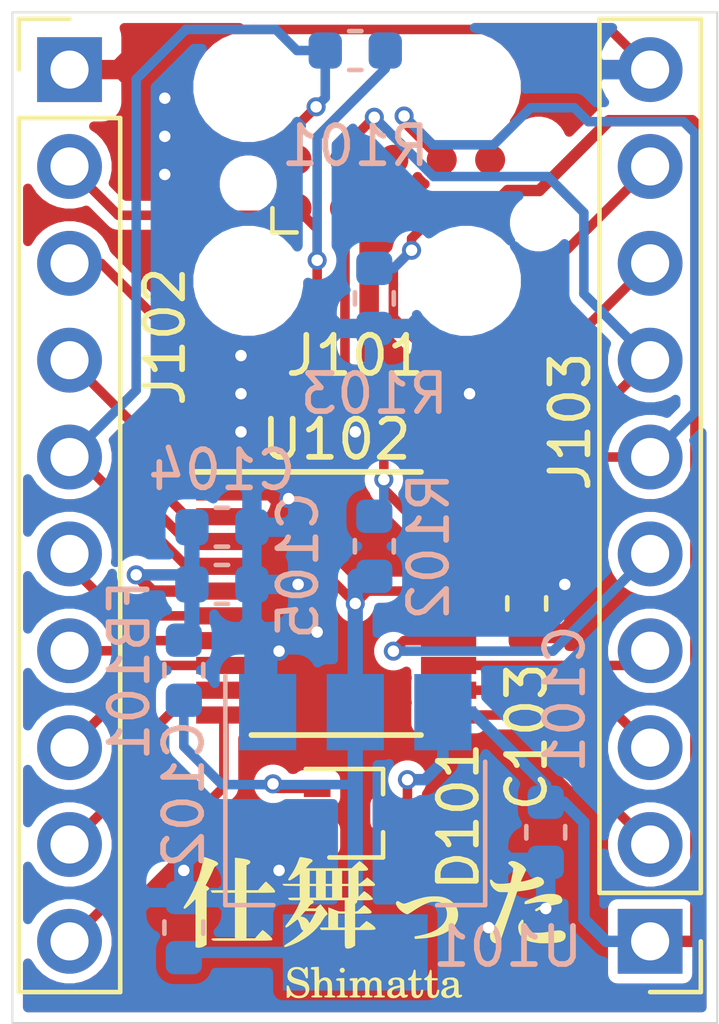
<source format=kicad_pcb>
(kicad_pcb (version 20171130) (host pcbnew 5.1.5)

  (general
    (thickness 1.6)
    (drawings 6)
    (tracks 220)
    (zones 0)
    (modules 16)
    (nets 24)
  )

  (page A4)
  (layers
    (0 F.Cu signal)
    (31 B.Cu signal)
    (32 B.Adhes user)
    (33 F.Adhes user)
    (34 B.Paste user)
    (35 F.Paste user)
    (36 B.SilkS user)
    (37 F.SilkS user)
    (38 B.Mask user)
    (39 F.Mask user)
    (40 Dwgs.User user)
    (41 Cmts.User user)
    (42 Eco1.User user)
    (43 Eco2.User user)
    (44 Edge.Cuts user)
    (45 Margin user)
    (46 B.CrtYd user)
    (47 F.CrtYd user)
    (48 B.Fab user hide)
    (49 F.Fab user hide)
  )

  (setup
    (last_trace_width 0.25)
    (user_trace_width 0.3)
    (user_trace_width 0.4)
    (trace_clearance 0.2)
    (zone_clearance 0.508)
    (zone_45_only no)
    (trace_min 0.2)
    (via_size 0.8)
    (via_drill 0.4)
    (via_min_size 0.4)
    (via_min_drill 0.3)
    (user_via 0.5 0.3)
    (uvia_size 0.3)
    (uvia_drill 0.1)
    (uvias_allowed no)
    (uvia_min_size 0.2)
    (uvia_min_drill 0.1)
    (edge_width 0.05)
    (segment_width 0.2)
    (pcb_text_width 0.3)
    (pcb_text_size 1.5 1.5)
    (mod_edge_width 0.12)
    (mod_text_size 1 1)
    (mod_text_width 0.15)
    (pad_size 0.7874 0.7874)
    (pad_drill 0)
    (pad_to_mask_clearance 0.051)
    (solder_mask_min_width 0.25)
    (aux_axis_origin 12.5 12.5)
    (grid_origin 12.5 12.5)
    (visible_elements FFFFFF7F)
    (pcbplotparams
      (layerselection 0x010fc_ffffffff)
      (usegerberextensions false)
      (usegerberattributes false)
      (usegerberadvancedattributes false)
      (creategerberjobfile false)
      (excludeedgelayer true)
      (linewidth 0.100000)
      (plotframeref false)
      (viasonmask false)
      (mode 1)
      (useauxorigin false)
      (hpglpennumber 1)
      (hpglpenspeed 20)
      (hpglpendiameter 15.000000)
      (psnegative false)
      (psa4output false)
      (plotreference true)
      (plotvalue true)
      (plotinvisibletext false)
      (padsonsilk false)
      (subtractmaskfromsilk false)
      (outputformat 1)
      (mirror false)
      (drillshape 1)
      (scaleselection 1)
      (outputdirectory ""))
  )

  (net 0 "")
  (net 1 GND)
  (net 2 +5V)
  (net 3 +3V3)
  (net 4 "Net-(D101-Pad2)")
  (net 5 /~RST)
  (net 6 /PC_TX)
  (net 7 "Net-(J101-Pad8)")
  (net 8 /PC_RX)
  (net 9 "Net-(J101-Pad6)")
  (net 10 /SWCLK)
  (net 11 /SWDIO)
  (net 12 /PA4)
  (net 13 /PA3)
  (net 14 /PA2)
  (net 15 /PA1)
  (net 16 /PA0)
  (net 17 /PF1)
  (net 18 /PF0)
  (net 19 /PB1)
  (net 20 /PA7)
  (net 21 /PA6)
  (net 22 /PA5)
  (net 23 "Net-(C104-Pad1)")

  (net_class Default "This is the default net class."
    (clearance 0.2)
    (trace_width 0.25)
    (via_dia 0.8)
    (via_drill 0.4)
    (uvia_dia 0.3)
    (uvia_drill 0.1)
    (add_net +3V3)
    (add_net +5V)
    (add_net /PA0)
    (add_net /PA1)
    (add_net /PA2)
    (add_net /PA3)
    (add_net /PA4)
    (add_net /PA5)
    (add_net /PA6)
    (add_net /PA7)
    (add_net /PB1)
    (add_net /PC_RX)
    (add_net /PC_TX)
    (add_net /PF0)
    (add_net /PF1)
    (add_net /SWCLK)
    (add_net /SWDIO)
    (add_net /~RST)
    (add_net GND)
    (add_net "Net-(C104-Pad1)")
    (add_net "Net-(D101-Pad2)")
    (add_net "Net-(J101-Pad6)")
    (add_net "Net-(J101-Pad8)")
  )

  (module shimatta_artwork:shimatta_kanji_10mm_silk (layer F.Cu) (tedit 0) (tstamp 5E157590)
    (at 23 37)
    (fp_text reference G*** (at 0 0) (layer F.SilkS) hide
      (effects (font (size 1.524 1.524) (thickness 0.3)))
    )
    (fp_text value LOGO (at 0.75 0) (layer F.SilkS) hide
      (effects (font (size 1.524 1.524) (thickness 0.3)))
    )
    (fp_poly (pts (xy 4.714395 -0.8769) (xy 4.78388 -0.86582) (xy 4.833603 -0.850022) (xy 4.880848 -0.822861)
      (xy 4.911494 -0.788178) (xy 4.927906 -0.743153) (xy 4.929184 -0.735983) (xy 4.931062 -0.706971)
      (xy 4.923072 -0.684686) (xy 4.909667 -0.666836) (xy 4.890689 -0.647915) (xy 4.867692 -0.633696)
      (xy 4.836589 -0.622641) (xy 4.793292 -0.61321) (xy 4.747846 -0.605906) (xy 4.698694 -0.596073)
      (xy 4.636687 -0.579736) (xy 4.56674 -0.558508) (xy 4.493772 -0.534001) (xy 4.422699 -0.507827)
      (xy 4.358439 -0.4816) (xy 4.33068 -0.469102) (xy 4.294201 -0.452154) (xy 4.26504 -0.438885)
      (xy 4.247234 -0.431115) (xy 4.243722 -0.429846) (xy 4.237223 -0.437264) (xy 4.230421 -0.448742)
      (xy 4.222343 -0.465391) (xy 4.220308 -0.471528) (xy 4.22838 -0.477338) (xy 4.250854 -0.491193)
      (xy 4.28511 -0.511541) (xy 4.328532 -0.536827) (xy 4.378503 -0.565498) (xy 4.3815 -0.567205)
      (xy 4.431797 -0.596151) (xy 4.475684 -0.621993) (xy 4.51054 -0.643139) (xy 4.533742 -0.657996)
      (xy 4.542668 -0.664972) (xy 4.542692 -0.665093) (xy 4.533645 -0.668354) (xy 4.509335 -0.672122)
      (xy 4.474006 -0.675817) (xy 4.450366 -0.677683) (xy 4.407477 -0.679838) (xy 4.366101 -0.679733)
      (xy 4.322579 -0.676971) (xy 4.273248 -0.671155) (xy 4.214446 -0.66189) (xy 4.142511 -0.648779)
      (xy 4.090884 -0.638775) (xy 4.043506 -0.630043) (xy 4.002848 -0.623644) (xy 3.972838 -0.620119)
      (xy 3.957402 -0.620006) (xy 3.956557 -0.620334) (xy 3.949316 -0.633644) (xy 3.946769 -0.653242)
      (xy 3.948484 -0.666875) (xy 3.955898 -0.678254) (xy 3.972415 -0.69008) (xy 4.001436 -0.70505)
      (xy 4.027365 -0.717171) (xy 4.129523 -0.762172) (xy 4.225433 -0.800517) (xy 4.311563 -0.830862)
      (xy 4.377063 -0.850037) (xy 4.461816 -0.867431) (xy 4.549118 -0.877705) (xy 4.634726 -0.880862)
      (xy 4.714395 -0.8769)) (layer F.SilkS) (width 0.01))
    (fp_poly (pts (xy 1.650604 -0.814886) (xy 1.727978 -0.808726) (xy 1.793053 -0.797831) (xy 1.81023 -0.793406)
      (xy 1.899824 -0.762403) (xy 1.974615 -0.724253) (xy 2.038733 -0.676652) (xy 2.066192 -0.650526)
      (xy 2.126167 -0.576177) (xy 2.168183 -0.494933) (xy 2.191898 -0.408341) (xy 2.19697 -0.317951)
      (xy 2.18306 -0.225312) (xy 2.169613 -0.180708) (xy 2.13113 -0.100113) (xy 2.075008 -0.025633)
      (xy 2.002339 0.042173) (xy 1.914215 0.102743) (xy 1.81173 0.155519) (xy 1.695975 0.199941)
      (xy 1.568043 0.235447) (xy 1.429027 0.26148) (xy 1.28002 0.277478) (xy 1.274885 0.277832)
      (xy 1.226047 0.281292) (xy 1.176022 0.285076) (xy 1.13415 0.288473) (xy 1.127125 0.289083)
      (xy 1.09417 0.291559) (xy 1.075622 0.290533) (xy 1.066443 0.284419) (xy 1.061595 0.271627)
      (xy 1.060707 0.268148) (xy 1.057065 0.247819) (xy 1.057784 0.238267) (xy 1.068405 0.235107)
      (xy 1.093771 0.229719) (xy 1.129348 0.223031) (xy 1.148625 0.219649) (xy 1.300226 0.187904)
      (xy 1.436364 0.147462) (xy 1.556594 0.098571) (xy 1.66047 0.041479) (xy 1.747548 -0.023568)
      (xy 1.817383 -0.096322) (xy 1.869531 -0.176536) (xy 1.872666 -0.182744) (xy 1.899898 -0.255177)
      (xy 1.91235 -0.329707) (xy 1.910903 -0.403571) (xy 1.896432 -0.474006) (xy 1.869818 -0.53825)
      (xy 1.831938 -0.593539) (xy 1.783671 -0.637111) (xy 1.725894 -0.666203) (xy 1.718193 -0.668641)
      (xy 1.664892 -0.679) (xy 1.600765 -0.683159) (xy 1.533513 -0.681115) (xy 1.470839 -0.672868)
      (xy 1.452141 -0.668701) (xy 1.395858 -0.650331) (xy 1.327701 -0.621188) (xy 1.250878 -0.582923)
      (xy 1.168596 -0.537185) (xy 1.084062 -0.485625) (xy 1.038539 -0.455898) (xy 0.99135 -0.424741)
      (xy 0.948533 -0.397241) (xy 0.913241 -0.375365) (xy 0.888627 -0.361079) (xy 0.879184 -0.356562)
      (xy 0.852674 -0.356911) (xy 0.816595 -0.369468) (xy 0.774454 -0.391923) (xy 0.729758 -0.421967)
      (xy 0.686017 -0.457291) (xy 0.646737 -0.495585) (xy 0.62117 -0.526415) (xy 0.588588 -0.577762)
      (xy 0.572878 -0.620344) (xy 0.573834 -0.654893) (xy 0.580838 -0.669906) (xy 0.594372 -0.685927)
      (xy 0.610035 -0.691787) (xy 0.631601 -0.687028) (xy 0.662843 -0.671194) (xy 0.686196 -0.657182)
      (xy 0.720932 -0.637671) (xy 0.751557 -0.626452) (xy 0.782484 -0.62365) (xy 0.818124 -0.62939)
      (xy 0.862886 -0.643797) (xy 0.912991 -0.663605) (xy 1.036058 -0.710583) (xy 1.16142 -0.751468)
      (xy 1.281419 -0.783832) (xy 1.319252 -0.792381) (xy 1.395255 -0.805058) (xy 1.479186 -0.813041)
      (xy 1.565988 -0.81632) (xy 1.650604 -0.814886)) (layer F.SilkS) (width 0.01))
    (fp_poly (pts (xy -3.582865 -1.822007) (xy -3.515241 -1.814199) (xy -3.449153 -1.804227) (xy -3.389301 -1.792958)
      (xy -3.340383 -1.781261) (xy -3.311613 -1.771913) (xy -3.276141 -1.751813) (xy -3.259485 -1.728548)
      (xy -3.26152 -1.703747) (xy -3.282121 -1.67904) (xy -3.320478 -1.656363) (xy -3.360615 -1.638263)
      (xy -3.360615 -0.976923) (xy -3.050826 -0.976923) (xy -2.954163 -1.088964) (xy -2.919806 -1.128001)
      (xy -2.889329 -1.161159) (xy -2.865219 -1.185844) (xy -2.849965 -1.199462) (xy -2.846449 -1.20131)
      (xy -2.835962 -1.194912) (xy -2.814321 -1.177068) (xy -2.784203 -1.150137) (xy -2.748279 -1.116476)
      (xy -2.727541 -1.09646) (xy -2.67764 -1.046194) (xy -2.642082 -1.00633) (xy -2.619782 -0.975279)
      (xy -2.609656 -0.951451) (xy -2.610618 -0.933259) (xy -2.612926 -0.928632) (xy -2.624147 -0.925565)
      (xy -2.653815 -0.923044) (xy -2.702136 -0.921066) (xy -2.769318 -0.919623) (xy -2.855568 -0.918711)
      (xy -2.961091 -0.918323) (xy -2.989961 -0.918308) (xy -3.360615 -0.918308) (xy -3.360615 0.283308)
      (xy -3.129986 0.283308) (xy -3.033787 0.175846) (xy -2.999541 0.138053) (xy -2.969777 0.106078)
      (xy -2.946943 0.082482) (xy -2.933485 0.069827) (xy -2.93114 0.068385) (xy -2.919969 0.07459)
      (xy -2.897693 0.091366) (xy -2.86749 0.115947) (xy -2.832539 0.145572) (xy -2.796016 0.177478)
      (xy -2.761101 0.208901) (xy -2.730971 0.237078) (xy -2.708805 0.259246) (xy -2.700009 0.269337)
      (xy -2.683503 0.294256) (xy -2.67963 0.311194) (xy -2.683326 0.320827) (xy -2.686397 0.323798)
      (xy -2.692458 0.326396) (xy -2.702777 0.328652) (xy -2.718621 0.330596) (xy -2.741255 0.332258)
      (xy -2.771947 0.333668) (xy -2.811963 0.334857) (xy -2.862571 0.335854) (xy -2.925035 0.33669)
      (xy -3.000624 0.337395) (xy -3.090604 0.337999) (xy -3.196241 0.338533) (xy -3.318803 0.339025)
      (xy -3.459555 0.339508) (xy -3.469197 0.339539) (xy -3.610444 0.339985) (xy -3.733438 0.340335)
      (xy -3.839466 0.340559) (xy -3.929812 0.340631) (xy -4.005764 0.340522) (xy -4.068607 0.340206)
      (xy -4.119627 0.339653) (xy -4.16011 0.338837) (xy -4.191341 0.33773) (xy -4.214607 0.336304)
      (xy -4.231193 0.334532) (xy -4.242386 0.332386) (xy -4.24947 0.329837) (xy -4.253733 0.326859)
      (xy -4.256459 0.323424) (xy -4.256999 0.322575) (xy -4.266637 0.303256) (xy -4.269154 0.29321)
      (xy -4.259449 0.290091) (xy -4.230577 0.287546) (xy -4.182901 0.285586) (xy -4.116783 0.284223)
      (xy -4.032588 0.283468) (xy -3.961423 0.283308) (xy -3.653692 0.283308) (xy -3.653692 -0.918308)
      (xy -4.257138 -0.918308) (xy -4.272915 -0.942387) (xy -4.284228 -0.961246) (xy -4.288692 -0.971695)
      (xy -4.279306 -0.972955) (xy -4.252675 -0.974106) (xy -4.211094 -0.97511) (xy -4.156857 -0.975929)
      (xy -4.092259 -0.976526) (xy -4.019594 -0.976862) (xy -3.971192 -0.976923) (xy -3.653692 -0.976923)
      (xy -3.653692 -1.828829) (xy -3.582865 -1.822007)) (layer F.SilkS) (width 0.01))
    (fp_poly (pts (xy 3.904032 -0.197936) (xy 3.910454 -0.175775) (xy 3.906745 -0.137905) (xy 3.901871 -0.115807)
      (xy 3.8929 -0.054548) (xy 3.899435 -0.003419) (xy 3.921958 0.039942) (xy 3.937317 0.05743)
      (xy 3.983651 0.090836) (xy 4.046963 0.115775) (xy 4.126609 0.132224) (xy 4.221946 0.140156)
      (xy 4.332331 0.139548) (xy 4.457122 0.130375) (xy 4.595675 0.112611) (xy 4.73652 0.08832)
      (xy 4.805929 0.077784) (xy 4.861782 0.076145) (xy 4.908114 0.083803) (xy 4.948965 0.101158)
      (xy 4.964712 0.11093) (xy 4.998848 0.141606) (xy 5.016099 0.178253) (xy 5.018518 0.225258)
      (xy 5.018467 0.225887) (xy 5.009775 0.268563) (xy 4.990561 0.30448) (xy 4.959619 0.334105)
      (xy 4.915748 0.357905) (xy 4.857744 0.376348) (xy 4.784402 0.389901) (xy 4.694521 0.39903)
      (xy 4.586896 0.404204) (xy 4.557346 0.404928) (xy 4.497057 0.405929) (xy 4.441733 0.406402)
      (xy 4.395039 0.406351) (xy 4.360638 0.405779) (xy 4.342423 0.404722) (xy 4.319441 0.401683)
      (xy 4.28352 0.39706) (xy 4.241108 0.391681) (xy 4.225192 0.389681) (xy 4.115447 0.369458)
      (xy 4.020455 0.338355) (xy 3.940676 0.296748) (xy 3.876572 0.245012) (xy 3.828605 0.183523)
      (xy 3.797235 0.112656) (xy 3.782923 0.032787) (xy 3.782704 0.029266) (xy 3.781224 -0.012946)
      (xy 3.783462 -0.043595) (xy 3.790646 -0.0705) (xy 3.802879 -0.099089) (xy 3.82194 -0.134092)
      (xy 3.843923 -0.166158) (xy 3.865367 -0.190943) (xy 3.882809 -0.2041) (xy 3.887353 -0.205154)
      (xy 3.904032 -0.197936)) (layer F.SilkS) (width 0.01))
    (fp_poly (pts (xy 3.669072 -1.737221) (xy 3.723446 -1.720007) (xy 3.781495 -1.694026) (xy 3.838701 -1.661833)
      (xy 3.890541 -1.625982) (xy 3.932494 -1.589028) (xy 3.960041 -1.553525) (xy 3.960753 -1.552219)
      (xy 3.979622 -1.51702) (xy 3.909465 -1.365297) (xy 3.886433 -1.315156) (xy 3.866579 -1.271297)
      (xy 3.851243 -1.236734) (xy 3.841768 -1.214483) (xy 3.839308 -1.207595) (xy 3.847981 -1.202534)
      (xy 3.871822 -1.203135) (xy 3.907564 -1.208592) (xy 3.951939 -1.218096) (xy 4.00168 -1.230838)
      (xy 4.053518 -1.246011) (xy 4.104188 -1.262807) (xy 4.15042 -1.280417) (xy 4.172358 -1.289966)
      (xy 4.219217 -1.310539) (xy 4.254335 -1.322652) (xy 4.283112 -1.327224) (xy 4.310948 -1.325172)
      (xy 4.339677 -1.318416) (xy 4.383852 -1.298692) (xy 4.418931 -1.268658) (xy 4.442336 -1.232142)
      (xy 4.451487 -1.192974) (xy 4.446118 -1.160422) (xy 4.42479 -1.13) (xy 4.385074 -1.100403)
      (xy 4.328114 -1.072009) (xy 4.255054 -1.045195) (xy 4.16704 -1.020337) (xy 4.065217 -0.997812)
      (xy 3.950728 -0.977995) (xy 3.849841 -0.964231) (xy 3.748027 -0.951858) (xy 3.532052 -0.312294)
      (xy 3.495626 -0.204625) (xy 3.460792 -0.10204) (xy 3.428087 -0.0061) (xy 3.398047 0.081637)
      (xy 3.371212 0.159613) (xy 3.348117 0.226269) (xy 3.329301 0.280047) (xy 3.315301 0.319388)
      (xy 3.306653 0.342734) (xy 3.304216 0.348492) (xy 3.274098 0.384177) (xy 3.234429 0.404864)
      (xy 3.189514 0.40933) (xy 3.143659 0.396352) (xy 3.140829 0.394917) (xy 3.091868 0.359768)
      (xy 3.058822 0.313509) (xy 3.041487 0.255781) (xy 3.038541 0.214923) (xy 3.044134 0.164705)
      (xy 3.061975 0.111422) (xy 3.093319 0.052068) (xy 3.129539 -0.002619) (xy 3.158529 -0.046277)
      (xy 3.18709 -0.095478) (xy 3.216473 -0.152808) (xy 3.247929 -0.220855) (xy 3.282711 -0.302203)
      (xy 3.322068 -0.399441) (xy 3.324529 -0.405651) (xy 3.349288 -0.468852) (xy 3.375322 -0.536462)
      (xy 3.401694 -0.605925) (xy 3.427463 -0.674689) (xy 3.451691 -0.740198) (xy 3.47344 -0.799898)
      (xy 3.491769 -0.851234) (xy 3.505741 -0.891653) (xy 3.514415 -0.918599) (xy 3.516923 -0.929052)
      (xy 3.507672 -0.932617) (xy 3.481954 -0.935107) (xy 3.442819 -0.936341) (xy 3.396225 -0.93619)
      (xy 3.344671 -0.935607) (xy 3.307817 -0.936336) (xy 3.280835 -0.939051) (xy 3.258899 -0.944425)
      (xy 3.237179 -0.953132) (xy 3.221605 -0.960548) (xy 3.162098 -0.998983) (xy 3.110358 -1.050347)
      (xy 3.071208 -1.109416) (xy 3.0592 -1.136534) (xy 3.043898 -1.185663) (xy 3.038187 -1.223343)
      (xy 3.041298 -1.248209) (xy 3.052463 -1.2589) (xy 3.070913 -1.25405) (xy 3.09588 -1.232297)
      (xy 3.106299 -1.220086) (xy 3.140948 -1.184785) (xy 3.180552 -1.161374) (xy 3.229381 -1.148184)
      (xy 3.291704 -1.143542) (xy 3.302 -1.143479) (xy 3.358061 -1.144554) (xy 3.414457 -1.147456)
      (xy 3.467586 -1.151798) (xy 3.513847 -1.157193) (xy 3.549637 -1.163256) (xy 3.571356 -1.169599)
      (xy 3.575881 -1.172862) (xy 3.58065 -1.186705) (xy 3.588313 -1.215792) (xy 3.59801 -1.256194)
      (xy 3.608882 -1.303979) (xy 3.620069 -1.355218) (xy 3.630711 -1.40598) (xy 3.639949 -1.452335)
      (xy 3.646923 -1.490354) (xy 3.650558 -1.514241) (xy 3.652583 -1.537485) (xy 3.650057 -1.554486)
      (xy 3.640231 -1.570703) (xy 3.620353 -1.591593) (xy 3.603476 -1.607678) (xy 3.575042 -1.633585)
      (xy 3.549825 -1.654898) (xy 3.533063 -1.667199) (xy 3.53251 -1.667516) (xy 3.519407 -1.681919)
      (xy 3.522214 -1.698894) (xy 3.537965 -1.715961) (xy 3.563697 -1.730641) (xy 3.596443 -1.740453)
      (xy 3.622897 -1.743114) (xy 3.669072 -1.737221)) (layer F.SilkS) (width 0.01))
    (fp_poly (pts (xy -4.450314 -1.843074) (xy -4.421207 -1.834144) (xy -4.382284 -1.821098) (xy -4.337733 -1.80544)
      (xy -4.291741 -1.788674) (xy -4.248497 -1.772302) (xy -4.21219 -1.757829) (xy -4.187009 -1.746758)
      (xy -4.184754 -1.745638) (xy -4.138598 -1.719108) (xy -4.111335 -1.695451) (xy -4.102693 -1.673752)
      (xy -4.112396 -1.653093) (xy -4.140172 -1.632559) (xy -4.149481 -1.627556) (xy -4.168557 -1.617176)
      (xy -4.183279 -1.606335) (xy -4.195994 -1.591609) (xy -4.209051 -1.569578) (xy -4.224797 -1.536819)
      (xy -4.24558 -1.489912) (xy -4.248469 -1.483295) (xy -4.274166 -1.426281) (xy -4.305194 -1.360264)
      (xy -4.337634 -1.293449) (xy -4.367399 -1.234364) (xy -4.433745 -1.10592) (xy -4.385642 -1.076017)
      (xy -4.352834 -1.051632) (xy -4.338819 -1.029943) (xy -4.34334 -1.009288) (xy -4.366144 -0.988004)
      (xy -4.37161 -0.98434) (xy -4.405681 -0.962269) (xy -4.405869 -0.258884) (xy -4.406057 0.4445)
      (xy -4.43774 0.466007) (xy -4.488967 0.494274) (xy -4.544054 0.513762) (xy -4.597662 0.523266)
      (xy -4.644454 0.521583) (xy -4.662365 0.516665) (xy -4.689231 0.506372) (xy -4.689231 -0.755182)
      (xy -4.784481 -0.663184) (xy -4.842542 -0.608099) (xy -4.892151 -0.563065) (xy -4.932115 -0.529092)
      (xy -4.96124 -0.507189) (xy -4.978332 -0.498365) (xy -4.979675 -0.498231) (xy -4.994042 -0.504943)
      (xy -5.000311 -0.511035) (xy -5.00264 -0.52155) (xy -4.996358 -0.539837) (xy -4.980248 -0.568519)
      (xy -4.957004 -0.604397) (xy -4.858701 -0.7631) (xy -4.766712 -0.935035) (xy -4.683977 -1.114189)
      (xy -4.613433 -1.294549) (xy -4.598294 -1.338384) (xy -4.578583 -1.400189) (xy -4.557844 -1.470622)
      (xy -4.537235 -1.545225) (xy -4.517912 -1.619537) (xy -4.501029 -1.6891) (xy -4.487744 -1.749453)
      (xy -4.479212 -1.796139) (xy -4.478651 -1.799981) (xy -4.473579 -1.826977) (xy -4.46802 -1.84371)
      (xy -4.465414 -1.846384) (xy -4.450314 -1.843074)) (layer F.SilkS) (width 0.01))
    (fp_poly (pts (xy -1.919394 -1.844364) (xy -1.881995 -1.838959) (xy -1.83621 -1.831152) (xy -1.787182 -1.821928)
      (xy -1.740055 -1.812271) (xy -1.699974 -1.803165) (xy -1.672081 -1.795593) (xy -1.665658 -1.793285)
      (xy -1.641617 -1.78009) (xy -1.626567 -1.766036) (xy -1.625347 -1.763663) (xy -1.626838 -1.74347)
      (xy -1.641826 -1.72305) (xy -1.660978 -1.710965) (xy -1.673678 -1.701253) (xy -1.695449 -1.680074)
      (xy -1.722813 -1.650936) (xy -1.742271 -1.629019) (xy -1.808024 -1.553308) (xy -0.594458 -1.553308)
      (xy -0.497222 -1.643673) (xy -0.460879 -1.677064) (xy -0.429285 -1.705373) (xy -0.405355 -1.726043)
      (xy -0.392001 -1.736515) (xy -0.390655 -1.737241) (xy -0.378973 -1.732798) (xy -0.356469 -1.717835)
      (xy -0.326597 -1.69517) (xy -0.292814 -1.66762) (xy -0.258573 -1.638004) (xy -0.227331 -1.609139)
      (xy -0.202541 -1.583843) (xy -0.202446 -1.583738) (xy -0.182214 -1.558813) (xy -0.169009 -1.537693)
      (xy -0.166077 -1.528615) (xy -0.172848 -1.514531) (xy -0.19409 -1.504447) (xy -0.231197 -1.498051)
      (xy -0.285562 -1.495033) (xy -0.318136 -1.494692) (xy -0.420077 -1.494692) (xy -0.420077 -1.318846)
      (xy -0.419978 -1.256308) (xy -0.419487 -1.210659) (xy -0.418317 -1.179249) (xy -0.416179 -1.159428)
      (xy -0.412785 -1.148545) (xy -0.407847 -1.143953) (xy -0.401076 -1.143) (xy -0.400946 -1.143)
      (xy -0.386656 -1.149096) (xy -0.361172 -1.165768) (xy -0.327888 -1.190596) (xy -0.290196 -1.221155)
      (xy -0.283437 -1.226881) (xy -0.185058 -1.310762) (xy -0.10076 -1.243977) (xy -0.050552 -1.202931)
      (xy -0.015414 -1.170918) (xy 0.005972 -1.146334) (xy 0.014925 -1.127576) (xy 0.012767 -1.113042)
      (xy 0.010144 -1.109259) (xy 0.003296 -1.104152) (xy -0.009271 -1.10031) (xy -0.030021 -1.097563)
      (xy -0.061416 -1.095745) (xy -0.105922 -1.094686) (xy -0.166 -1.09422) (xy -0.211235 -1.094154)
      (xy -0.420077 -1.094154) (xy -0.420077 -0.796651) (xy -0.342531 -0.873741) (xy -0.264986 -0.950832)
      (xy -0.208446 -0.912589) (xy -0.167434 -0.882691) (xy -0.128134 -0.850225) (xy -0.093355 -0.817971)
      (xy -0.065901 -0.78871) (xy -0.048579 -0.765224) (xy -0.044196 -0.750292) (xy -0.044312 -0.749955)
      (xy -0.049346 -0.741378) (xy -0.058613 -0.734832) (xy -0.07451 -0.730046) (xy -0.099432 -0.726751)
      (xy -0.135776 -0.724675) (xy -0.185938 -0.72355) (xy -0.252314 -0.723104) (xy -0.282819 -0.723056)
      (xy -0.35028 -0.722753) (xy -0.400068 -0.721869) (xy -0.434048 -0.72028) (xy -0.45408 -0.717863)
      (xy -0.462026 -0.714494) (xy -0.461108 -0.7112) (xy -0.44997 -0.689047) (xy -0.45748 -0.665224)
      (xy -0.478692 -0.644769) (xy -0.508 -0.6239) (xy -0.508 -0.420077) (xy -0.477382 -0.420077)
      (xy -0.461294 -0.422557) (xy -0.442702 -0.431376) (xy -0.418593 -0.448598) (xy -0.385953 -0.47629)
      (xy -0.356469 -0.502961) (xy -0.266175 -0.585845) (xy -0.218568 -0.550365) (xy -0.181106 -0.520775)
      (xy -0.144068 -0.488675) (xy -0.111503 -0.457853) (xy -0.087463 -0.432099) (xy -0.077422 -0.418313)
      (xy -0.075189 -0.398832) (xy -0.083756 -0.386563) (xy -0.091624 -0.381323) (xy -0.105009 -0.377396)
      (xy -0.126449 -0.374606) (xy -0.158481 -0.372774) (xy -0.203641 -0.371725) (xy -0.264466 -0.371281)
      (xy -0.303544 -0.371231) (xy -0.508 -0.371231) (xy -0.508 0) (xy -0.3887 0)
      (xy -0.205168 -0.16847) (xy -0.150791 -0.135523) (xy -0.100701 -0.103092) (xy -0.054861 -0.069559)
      (xy -0.016657 -0.037706) (xy 0.010525 -0.010313) (xy 0.022021 0.006433) (xy 0.027543 0.021071)
      (xy 0.028068 0.032697) (xy 0.021764 0.041653) (xy 0.006799 0.048284) (xy -0.01866 0.052935)
      (xy -0.056445 0.05595) (xy -0.10839 0.057672) (xy -0.176326 0.058445) (xy -0.255867 0.058616)
      (xy -0.508 0.058616) (xy -0.508 0.466604) (xy -0.543753 0.493875) (xy -0.5926 0.523223)
      (xy -0.644919 0.541308) (xy -0.695188 0.546772) (xy -0.732692 0.540297) (xy -0.744774 0.534806)
      (xy -0.754082 0.526462) (xy -0.760975 0.512889) (xy -0.765812 0.491713) (xy -0.768952 0.460557)
      (xy -0.770752 0.417047) (xy -0.771572 0.358808) (xy -0.771769 0.283463) (xy -0.771769 0.058616)
      (xy -1.394753 0.058616) (xy -1.41053 0.034536) (xy -1.421843 0.015678) (xy -1.426308 0.005228)
      (xy -1.417182 0.00317) (xy -1.392375 0.001493) (xy -1.355744 0.000377) (xy -1.313962 0)
      (xy -1.201615 0) (xy -1.201615 -0.371231) (xy -0.957385 -0.371231) (xy -0.957385 0)
      (xy -0.771769 0) (xy -0.771769 -0.371231) (xy -0.957385 -0.371231) (xy -1.201615 -0.371231)
      (xy -1.201615 -0.525857) (xy -1.069823 -0.472967) (xy -1.016817 -0.45199) (xy -0.977102 -0.437427)
      (xy -0.945959 -0.428116) (xy -0.918668 -0.422894) (xy -0.89051 -0.420602) (xy -0.856765 -0.420077)
      (xy -0.771769 -0.420077) (xy -0.771769 -0.722923) (xy -1.634867 -0.722923) (xy -1.61239 -0.698997)
      (xy -1.596848 -0.67546) (xy -1.599367 -0.65576) (xy -1.620531 -0.638413) (xy -1.63965 -0.629608)
      (xy -1.673862 -0.607744) (xy -1.71065 -0.569566) (xy -1.747587 -0.517644) (xy -1.75162 -0.511096)
      (xy -1.75152 -0.505437) (xy -1.74135 -0.501646) (xy -1.718505 -0.499402) (xy -1.680386 -0.498385)
      (xy -1.647158 -0.498231) (xy -1.534883 -0.498231) (xy -1.475412 -0.553291) (xy -1.447839 -0.57803)
      (xy -1.426122 -0.596036) (xy -1.413794 -0.604434) (xy -1.412358 -0.604579) (xy -1.387692 -0.577268)
      (xy -1.357837 -0.542223) (xy -1.32602 -0.503473) (xy -1.295468 -0.46505) (xy -1.269407 -0.430983)
      (xy -1.251065 -0.405304) (xy -1.245244 -0.395856) (xy -1.226039 -0.359747) (xy -1.271127 -0.319085)
      (xy -1.299345 -0.28887) (xy -1.328995 -0.249669) (xy -1.352273 -0.212352) (xy -1.421159 -0.103641)
      (xy -1.507092 0.002805) (xy -1.607579 0.104708) (xy -1.72013 0.199787) (xy -1.842253 0.285763)
      (xy -1.971455 0.360358) (xy -1.987081 0.368319) (xy -2.044203 0.395745) (xy -2.104073 0.422294)
      (xy -2.163731 0.446882) (xy -2.220219 0.468425) (xy -2.270577 0.485838) (xy -2.311847 0.498037)
      (xy -2.341069 0.503939) (xy -2.354601 0.502982) (xy -2.363498 0.492316) (xy -2.35879 0.478308)
      (xy -2.339261 0.459587) (xy -2.303696 0.43478) (xy -2.28232 0.421379) (xy -2.201566 0.368801)
      (xy -2.116594 0.308129) (xy -2.033772 0.244174) (xy -1.95947 0.181745) (xy -1.931654 0.156502)
      (xy -1.893852 0.120358) (xy -1.869903 0.095101) (xy -1.858655 0.079105) (xy -1.858958 0.070742)
      (xy -1.869294 0.068385) (xy -1.890535 0.058644) (xy -1.910327 0.029427) (xy -1.928664 -0.019257)
      (xy -1.935763 -0.04485) (xy -1.953408 -0.103979) (xy -1.973871 -0.15674) (xy -1.995002 -0.197934)
      (xy -2.005168 -0.212598) (xy -2.014656 -0.21693) (xy -2.030514 -0.210297) (xy -2.056217 -0.191185)
      (xy -2.058255 -0.189522) (xy -2.083064 -0.16973) (xy -2.11878 -0.141928) (xy -2.160649 -0.109789)
      (xy -2.203916 -0.076985) (xy -2.204407 -0.076615) (xy -2.248193 -0.044274) (xy -2.279378 -0.022973)
      (xy -2.300428 -0.011315) (xy -2.313811 -0.007902) (xy -2.321099 -0.010522) (xy -2.332834 -0.023783)
      (xy -2.334846 -0.029259) (xy -2.329106 -0.03977) (xy -2.313843 -0.061259) (xy -2.291994 -0.089655)
      (xy -2.284613 -0.098889) (xy -2.22415 -0.179007) (xy -2.161423 -0.271256) (xy -2.147432 -0.293745)
      (xy -1.945254 -0.293745) (xy -1.9178 -0.287849) (xy -1.844396 -0.264231) (xy -1.78592 -0.228069)
      (xy -1.742242 -0.179266) (xy -1.724151 -0.146275) (xy -1.713023 -0.122751) (xy -1.705495 -0.108964)
      (xy -1.704123 -0.107461) (xy -1.698102 -0.115076) (xy -1.684494 -0.135206) (xy -1.66604 -0.163778)
      (xy -1.662664 -0.169109) (xy -1.646605 -0.196) (xy -1.626293 -0.232122) (xy -1.603673 -0.273751)
      (xy -1.58069 -0.317166) (xy -1.559289 -0.358643) (xy -1.541414 -0.394459) (xy -1.52901 -0.420893)
      (xy -1.524021 -0.43422) (xy -1.524 -0.434553) (xy -1.533201 -0.436299) (xy -1.558534 -0.437719)
      (xy -1.596594 -0.438706) (xy -1.643976 -0.439151) (xy -1.668096 -0.439144) (xy -1.812192 -0.438672)
      (xy -1.878723 -0.366208) (xy -1.945254 -0.293745) (xy -2.147432 -0.293745) (xy -2.100448 -0.369266)
      (xy -2.045236 -0.466664) (xy -2.011507 -0.532423) (xy -1.98792 -0.581779) (xy -1.967144 -0.626875)
      (xy -1.950864 -0.663924) (xy -1.940771 -0.689138) (xy -1.938586 -0.696058) (xy -1.93219 -0.722923)
      (xy -2.079233 -0.722923) (xy -2.135866 -0.723061) (xy -2.176183 -0.723763) (xy -2.203404 -0.72546)
      (xy -2.22075 -0.728583) (xy -2.231444 -0.733562) (xy -2.238706 -0.74083) (xy -2.241485 -0.744635)
      (xy -2.252811 -0.763347) (xy -2.256692 -0.773943) (xy -2.247477 -0.776546) (xy -2.222047 -0.778764)
      (xy -2.183723 -0.780432) (xy -2.135827 -0.781382) (xy -2.105269 -0.781538) (xy -1.953846 -0.781538)
      (xy -1.953846 -1.093773) (xy -1.984421 -1.094154) (xy -1.699846 -1.094154) (xy -1.699846 -0.781538)
      (xy -1.524 -0.781538) (xy -1.524 -1.094154) (xy -1.279769 -1.094154) (xy -1.279769 -0.781538)
      (xy -1.103923 -0.781538) (xy -1.103923 -1.094154) (xy -0.849923 -1.094154) (xy -0.849923 -0.781538)
      (xy -0.674077 -0.781538) (xy -0.674077 -1.094154) (xy -0.849923 -1.094154) (xy -1.103923 -1.094154)
      (xy -1.279769 -1.094154) (xy -1.524 -1.094154) (xy -1.699846 -1.094154) (xy -1.984421 -1.094154)
      (xy -2.165144 -1.096406) (xy -2.234576 -1.097334) (xy -2.287068 -1.098347) (xy -2.325216 -1.099726)
      (xy -2.351617 -1.101754) (xy -2.368868 -1.104714) (xy -2.379566 -1.10889) (xy -2.386307 -1.114564)
      (xy -2.391028 -1.121019) (xy -2.405614 -1.143) (xy -1.953846 -1.143) (xy -1.953846 -1.418168)
      (xy -1.980712 -1.397535) (xy -2.032479 -1.359571) (xy -2.090212 -1.320097) (xy -2.146086 -1.284349)
      (xy -2.179002 -1.264853) (xy -2.209919 -1.248152) (xy -2.229037 -1.240688) (xy -2.241103 -1.241303)
      (xy -2.249687 -1.247643) (xy -2.255325 -1.25616) (xy -2.254622 -1.267439) (xy -2.246051 -1.284968)
      (xy -2.228086 -1.312236) (xy -2.210701 -1.336762) (xy -2.140125 -1.443624) (xy -2.111377 -1.494692)
      (xy -1.699846 -1.494692) (xy -1.699846 -1.143) (xy -1.524 -1.143) (xy -1.524 -1.494692)
      (xy -1.279769 -1.494692) (xy -1.279769 -1.143) (xy -1.103923 -1.143) (xy -1.103923 -1.494692)
      (xy -0.849923 -1.494692) (xy -0.849923 -1.143) (xy -0.674077 -1.143) (xy -0.674077 -1.494692)
      (xy -0.849923 -1.494692) (xy -1.103923 -1.494692) (xy -1.279769 -1.494692) (xy -1.524 -1.494692)
      (xy -1.699846 -1.494692) (xy -2.111377 -1.494692) (xy -2.076351 -1.556911) (xy -2.022321 -1.670896)
      (xy -1.980979 -1.779854) (xy -1.977668 -1.790211) (xy -1.964514 -1.825289) (xy -1.952054 -1.843074)
      (xy -1.943264 -1.846384) (xy -1.919394 -1.844364)) (layer F.SilkS) (width 0.01))
    (fp_poly (pts (xy -0.802099 1.070158) (xy -0.791846 1.081035) (xy -0.777413 1.111229) (xy -0.782485 1.140329)
      (xy -0.803008 1.164981) (xy -0.831546 1.180305) (xy -0.860061 1.176312) (xy -0.88456 1.158098)
      (xy -0.903765 1.13374) (xy -0.906257 1.111825) (xy -0.892337 1.086106) (xy -0.888291 1.080818)
      (xy -0.861205 1.059245) (xy -0.831005 1.055695) (xy -0.802099 1.070158)) (layer F.SilkS) (width 0.01))
    (fp_poly (pts (xy 0.080297 1.3191) (xy 0.125771 1.345358) (xy 0.152577 1.373188) (xy 0.180731 1.410065)
      (xy 0.183814 1.586478) (xy 0.185487 1.650324) (xy 0.187999 1.703674) (xy 0.191173 1.744022)
      (xy 0.194831 1.768864) (xy 0.197222 1.77533) (xy 0.213481 1.783903) (xy 0.238852 1.787753)
      (xy 0.240542 1.787769) (xy 0.263603 1.790132) (xy 0.272652 1.799263) (xy 0.273538 1.807308)
      (xy 0.272556 1.814909) (xy 0.267645 1.820234) (xy 0.255863 1.823685) (xy 0.234266 1.825666)
      (xy 0.199908 1.826583) (xy 0.149847 1.826838) (xy 0.131168 1.826846) (xy 0.075655 1.826666)
      (xy 0.036847 1.825895) (xy 0.011913 1.824188) (xy -0.001977 1.821198) (xy -0.007656 1.81658)
      (xy -0.007955 1.809989) (xy -0.007931 1.809862) (xy 0.003274 1.794552) (xy 0.014766 1.789943)
      (xy 0.040674 1.785404) (xy 0.056786 1.782164) (xy 0.079379 1.77732) (xy 0.076324 1.602575)
      (xy 0.07513 1.540071) (xy 0.073784 1.494035) (xy 0.071875 1.461401) (xy 0.068992 1.4391)
      (xy 0.064727 1.424065) (xy 0.058668 1.413227) (xy 0.050405 1.403519) (xy 0.049585 1.402645)
      (xy 0.018289 1.381785) (xy -0.017565 1.377181) (xy -0.053905 1.387557) (xy -0.086657 1.41164)
      (xy -0.11175 1.448156) (xy -0.114311 1.453926) (xy -0.121097 1.479773) (xy -0.126816 1.519311)
      (xy -0.13124 1.567557) (xy -0.134142 1.619526) (xy -0.135296 1.670235) (xy -0.134473 1.714698)
      (xy -0.131448 1.747932) (xy -0.128291 1.760904) (xy -0.117156 1.779704) (xy -0.099101 1.786984)
      (xy -0.08328 1.787769) (xy -0.059613 1.789922) (xy -0.050013 1.79834) (xy -0.048846 1.807308)
      (xy -0.049861 1.815039) (xy -0.054906 1.820409) (xy -0.066985 1.823845) (xy -0.089101 1.825777)
      (xy -0.124255 1.826634) (xy -0.17545 1.826844) (xy -0.185615 1.826846) (xy -0.239737 1.826701)
      (xy -0.277324 1.825981) (xy -0.301377 1.824255) (xy -0.314901 1.821096) (xy -0.320897 1.816074)
      (xy -0.322369 1.80876) (xy -0.322385 1.807308) (xy -0.318514 1.793788) (xy -0.303445 1.788375)
      (xy -0.288536 1.787769) (xy -0.259067 1.782638) (xy -0.244575 1.768873) (xy -0.240334 1.750826)
      (xy -0.237292 1.717778) (xy -0.235444 1.674231) (xy -0.234785 1.624683) (xy -0.235311 1.573638)
      (xy -0.237015 1.525594) (xy -0.239893 1.485053) (xy -0.243941 1.456516) (xy -0.24492 1.452539)
      (xy -0.263385 1.41075) (xy -0.290501 1.385404) (xy -0.32287 1.377462) (xy -0.368 1.386426)
      (xy -0.404805 1.412769) (xy -0.428846 1.448664) (xy -0.437064 1.467827) (xy -0.442778 1.488226)
      (xy -0.446426 1.513822) (xy -0.448446 1.548578) (xy -0.449276 1.596454) (xy -0.449385 1.63436)
      (xy -0.449479 1.690546) (xy -0.448929 1.730264) (xy -0.44649 1.756574) (xy -0.440914 1.772536)
      (xy -0.430953 1.78121) (xy -0.415362 1.785657) (xy -0.392893 1.788938) (xy -0.385997 1.789943)
      (xy -0.368523 1.799802) (xy -0.3633 1.809862) (xy -0.363534 1.816489) (xy -0.369102 1.821136)
      (xy -0.382836 1.82415) (xy -0.407566 1.825876) (xy -0.446123 1.826659) (xy -0.501341 1.826846)
      (xy -0.502399 1.826846) (xy -0.55779 1.826711) (xy -0.596586 1.826038) (xy -0.621732 1.824421)
      (xy -0.636173 1.821457) (xy -0.642851 1.816742) (xy -0.644711 1.809871) (xy -0.644769 1.807308)
      (xy -0.640779 1.793653) (xy -0.62536 1.788294) (xy -0.611773 1.787769) (xy -0.585868 1.784016)
      (xy -0.568147 1.774918) (xy -0.567592 1.774292) (xy -0.56321 1.76046) (xy -0.560279 1.730646)
      (xy -0.558758 1.683856) (xy -0.558602 1.619099) (xy -0.559069 1.576465) (xy -0.561731 1.392116)
      (xy -0.60325 1.389111) (xy -0.629637 1.385777) (xy -0.641728 1.378715) (xy -0.644761 1.364681)
      (xy -0.644769 1.363385) (xy -0.641762 1.348658) (xy -0.630785 1.338679) (xy -0.608907 1.332599)
      (xy -0.573196 1.329571) (xy -0.525096 1.328749) (xy -0.449385 1.328616) (xy -0.449385 1.398499)
      (xy -0.422975 1.367114) (xy -0.381681 1.331778) (xy -0.333598 1.312588) (xy -0.28274 1.309406)
      (xy -0.233119 1.322094) (xy -0.188746 1.350515) (xy -0.165668 1.375926) (xy -0.144271 1.404867)
      (xy -0.116038 1.372711) (xy -0.072184 1.335499) (xy -0.022379 1.314164) (xy 0.029681 1.3087)
      (xy 0.080297 1.3191)) (layer F.SilkS) (width 0.01))
    (fp_poly (pts (xy -0.791308 1.541671) (xy -0.79114 1.616724) (xy -0.790274 1.674548) (xy -0.788164 1.717452)
      (xy -0.784266 1.747744) (xy -0.778034 1.767735) (xy -0.768923 1.779731) (xy -0.756389 1.786044)
      (xy -0.739886 1.788981) (xy -0.732772 1.789665) (xy -0.705556 1.796467) (xy -0.695421 1.80975)
      (xy -0.695628 1.81631) (xy -0.700994 1.820947) (xy -0.714308 1.82399) (xy -0.738353 1.825767)
      (xy -0.775917 1.826609) (xy -0.829783 1.826843) (xy -0.840154 1.826846) (xy -0.896902 1.826679)
      (xy -0.936899 1.825957) (xy -0.96293 1.824353) (xy -0.977782 1.821535) (xy -0.984238 1.817177)
      (xy -0.985086 1.810948) (xy -0.984886 1.80975) (xy -0.97342 1.795751) (xy -0.947535 1.789665)
      (xy -0.927021 1.786674) (xy -0.911938 1.780045) (xy -0.901459 1.767116) (xy -0.894754 1.745221)
      (xy -0.890995 1.711698) (xy -0.889353 1.663884) (xy -0.889 1.601508) (xy -0.889384 1.54625)
      (xy -0.890442 1.495701) (xy -0.892032 1.454098) (xy -0.894015 1.425682) (xy -0.895106 1.41776)
      (xy -0.900096 1.399466) (xy -0.909311 1.390477) (xy -0.928545 1.387501) (xy -0.948837 1.387231)
      (xy -0.977413 1.386342) (xy -0.991501 1.382043) (xy -0.996126 1.371885) (xy -0.996462 1.364029)
      (xy -0.992671 1.349345) (xy -0.979576 1.33915) (xy -0.954592 1.332756) (xy -0.915134 1.329476)
      (xy -0.863356 1.328616) (xy -0.791308 1.328616) (xy -0.791308 1.541671)) (layer F.SilkS) (width 0.01))
    (fp_poly (pts (xy -1.455615 1.215473) (xy -1.450731 1.398336) (xy -1.421423 1.367157) (xy -1.376353 1.331405)
      (xy -1.326607 1.312133) (xy -1.275539 1.308504) (xy -1.226501 1.31968) (xy -1.182846 1.344823)
      (xy -1.147927 1.383095) (xy -1.125098 1.433658) (xy -1.123046 1.441718) (xy -1.119874 1.465079)
      (xy -1.117169 1.503375) (xy -1.115156 1.552) (xy -1.114058 1.606352) (xy -1.113925 1.628833)
      (xy -1.113934 1.686246) (xy -1.11338 1.727126) (xy -1.11108 1.754472) (xy -1.10585 1.771281)
      (xy -1.096506 1.780548) (xy -1.081867 1.785271) (xy -1.060747 1.788448) (xy -1.050305 1.789943)
      (xy -1.03283 1.799802) (xy -1.027608 1.809862) (xy -1.027842 1.816489) (xy -1.03341 1.821136)
      (xy -1.047143 1.82415) (xy -1.071873 1.825876) (xy -1.110431 1.826659) (xy -1.165648 1.826846)
      (xy -1.166707 1.826846) (xy -1.222097 1.826711) (xy -1.260894 1.826038) (xy -1.28604 1.824421)
      (xy -1.30048 1.821457) (xy -1.307159 1.816742) (xy -1.309018 1.809871) (xy -1.309077 1.807308)
      (xy -1.304974 1.793528) (xy -1.289229 1.788224) (xy -1.276839 1.787769) (xy -1.25665 1.786726)
      (xy -1.24203 1.781795) (xy -1.232084 1.770273) (xy -1.225917 1.749459) (xy -1.222637 1.716651)
      (xy -1.22135 1.669146) (xy -1.221154 1.619425) (xy -1.222023 1.550012) (xy -1.22506 1.497159)
      (xy -1.230911 1.457944) (xy -1.240222 1.429447) (xy -1.253639 1.408749) (xy -1.271142 1.393392)
      (xy -1.306881 1.379323) (xy -1.346249 1.381693) (xy -1.384996 1.399063) (xy -1.418873 1.429993)
      (xy -1.431192 1.447614) (xy -1.439055 1.463151) (xy -1.44473 1.481935) (xy -1.448683 1.507586)
      (xy -1.451382 1.543727) (xy -1.453292 1.593978) (xy -1.454095 1.625431) (xy -1.455257 1.685008)
      (xy -1.45493 1.727828) (xy -1.452182 1.756663) (xy -1.446076 1.774287) (xy -1.43568 1.783474)
      (xy -1.420057 1.786995) (xy -1.399442 1.78762) (xy -1.376896 1.790323) (xy -1.368343 1.800256)
      (xy -1.367692 1.807308) (xy -1.368675 1.814909) (xy -1.373585 1.820234) (xy -1.385367 1.823685)
      (xy -1.406965 1.825666) (xy -1.441322 1.826583) (xy -1.491383 1.826838) (xy -1.510063 1.826846)
      (xy -1.565576 1.826666) (xy -1.604384 1.825895) (xy -1.629317 1.824188) (xy -1.643208 1.821198)
      (xy -1.648887 1.81658) (xy -1.649186 1.809989) (xy -1.649162 1.809862) (xy -1.637956 1.794552)
      (xy -1.626465 1.789943) (xy -1.600387 1.785385) (xy -1.584931 1.782287) (xy -1.562824 1.777564)
      (xy -1.565393 1.438302) (xy -1.567962 1.099039) (xy -1.614365 1.096061) (xy -1.6426 1.093155)
      (xy -1.65633 1.087339) (xy -1.660586 1.075813) (xy -1.660769 1.070241) (xy -1.659089 1.056138)
      (xy -1.651888 1.04659) (xy -1.635928 1.040587) (xy -1.607967 1.037118) (xy -1.564767 1.035173)
      (xy -1.546808 1.034698) (xy -1.4605 1.03261) (xy -1.455615 1.215473)) (layer F.SilkS) (width 0.01))
    (fp_poly (pts (xy 2.067017 1.312015) (xy 2.091074 1.317656) (xy 2.115093 1.328184) (xy 2.119351 1.330379)
      (xy 2.147999 1.346455) (xy 2.169267 1.362613) (xy 2.184314 1.38202) (xy 2.194299 1.407842)
      (xy 2.200379 1.443246) (xy 2.203714 1.491396) (xy 2.205462 1.55546) (xy 2.205652 1.56621)
      (xy 2.206886 1.634499) (xy 2.208354 1.685635) (xy 2.210672 1.721998) (xy 2.214456 1.745971)
      (xy 2.220321 1.759934) (xy 2.228883 1.766269) (xy 2.240758 1.767357) (xy 2.256562 1.76558)
      (xy 2.257183 1.765496) (xy 2.2874 1.764126) (xy 2.301366 1.77125) (xy 2.300944 1.788041)
      (xy 2.299502 1.792134) (xy 2.282756 1.811763) (xy 2.252528 1.827163) (xy 2.21481 1.835705)
      (xy 2.198095 1.836616) (xy 2.165222 1.832505) (xy 2.140837 1.817535) (xy 2.13411 1.810766)
      (xy 2.118195 1.791346) (xy 2.110332 1.777346) (xy 2.110154 1.776076) (xy 2.103393 1.775971)
      (xy 2.086279 1.785859) (xy 2.075981 1.793301) (xy 2.018762 1.826325) (xy 1.956762 1.843577)
      (xy 1.894263 1.844524) (xy 1.83555 1.828632) (xy 1.82662 1.824404) (xy 1.78778 1.795174)
      (xy 1.765426 1.756208) (xy 1.760635 1.709667) (xy 1.762569 1.695669) (xy 1.762917 1.694639)
      (xy 1.875692 1.694639) (xy 1.882946 1.738312) (xy 1.90319 1.768727) (xy 1.934148 1.784818)
      (xy 1.973544 1.785521) (xy 2.0191 1.769771) (xy 2.027115 1.765481) (xy 2.065577 1.734584)
      (xy 2.089543 1.692505) (xy 2.099829 1.637617) (xy 2.100369 1.619064) (xy 2.100385 1.562705)
      (xy 2.073519 1.568707) (xy 2.002641 1.586563) (xy 1.949443 1.60502) (xy 1.912071 1.625257)
      (xy 1.888675 1.648452) (xy 1.877405 1.675784) (xy 1.875692 1.694639) (xy 1.762917 1.694639)
      (xy 1.775241 1.658177) (xy 1.799184 1.625607) (xy 1.835942 1.597087) (xy 1.887055 1.571743)
      (xy 1.954065 1.5487) (xy 2.038515 1.527086) (xy 2.073519 1.519478) (xy 2.091119 1.51337)
      (xy 2.098748 1.500718) (xy 2.100385 1.475604) (xy 2.095153 1.427605) (xy 2.078669 1.393815)
      (xy 2.052443 1.373045) (xy 2.013304 1.361056) (xy 1.967038 1.358661) (xy 1.923753 1.36625)
      (xy 1.919185 1.367871) (xy 1.900754 1.378362) (xy 1.897388 1.393896) (xy 1.89901 1.402063)
      (xy 1.906334 1.431636) (xy 1.910841 1.449775) (xy 1.90831 1.475393) (xy 1.891704 1.498124)
      (xy 1.866273 1.512219) (xy 1.851978 1.514231) (xy 1.827936 1.505801) (xy 1.805532 1.484928)
      (xy 1.790661 1.458238) (xy 1.787806 1.442086) (xy 1.796395 1.409192) (xy 1.81924 1.375487)
      (xy 1.852116 1.346505) (xy 1.867982 1.337029) (xy 1.901035 1.323791) (xy 1.941599 1.315663)
      (xy 1.992923 1.311533) (xy 2.036455 1.310295) (xy 2.067017 1.312015)) (layer F.SilkS) (width 0.01))
    (fp_poly (pts (xy 1.488944 1.110289) (xy 1.494525 1.116945) (xy 1.498106 1.132096) (xy 1.500339 1.159063)
      (xy 1.501878 1.201166) (xy 1.502339 1.218712) (xy 1.505101 1.328616) (xy 1.582935 1.328616)
      (xy 1.6216 1.328878) (xy 1.644721 1.330503) (xy 1.656293 1.334742) (xy 1.66031 1.342849)
      (xy 1.660769 1.353039) (xy 1.659936 1.365151) (xy 1.65478 1.372404) (xy 1.641314 1.376043)
      (xy 1.615552 1.377313) (xy 1.582615 1.377462) (xy 1.504461 1.377462) (xy 1.504461 1.558192)
      (xy 1.504599 1.622242) (xy 1.5052 1.669671) (xy 1.50655 1.703395) (xy 1.508932 1.726331)
      (xy 1.512633 1.741394) (xy 1.517936 1.751503) (xy 1.524 1.758462) (xy 1.553175 1.776093)
      (xy 1.584057 1.77626) (xy 1.611666 1.759856) (xy 1.625783 1.740182) (xy 1.635945 1.713599)
      (xy 1.644478 1.680299) (xy 1.645819 1.672981) (xy 1.651731 1.646626) (xy 1.660436 1.634536)
      (xy 1.675946 1.631473) (xy 1.677642 1.631462) (xy 1.69222 1.632603) (xy 1.698789 1.63934)
      (xy 1.699297 1.656642) (xy 1.696783 1.680302) (xy 1.682886 1.743441) (xy 1.657693 1.790854)
      (xy 1.620651 1.823134) (xy 1.571209 1.840874) (xy 1.544177 1.844314) (xy 1.50807 1.844991)
      (xy 1.482071 1.839541) (xy 1.457198 1.825996) (xy 1.455615 1.82493) (xy 1.437063 1.81038)
      (xy 1.422919 1.793322) (xy 1.412591 1.771022) (xy 1.405489 1.740747) (xy 1.401022 1.699763)
      (xy 1.398599 1.645336) (xy 1.39763 1.574735) (xy 1.397551 1.556312) (xy 1.397 1.378585)
      (xy 1.355481 1.375581) (xy 1.327979 1.371614) (xy 1.314897 1.363255) (xy 1.311576 1.353039)
      (xy 1.315704 1.337223) (xy 1.334351 1.32219) (xy 1.350145 1.313962) (xy 1.38592 1.292045)
      (xy 1.412117 1.263056) (xy 1.431723 1.222652) (xy 1.445662 1.17518) (xy 1.45552 1.139038)
      (xy 1.464372 1.118497) (xy 1.474178 1.109844) (xy 1.48071 1.108808) (xy 1.488944 1.110289)) (layer F.SilkS) (width 0.01))
    (fp_poly (pts (xy 1.067389 1.108152) (xy 1.073653 1.114475) (xy 1.077607 1.128178) (xy 1.079988 1.152711)
      (xy 1.081536 1.191523) (xy 1.082262 1.218712) (xy 1.085024 1.328616) (xy 1.163538 1.328616)
      (xy 1.202366 1.3289) (xy 1.225462 1.330495) (xy 1.23663 1.334508) (xy 1.239675 1.342049)
      (xy 1.238929 1.350596) (xy 1.235823 1.361747) (xy 1.227612 1.368592) (xy 1.210101 1.372452)
      (xy 1.179094 1.37465) (xy 1.160096 1.37543) (xy 1.084385 1.378284) (xy 1.084385 1.55643)
      (xy 1.084671 1.622622) (xy 1.085671 1.672073) (xy 1.087598 1.707571) (xy 1.090664 1.731905)
      (xy 1.09508 1.747866) (xy 1.099592 1.756288) (xy 1.121883 1.774299) (xy 1.148938 1.776923)
      (xy 1.176351 1.766026) (xy 1.199718 1.743476) (xy 1.214633 1.711137) (xy 1.215545 1.707173)
      (xy 1.22186 1.676871) (xy 1.226224 1.655885) (xy 1.235543 1.636856) (xy 1.256152 1.631464)
      (xy 1.256791 1.631462) (xy 1.271513 1.632447) (xy 1.278247 1.638659) (xy 1.278807 1.654982)
      (xy 1.275582 1.681998) (xy 1.26038 1.743784) (xy 1.232522 1.791452) (xy 1.191026 1.826549)
      (xy 1.18012 1.832659) (xy 1.145866 1.843001) (xy 1.104011 1.845687) (xy 1.064409 1.840618)
      (xy 1.046249 1.834029) (xy 1.023745 1.8175) (xy 1.002423 1.794593) (xy 1.002288 1.794411)
      (xy 0.995239 1.783637) (xy 0.989937 1.770968) (xy 0.986075 1.753497) (xy 0.983345 1.728317)
      (xy 0.98144 1.692522) (xy 0.980054 1.643206) (xy 0.978878 1.577463) (xy 0.978796 1.572161)
      (xy 0.975784 1.377462) (xy 0.932392 1.377462) (xy 0.905449 1.376377) (xy 0.892769 1.371235)
      (xy 0.889118 1.359204) (xy 0.889 1.353994) (xy 0.894585 1.334751) (xy 0.914328 1.321845)
      (xy 0.92033 1.319605) (xy 0.958438 1.29963) (xy 0.987906 1.268085) (xy 1.010137 1.222673)
      (xy 1.026541 1.161099) (xy 1.030398 1.139951) (xy 1.036325 1.115595) (xy 1.045494 1.105989)
      (xy 1.058076 1.105759) (xy 1.067389 1.108152)) (layer F.SilkS) (width 0.01))
    (fp_poly (pts (xy 0.640944 1.312618) (xy 0.67704 1.319504) (xy 0.709375 1.333293) (xy 0.740902 1.35388)
      (xy 0.745424 1.357713) (xy 0.776654 1.385604) (xy 0.781782 1.564706) (xy 0.783857 1.622571)
      (xy 0.786497 1.674136) (xy 0.789465 1.716036) (xy 0.792525 1.744908) (xy 0.79526 1.757136)
      (xy 0.810932 1.766015) (xy 0.84142 1.765392) (xy 0.866266 1.76353) (xy 0.877171 1.76799)
      (xy 0.879231 1.777416) (xy 0.870113 1.801327) (xy 0.844983 1.820342) (xy 0.807181 1.832279)
      (xy 0.792135 1.834328) (xy 0.760728 1.835756) (xy 0.740346 1.830993) (xy 0.722902 1.817897)
      (xy 0.72021 1.815253) (xy 0.702591 1.795118) (xy 0.692224 1.778656) (xy 0.691979 1.777976)
      (xy 0.684959 1.772802) (xy 0.669292 1.779728) (xy 0.649017 1.79442) (xy 0.618564 1.81506)
      (xy 0.58745 1.831466) (xy 0.577369 1.835408) (xy 0.533609 1.844151) (xy 0.484536 1.845295)
      (xy 0.438788 1.839118) (xy 0.412345 1.830092) (xy 0.372494 1.802851) (xy 0.349635 1.767447)
      (xy 0.341942 1.720977) (xy 0.341923 1.718095) (xy 0.343126 1.700515) (xy 0.455607 1.700515)
      (xy 0.457835 1.73071) (xy 0.469349 1.752095) (xy 0.48304 1.765362) (xy 0.507125 1.781844)
      (xy 0.532 1.786258) (xy 0.550438 1.78465) (xy 0.58274 1.776437) (xy 0.610963 1.763138)
      (xy 0.614012 1.761016) (xy 0.645603 1.732311) (xy 0.665621 1.699528) (xy 0.677036 1.656731)
      (xy 0.680628 1.627794) (xy 0.683522 1.592705) (xy 0.683443 1.573158) (xy 0.679617 1.565278)
      (xy 0.671269 1.565193) (xy 0.668269 1.565968) (xy 0.648488 1.570944) (xy 0.617794 1.578137)
      (xy 0.595923 1.583073) (xy 0.536922 1.599909) (xy 0.495378 1.621103) (xy 0.469412 1.648229)
      (xy 0.457142 1.682862) (xy 0.455607 1.700515) (xy 0.343126 1.700515) (xy 0.344116 1.686059)
      (xy 0.353266 1.661888) (xy 0.373232 1.635965) (xy 0.376197 1.632658) (xy 0.40625 1.605269)
      (xy 0.444581 1.581703) (xy 0.4938 1.560914) (xy 0.556523 1.541856) (xy 0.635361 1.523484)
      (xy 0.663059 1.517848) (xy 0.676458 1.513728) (xy 0.682332 1.50481) (xy 0.682301 1.485745)
      (xy 0.679595 1.463209) (xy 0.674002 1.43082) (xy 0.667225 1.404589) (xy 0.663822 1.396093)
      (xy 0.644922 1.378737) (xy 0.61268 1.366075) (xy 0.573062 1.359819) (xy 0.540027 1.360581)
      (xy 0.500622 1.369239) (xy 0.478247 1.383995) (xy 0.473727 1.40413) (xy 0.477739 1.414757)
      (xy 0.487636 1.447797) (xy 0.483358 1.477167) (xy 0.468279 1.499765) (xy 0.445775 1.512488)
      (xy 0.419223 1.512233) (xy 0.391997 1.495897) (xy 0.390769 1.494692) (xy 0.373401 1.465279)
      (xy 0.372129 1.431335) (xy 0.385222 1.396326) (xy 0.410949 1.363713) (xy 0.447576 1.336962)
      (xy 0.475841 1.324549) (xy 0.525279 1.313638) (xy 0.58351 1.309581) (xy 0.640944 1.312618)) (layer F.SilkS) (width 0.01))
    (fp_poly (pts (xy -1.974371 1.038841) (xy -1.921286 1.053288) (xy -1.872623 1.079719) (xy -1.866195 1.084191)
      (xy -1.838293 1.104059) (xy -1.817119 1.069799) (xy -1.79976 1.048167) (xy -1.782486 1.036309)
      (xy -1.778291 1.035539) (xy -1.768206 1.038583) (xy -1.760646 1.049319) (xy -1.755185 1.070154)
      (xy -1.7514 1.103496) (xy -1.748865 1.15175) (xy -1.747273 1.211385) (xy -1.746474 1.259613)
      (xy -1.746752 1.291726) (xy -1.748675 1.311141) (xy -1.75281 1.321274) (xy -1.759723 1.325542)
      (xy -1.766441 1.326858) (xy -1.786978 1.322585) (xy -1.793979 1.312205) (xy -1.82301 1.2417)
      (xy -1.856701 1.183639) (xy -1.890646 1.143766) (xy -1.936773 1.110849) (xy -1.98647 1.091476)
      (xy -2.036678 1.08492) (xy -2.084334 1.090454) (xy -2.126379 1.107351) (xy -2.159752 1.134885)
      (xy -2.181392 1.172328) (xy -2.188308 1.214467) (xy -2.182791 1.248681) (xy -2.165175 1.278144)
      (xy -2.133859 1.30396) (xy -2.087242 1.327231) (xy -2.023723 1.349063) (xy -1.972988 1.362908)
      (xy -1.926945 1.37512) (xy -1.884295 1.387388) (xy -1.85095 1.397965) (xy -1.837224 1.403038)
      (xy -1.783941 1.43521) (xy -1.7442 1.480643) (xy -1.719152 1.537493) (xy -1.709948 1.603912)
      (xy -1.709925 1.607039) (xy -1.718324 1.675881) (xy -1.743018 1.735267) (xy -1.782805 1.783525)
      (xy -1.836485 1.818985) (xy -1.87192 1.832554) (xy -1.918944 1.841854) (xy -1.97371 1.845409)
      (xy -2.028119 1.84323) (xy -2.074074 1.835326) (xy -2.083751 1.832294) (xy -2.116174 1.818033)
      (xy -2.150925 1.79893) (xy -2.159336 1.793591) (xy -2.197825 1.76812) (xy -2.219932 1.802247)
      (xy -2.24036 1.826752) (xy -2.262088 1.836076) (xy -2.268904 1.836495) (xy -2.295769 1.836616)
      (xy -2.295769 1.524) (xy -2.272298 1.524) (xy -2.259227 1.52626) (xy -2.249254 1.535687)
      (xy -2.239777 1.556254) (xy -2.228545 1.590772) (xy -2.200232 1.656354) (xy -2.159137 1.713395)
      (xy -2.108703 1.757526) (xy -2.086983 1.770431) (xy -2.043168 1.785715) (xy -1.991547 1.792606)
      (xy -1.939352 1.79103) (xy -1.893813 1.780914) (xy -1.875726 1.772587) (xy -1.835146 1.739209)
      (xy -1.80866 1.697192) (xy -1.797641 1.650585) (xy -1.803458 1.603433) (xy -1.811693 1.583581)
      (xy -1.823542 1.564842) (xy -1.839561 1.549289) (xy -1.86277 1.535442) (xy -1.896185 1.521824)
      (xy -1.942823 1.506956) (xy -2.001869 1.490396) (xy -2.070514 1.470952) (xy -2.12321 1.453777)
      (xy -2.163196 1.437447) (xy -2.193709 1.420542) (xy -2.217988 1.401639) (xy -2.229206 1.390568)
      (xy -2.258638 1.349794) (xy -2.273428 1.302837) (xy -2.276231 1.263171) (xy -2.268182 1.193355)
      (xy -2.244667 1.13505) (xy -2.206631 1.089166) (xy -2.155021 1.056615) (xy -2.090784 1.038307)
      (xy -2.038549 1.034453) (xy -1.974371 1.038841)) (layer F.SilkS) (width 0.01))
  )

  (module Package_SO:TSSOP-20_4.4x6.5mm_P0.65mm (layer F.Cu) (tedit 5A02F25C) (tstamp 5E1535F3)
    (at 22 28.5)
    (descr "20-Lead Plastic Thin Shrink Small Outline (ST)-4.4 mm Body [TSSOP] (see Microchip Packaging Specification 00000049BS.pdf)")
    (tags "SSOP 0.65")
    (path /5E1747EF)
    (attr smd)
    (fp_text reference U102 (at 0 -4.3) (layer F.SilkS)
      (effects (font (size 1 1) (thickness 0.15)))
    )
    (fp_text value STM32F030F4Px (at 0 4.3) (layer F.Fab)
      (effects (font (size 1 1) (thickness 0.15)))
    )
    (fp_text user %R (at 0 0) (layer F.Fab)
      (effects (font (size 0.8 0.8) (thickness 0.15)))
    )
    (fp_line (start -3.75 -3.45) (end 2.225 -3.45) (layer F.SilkS) (width 0.15))
    (fp_line (start -2.225 3.45) (end 2.225 3.45) (layer F.SilkS) (width 0.15))
    (fp_line (start -3.95 3.55) (end 3.95 3.55) (layer F.CrtYd) (width 0.05))
    (fp_line (start -3.95 -3.55) (end 3.95 -3.55) (layer F.CrtYd) (width 0.05))
    (fp_line (start 3.95 -3.55) (end 3.95 3.55) (layer F.CrtYd) (width 0.05))
    (fp_line (start -3.95 -3.55) (end -3.95 3.55) (layer F.CrtYd) (width 0.05))
    (fp_line (start -2.2 -2.25) (end -1.2 -3.25) (layer F.Fab) (width 0.15))
    (fp_line (start -2.2 3.25) (end -2.2 -2.25) (layer F.Fab) (width 0.15))
    (fp_line (start 2.2 3.25) (end -2.2 3.25) (layer F.Fab) (width 0.15))
    (fp_line (start 2.2 -3.25) (end 2.2 3.25) (layer F.Fab) (width 0.15))
    (fp_line (start -1.2 -3.25) (end 2.2 -3.25) (layer F.Fab) (width 0.15))
    (pad 20 smd rect (at 2.95 -2.925) (size 1.45 0.45) (layers F.Cu F.Paste F.Mask)
      (net 10 /SWCLK))
    (pad 19 smd rect (at 2.95 -2.275) (size 1.45 0.45) (layers F.Cu F.Paste F.Mask)
      (net 11 /SWDIO))
    (pad 18 smd rect (at 2.95 -1.625) (size 1.45 0.45) (layers F.Cu F.Paste F.Mask)
      (net 6 /PC_TX))
    (pad 17 smd rect (at 2.95 -0.975) (size 1.45 0.45) (layers F.Cu F.Paste F.Mask)
      (net 8 /PC_RX))
    (pad 16 smd rect (at 2.95 -0.325) (size 1.45 0.45) (layers F.Cu F.Paste F.Mask)
      (net 3 +3V3))
    (pad 15 smd rect (at 2.95 0.325) (size 1.45 0.45) (layers F.Cu F.Paste F.Mask)
      (net 1 GND))
    (pad 14 smd rect (at 2.95 0.975) (size 1.45 0.45) (layers F.Cu F.Paste F.Mask)
      (net 19 /PB1))
    (pad 13 smd rect (at 2.95 1.625) (size 1.45 0.45) (layers F.Cu F.Paste F.Mask)
      (net 20 /PA7))
    (pad 12 smd rect (at 2.95 2.275) (size 1.45 0.45) (layers F.Cu F.Paste F.Mask)
      (net 21 /PA6))
    (pad 11 smd rect (at 2.95 2.925) (size 1.45 0.45) (layers F.Cu F.Paste F.Mask)
      (net 22 /PA5))
    (pad 10 smd rect (at -2.95 2.925) (size 1.45 0.45) (layers F.Cu F.Paste F.Mask)
      (net 12 /PA4))
    (pad 9 smd rect (at -2.95 2.275) (size 1.45 0.45) (layers F.Cu F.Paste F.Mask)
      (net 13 /PA3))
    (pad 8 smd rect (at -2.95 1.625) (size 1.45 0.45) (layers F.Cu F.Paste F.Mask)
      (net 14 /PA2))
    (pad 7 smd rect (at -2.95 0.975) (size 1.45 0.45) (layers F.Cu F.Paste F.Mask)
      (net 15 /PA1))
    (pad 6 smd rect (at -2.95 0.325) (size 1.45 0.45) (layers F.Cu F.Paste F.Mask)
      (net 16 /PA0))
    (pad 5 smd rect (at -2.95 -0.325) (size 1.45 0.45) (layers F.Cu F.Paste F.Mask)
      (net 23 "Net-(C104-Pad1)"))
    (pad 4 smd rect (at -2.95 -0.975) (size 1.45 0.45) (layers F.Cu F.Paste F.Mask)
      (net 5 /~RST))
    (pad 3 smd rect (at -2.95 -1.625) (size 1.45 0.45) (layers F.Cu F.Paste F.Mask)
      (net 17 /PF1))
    (pad 2 smd rect (at -2.95 -2.275) (size 1.45 0.45) (layers F.Cu F.Paste F.Mask)
      (net 18 /PF0))
    (pad 1 smd rect (at -2.95 -2.925) (size 1.45 0.45) (layers F.Cu F.Paste F.Mask)
      (net 1 GND))
    (model ${KISYS3DMOD}/Package_SO.3dshapes/TSSOP-20_4.4x6.5mm_P0.65mm.wrl
      (at (xyz 0 0 0))
      (scale (xyz 1 1 1))
      (rotate (xyz 0 0 0))
    )
  )

  (module Package_TO_SOT_SMD:SOT-223-3_TabPin2 (layer B.Cu) (tedit 5A02FF57) (tstamp 5E1535CF)
    (at 22.5 34.5 270)
    (descr "module CMS SOT223 4 pins")
    (tags "CMS SOT")
    (path /5E16112B)
    (attr smd)
    (fp_text reference U101 (at 3 -4 180) (layer B.SilkS)
      (effects (font (size 1 1) (thickness 0.15)) (justify mirror))
    )
    (fp_text value AMS1117-3.3 (at 0 -4.5 90) (layer B.Fab)
      (effects (font (size 1 1) (thickness 0.15)) (justify mirror))
    )
    (fp_line (start 1.85 3.35) (end 1.85 -3.35) (layer B.Fab) (width 0.1))
    (fp_line (start -1.85 -3.35) (end 1.85 -3.35) (layer B.Fab) (width 0.1))
    (fp_line (start -4.1 3.41) (end 1.91 3.41) (layer B.SilkS) (width 0.12))
    (fp_line (start -0.85 3.35) (end 1.85 3.35) (layer B.Fab) (width 0.1))
    (fp_line (start -1.85 -3.41) (end 1.91 -3.41) (layer B.SilkS) (width 0.12))
    (fp_line (start -1.85 2.35) (end -1.85 -3.35) (layer B.Fab) (width 0.1))
    (fp_line (start -1.85 2.35) (end -0.85 3.35) (layer B.Fab) (width 0.1))
    (fp_line (start -4.4 3.6) (end -4.4 -3.6) (layer B.CrtYd) (width 0.05))
    (fp_line (start -4.4 -3.6) (end 4.4 -3.6) (layer B.CrtYd) (width 0.05))
    (fp_line (start 4.4 -3.6) (end 4.4 3.6) (layer B.CrtYd) (width 0.05))
    (fp_line (start 4.4 3.6) (end -4.4 3.6) (layer B.CrtYd) (width 0.05))
    (fp_line (start 1.91 3.41) (end 1.91 2.15) (layer B.SilkS) (width 0.12))
    (fp_line (start 1.91 -3.41) (end 1.91 -2.15) (layer B.SilkS) (width 0.12))
    (fp_text user %R (at 0 0 180) (layer B.Fab)
      (effects (font (size 0.8 0.8) (thickness 0.12)) (justify mirror))
    )
    (pad 1 smd rect (at -3.15 2.3 270) (size 2 1.5) (layers B.Cu B.Paste B.Mask)
      (net 1 GND))
    (pad 3 smd rect (at -3.15 -2.3 270) (size 2 1.5) (layers B.Cu B.Paste B.Mask)
      (net 2 +5V))
    (pad 2 smd rect (at -3.15 0 270) (size 2 1.5) (layers B.Cu B.Paste B.Mask)
      (net 3 +3V3))
    (pad 2 smd rect (at 3.15 0 270) (size 2 3.8) (layers B.Cu B.Paste B.Mask)
      (net 3 +3V3))
    (model ${KISYS3DMOD}/Package_TO_SOT_SMD.3dshapes/SOT-223.wrl
      (at (xyz 0 0 0))
      (scale (xyz 1 1 1))
      (rotate (xyz 0 0 0))
    )
  )

  (module Resistor_SMD:R_0603_1608Metric (layer B.Cu) (tedit 5B301BBD) (tstamp 5E1535B9)
    (at 23 20.5 270)
    (descr "Resistor SMD 0603 (1608 Metric), square (rectangular) end terminal, IPC_7351 nominal, (Body size source: http://www.tortai-tech.com/upload/download/2011102023233369053.pdf), generated with kicad-footprint-generator")
    (tags resistor)
    (path /5E14EB11)
    (attr smd)
    (fp_text reference R103 (at 2.5 0) (layer B.SilkS)
      (effects (font (size 1 1) (thickness 0.15)) (justify mirror))
    )
    (fp_text value 10k (at 0 -1.43 270) (layer B.Fab)
      (effects (font (size 1 1) (thickness 0.15)) (justify mirror))
    )
    (fp_text user %R (at 0 0 270) (layer B.Fab)
      (effects (font (size 0.4 0.4) (thickness 0.06)) (justify mirror))
    )
    (fp_line (start 1.48 -0.73) (end -1.48 -0.73) (layer B.CrtYd) (width 0.05))
    (fp_line (start 1.48 0.73) (end 1.48 -0.73) (layer B.CrtYd) (width 0.05))
    (fp_line (start -1.48 0.73) (end 1.48 0.73) (layer B.CrtYd) (width 0.05))
    (fp_line (start -1.48 -0.73) (end -1.48 0.73) (layer B.CrtYd) (width 0.05))
    (fp_line (start -0.162779 -0.51) (end 0.162779 -0.51) (layer B.SilkS) (width 0.12))
    (fp_line (start -0.162779 0.51) (end 0.162779 0.51) (layer B.SilkS) (width 0.12))
    (fp_line (start 0.8 -0.4) (end -0.8 -0.4) (layer B.Fab) (width 0.1))
    (fp_line (start 0.8 0.4) (end 0.8 -0.4) (layer B.Fab) (width 0.1))
    (fp_line (start -0.8 0.4) (end 0.8 0.4) (layer B.Fab) (width 0.1))
    (fp_line (start -0.8 -0.4) (end -0.8 0.4) (layer B.Fab) (width 0.1))
    (pad 2 smd roundrect (at 0.7875 0 270) (size 0.875 0.95) (layers B.Cu B.Paste B.Mask) (roundrect_rratio 0.25)
      (net 1 GND))
    (pad 1 smd roundrect (at -0.7875 0 270) (size 0.875 0.95) (layers B.Cu B.Paste B.Mask) (roundrect_rratio 0.25)
      (net 10 /SWCLK))
    (model ${KISYS3DMOD}/Resistor_SMD.3dshapes/R_0603_1608Metric.wrl
      (at (xyz 0 0 0))
      (scale (xyz 1 1 1))
      (rotate (xyz 0 0 0))
    )
  )

  (module Resistor_SMD:R_0603_1608Metric (layer B.Cu) (tedit 5B301BBD) (tstamp 5E1535A8)
    (at 23 27 90)
    (descr "Resistor SMD 0603 (1608 Metric), square (rectangular) end terminal, IPC_7351 nominal, (Body size source: http://www.tortai-tech.com/upload/download/2011102023233369053.pdf), generated with kicad-footprint-generator")
    (tags resistor)
    (path /5E14E4EF)
    (attr smd)
    (fp_text reference R102 (at 0 1.43 90) (layer B.SilkS)
      (effects (font (size 1 1) (thickness 0.15)) (justify mirror))
    )
    (fp_text value 10k (at 0 -1.43 90) (layer B.Fab)
      (effects (font (size 1 1) (thickness 0.15)) (justify mirror))
    )
    (fp_text user %R (at 0 0 90) (layer B.Fab)
      (effects (font (size 0.4 0.4) (thickness 0.06)) (justify mirror))
    )
    (fp_line (start 1.48 -0.73) (end -1.48 -0.73) (layer B.CrtYd) (width 0.05))
    (fp_line (start 1.48 0.73) (end 1.48 -0.73) (layer B.CrtYd) (width 0.05))
    (fp_line (start -1.48 0.73) (end 1.48 0.73) (layer B.CrtYd) (width 0.05))
    (fp_line (start -1.48 -0.73) (end -1.48 0.73) (layer B.CrtYd) (width 0.05))
    (fp_line (start -0.162779 -0.51) (end 0.162779 -0.51) (layer B.SilkS) (width 0.12))
    (fp_line (start -0.162779 0.51) (end 0.162779 0.51) (layer B.SilkS) (width 0.12))
    (fp_line (start 0.8 -0.4) (end -0.8 -0.4) (layer B.Fab) (width 0.1))
    (fp_line (start 0.8 0.4) (end 0.8 -0.4) (layer B.Fab) (width 0.1))
    (fp_line (start -0.8 0.4) (end 0.8 0.4) (layer B.Fab) (width 0.1))
    (fp_line (start -0.8 -0.4) (end -0.8 0.4) (layer B.Fab) (width 0.1))
    (pad 2 smd roundrect (at 0.7875 0 90) (size 0.875 0.95) (layers B.Cu B.Paste B.Mask) (roundrect_rratio 0.25)
      (net 11 /SWDIO))
    (pad 1 smd roundrect (at -0.7875 0 90) (size 0.875 0.95) (layers B.Cu B.Paste B.Mask) (roundrect_rratio 0.25)
      (net 3 +3V3))
    (model ${KISYS3DMOD}/Resistor_SMD.3dshapes/R_0603_1608Metric.wrl
      (at (xyz 0 0 0))
      (scale (xyz 1 1 1))
      (rotate (xyz 0 0 0))
    )
  )

  (module Resistor_SMD:R_0603_1608Metric (layer B.Cu) (tedit 5B301BBD) (tstamp 5E153597)
    (at 22.5 14 180)
    (descr "Resistor SMD 0603 (1608 Metric), square (rectangular) end terminal, IPC_7351 nominal, (Body size source: http://www.tortai-tech.com/upload/download/2011102023233369053.pdf), generated with kicad-footprint-generator")
    (tags resistor)
    (path /5E155EAC)
    (attr smd)
    (fp_text reference R101 (at 0 -2.5) (layer B.SilkS)
      (effects (font (size 1 1) (thickness 0.15)) (justify mirror))
    )
    (fp_text value 10k (at 0 -1.43) (layer B.Fab)
      (effects (font (size 1 1) (thickness 0.15)) (justify mirror))
    )
    (fp_text user %R (at 0 0) (layer B.Fab)
      (effects (font (size 0.4 0.4) (thickness 0.06)) (justify mirror))
    )
    (fp_line (start 1.48 -0.73) (end -1.48 -0.73) (layer B.CrtYd) (width 0.05))
    (fp_line (start 1.48 0.73) (end 1.48 -0.73) (layer B.CrtYd) (width 0.05))
    (fp_line (start -1.48 0.73) (end 1.48 0.73) (layer B.CrtYd) (width 0.05))
    (fp_line (start -1.48 -0.73) (end -1.48 0.73) (layer B.CrtYd) (width 0.05))
    (fp_line (start -0.162779 -0.51) (end 0.162779 -0.51) (layer B.SilkS) (width 0.12))
    (fp_line (start -0.162779 0.51) (end 0.162779 0.51) (layer B.SilkS) (width 0.12))
    (fp_line (start 0.8 -0.4) (end -0.8 -0.4) (layer B.Fab) (width 0.1))
    (fp_line (start 0.8 0.4) (end 0.8 -0.4) (layer B.Fab) (width 0.1))
    (fp_line (start -0.8 0.4) (end 0.8 0.4) (layer B.Fab) (width 0.1))
    (fp_line (start -0.8 -0.4) (end -0.8 0.4) (layer B.Fab) (width 0.1))
    (pad 2 smd roundrect (at 0.7875 0 180) (size 0.875 0.95) (layers B.Cu B.Paste B.Mask) (roundrect_rratio 0.25)
      (net 5 /~RST))
    (pad 1 smd roundrect (at -0.7875 0 180) (size 0.875 0.95) (layers B.Cu B.Paste B.Mask) (roundrect_rratio 0.25)
      (net 3 +3V3))
    (model ${KISYS3DMOD}/Resistor_SMD.3dshapes/R_0603_1608Metric.wrl
      (at (xyz 0 0 0))
      (scale (xyz 1 1 1))
      (rotate (xyz 0 0 0))
    )
  )

  (module Connector_PinHeader_2.54mm:PinHeader_1x10_P2.54mm_Vertical (layer F.Cu) (tedit 59FED5CC) (tstamp 5E153586)
    (at 30.24 37.36 180)
    (descr "Through hole straight pin header, 1x10, 2.54mm pitch, single row")
    (tags "Through hole pin header THT 1x10 2.54mm single row")
    (path /5E1F4E7F)
    (fp_text reference J103 (at 2.1 13.63 90) (layer F.SilkS)
      (effects (font (size 1 1) (thickness 0.15)))
    )
    (fp_text value Conn_01x10 (at 0 25.19) (layer F.Fab)
      (effects (font (size 1 1) (thickness 0.15)))
    )
    (fp_text user %R (at 0 11.43 90) (layer F.Fab)
      (effects (font (size 1 1) (thickness 0.15)))
    )
    (fp_line (start 1.8 -1.8) (end -1.8 -1.8) (layer F.CrtYd) (width 0.05))
    (fp_line (start 1.8 24.65) (end 1.8 -1.8) (layer F.CrtYd) (width 0.05))
    (fp_line (start -1.8 24.65) (end 1.8 24.65) (layer F.CrtYd) (width 0.05))
    (fp_line (start -1.8 -1.8) (end -1.8 24.65) (layer F.CrtYd) (width 0.05))
    (fp_line (start -1.33 -1.33) (end 0 -1.33) (layer F.SilkS) (width 0.12))
    (fp_line (start -1.33 0) (end -1.33 -1.33) (layer F.SilkS) (width 0.12))
    (fp_line (start -1.33 1.27) (end 1.33 1.27) (layer F.SilkS) (width 0.12))
    (fp_line (start 1.33 1.27) (end 1.33 24.19) (layer F.SilkS) (width 0.12))
    (fp_line (start -1.33 1.27) (end -1.33 24.19) (layer F.SilkS) (width 0.12))
    (fp_line (start -1.33 24.19) (end 1.33 24.19) (layer F.SilkS) (width 0.12))
    (fp_line (start -1.27 -0.635) (end -0.635 -1.27) (layer F.Fab) (width 0.1))
    (fp_line (start -1.27 24.13) (end -1.27 -0.635) (layer F.Fab) (width 0.1))
    (fp_line (start 1.27 24.13) (end -1.27 24.13) (layer F.Fab) (width 0.1))
    (fp_line (start 1.27 -1.27) (end 1.27 24.13) (layer F.Fab) (width 0.1))
    (fp_line (start -0.635 -1.27) (end 1.27 -1.27) (layer F.Fab) (width 0.1))
    (pad 10 thru_hole oval (at 0 22.86 180) (size 1.7 1.7) (drill 1) (layers *.Cu *.Mask)
      (net 1 GND))
    (pad 9 thru_hole oval (at 0 20.32 180) (size 1.7 1.7) (drill 1) (layers *.Cu *.Mask)
      (net 10 /SWCLK))
    (pad 8 thru_hole oval (at 0 17.78 180) (size 1.7 1.7) (drill 1) (layers *.Cu *.Mask)
      (net 11 /SWDIO))
    (pad 7 thru_hole oval (at 0 15.24 180) (size 1.7 1.7) (drill 1) (layers *.Cu *.Mask)
      (net 6 /PC_TX))
    (pad 6 thru_hole oval (at 0 12.7 180) (size 1.7 1.7) (drill 1) (layers *.Cu *.Mask)
      (net 8 /PC_RX))
    (pad 5 thru_hole oval (at 0 10.16 180) (size 1.7 1.7) (drill 1) (layers *.Cu *.Mask)
      (net 19 /PB1))
    (pad 4 thru_hole oval (at 0 7.62 180) (size 1.7 1.7) (drill 1) (layers *.Cu *.Mask)
      (net 20 /PA7))
    (pad 3 thru_hole oval (at 0 5.08 180) (size 1.7 1.7) (drill 1) (layers *.Cu *.Mask)
      (net 21 /PA6))
    (pad 2 thru_hole oval (at 0 2.54 180) (size 1.7 1.7) (drill 1) (layers *.Cu *.Mask)
      (net 22 /PA5))
    (pad 1 thru_hole rect (at 0 0 180) (size 1.7 1.7) (drill 1) (layers *.Cu *.Mask)
      (net 2 +5V))
    (model ${KISYS3DMOD}/Connector_PinHeader_2.54mm.3dshapes/PinHeader_1x10_P2.54mm_Vertical.wrl
      (at (xyz 0 0 0))
      (scale (xyz 1 1 1))
      (rotate (xyz 0 0 0))
    )
  )

  (module Connector_PinHeader_2.54mm:PinHeader_1x10_P2.54mm_Vertical (layer F.Cu) (tedit 59FED5CC) (tstamp 5E153568)
    (at 15 14.5)
    (descr "Through hole straight pin header, 1x10, 2.54mm pitch, single row")
    (tags "Through hole pin header THT 1x10 2.54mm single row")
    (path /5E1F2146)
    (fp_text reference J102 (at 2.5 7 270) (layer F.SilkS)
      (effects (font (size 1 1) (thickness 0.15)))
    )
    (fp_text value Conn_01x10 (at 0 25.19) (layer F.Fab)
      (effects (font (size 1 1) (thickness 0.15)))
    )
    (fp_text user %R (at 0 11.43 90) (layer F.Fab)
      (effects (font (size 1 1) (thickness 0.15)))
    )
    (fp_line (start 1.8 -1.8) (end -1.8 -1.8) (layer F.CrtYd) (width 0.05))
    (fp_line (start 1.8 24.65) (end 1.8 -1.8) (layer F.CrtYd) (width 0.05))
    (fp_line (start -1.8 24.65) (end 1.8 24.65) (layer F.CrtYd) (width 0.05))
    (fp_line (start -1.8 -1.8) (end -1.8 24.65) (layer F.CrtYd) (width 0.05))
    (fp_line (start -1.33 -1.33) (end 0 -1.33) (layer F.SilkS) (width 0.12))
    (fp_line (start -1.33 0) (end -1.33 -1.33) (layer F.SilkS) (width 0.12))
    (fp_line (start -1.33 1.27) (end 1.33 1.27) (layer F.SilkS) (width 0.12))
    (fp_line (start 1.33 1.27) (end 1.33 24.19) (layer F.SilkS) (width 0.12))
    (fp_line (start -1.33 1.27) (end -1.33 24.19) (layer F.SilkS) (width 0.12))
    (fp_line (start -1.33 24.19) (end 1.33 24.19) (layer F.SilkS) (width 0.12))
    (fp_line (start -1.27 -0.635) (end -0.635 -1.27) (layer F.Fab) (width 0.1))
    (fp_line (start -1.27 24.13) (end -1.27 -0.635) (layer F.Fab) (width 0.1))
    (fp_line (start 1.27 24.13) (end -1.27 24.13) (layer F.Fab) (width 0.1))
    (fp_line (start 1.27 -1.27) (end 1.27 24.13) (layer F.Fab) (width 0.1))
    (fp_line (start -0.635 -1.27) (end 1.27 -1.27) (layer F.Fab) (width 0.1))
    (pad 10 thru_hole oval (at 0 22.86) (size 1.7 1.7) (drill 1) (layers *.Cu *.Mask)
      (net 12 /PA4))
    (pad 9 thru_hole oval (at 0 20.32) (size 1.7 1.7) (drill 1) (layers *.Cu *.Mask)
      (net 13 /PA3))
    (pad 8 thru_hole oval (at 0 17.78) (size 1.7 1.7) (drill 1) (layers *.Cu *.Mask)
      (net 14 /PA2))
    (pad 7 thru_hole oval (at 0 15.24) (size 1.7 1.7) (drill 1) (layers *.Cu *.Mask)
      (net 15 /PA1))
    (pad 6 thru_hole oval (at 0 12.7) (size 1.7 1.7) (drill 1) (layers *.Cu *.Mask)
      (net 16 /PA0))
    (pad 5 thru_hole oval (at 0 10.16) (size 1.7 1.7) (drill 1) (layers *.Cu *.Mask)
      (net 5 /~RST))
    (pad 4 thru_hole oval (at 0 7.62) (size 1.7 1.7) (drill 1) (layers *.Cu *.Mask)
      (net 17 /PF1))
    (pad 3 thru_hole oval (at 0 5.08) (size 1.7 1.7) (drill 1) (layers *.Cu *.Mask)
      (net 18 /PF0))
    (pad 2 thru_hole oval (at 0 2.54) (size 1.7 1.7) (drill 1) (layers *.Cu *.Mask)
      (net 3 +3V3))
    (pad 1 thru_hole rect (at 0 0) (size 1.7 1.7) (drill 1) (layers *.Cu *.Mask)
      (net 1 GND))
    (model ${KISYS3DMOD}/Connector_PinHeader_2.54mm.3dshapes/PinHeader_1x10_P2.54mm_Vertical.wrl
      (at (xyz 0 0 0))
      (scale (xyz 1 1 1))
      (rotate (xyz 0 0 0))
    )
  )

  (module Connector:Tag-Connect_TC2050-IDC-FP_2x05_P1.27mm_Vertical (layer F.Cu) (tedit 5E14E05D) (tstamp 5E15354A)
    (at 23.5 17.5)
    (descr "Tag-Connect programming header; http://www.tag-connect.com/Materials/TC2050-IDC-430%20Datasheet.pdf")
    (tags "tag connect programming header pogo pins")
    (path /5E14D69A)
    (attr virtual)
    (fp_text reference J101 (at -1 4.5 180) (layer F.SilkS)
      (effects (font (size 1 1) (thickness 0.15)))
    )
    (fp_text value SWD/UART (at 0 -4.8) (layer F.Fab)
      (effects (font (size 1 1) (thickness 0.15)))
    )
    (fp_line (start 1.27 0.635) (end 2.54 -0.635) (layer Dwgs.User) (width 0.1))
    (fp_line (start 0.635 0.635) (end 1.905 -0.635) (layer Dwgs.User) (width 0.1))
    (fp_line (start 0 0.635) (end 1.27 -0.635) (layer Dwgs.User) (width 0.1))
    (fp_line (start -0.635 0.635) (end 0.635 -0.635) (layer Dwgs.User) (width 0.1))
    (fp_text user KEEPOUT (at 0 0) (layer Cmts.User)
      (effects (font (size 0.4 0.4) (thickness 0.07)))
    )
    (fp_line (start 1.905 0.635) (end 2.54 0) (layer Dwgs.User) (width 0.1))
    (fp_line (start -1.27 0.635) (end 0 -0.635) (layer Dwgs.User) (width 0.1))
    (fp_line (start -1.905 0.635) (end -0.635 -0.635) (layer Dwgs.User) (width 0.1))
    (fp_line (start -2.54 0) (end -1.905 -0.635) (layer Dwgs.User) (width 0.1))
    (fp_line (start -2.54 0.635) (end -1.27 -0.635) (layer Dwgs.User) (width 0.1))
    (fp_line (start -2.54 -0.635) (end 2.54 -0.635) (layer Dwgs.User) (width 0.1))
    (fp_line (start 2.54 -0.635) (end 2.54 0.635) (layer Dwgs.User) (width 0.1))
    (fp_line (start 2.54 0.635) (end -2.54 0.635) (layer Dwgs.User) (width 0.1))
    (fp_line (start -2.54 0.635) (end -2.54 -0.635) (layer Dwgs.User) (width 0.1))
    (fp_text user %R (at 0 0) (layer F.Fab)
      (effects (font (size 1 1) (thickness 0.15)))
    )
    (fp_line (start -5.5 -4.25) (end 4.75 -4.25) (layer F.CrtYd) (width 0.05))
    (fp_line (start 4.75 -4.25) (end 4.75 4.25) (layer F.CrtYd) (width 0.05))
    (fp_line (start 4.75 4.25) (end -5.5 4.25) (layer F.CrtYd) (width 0.05))
    (fp_line (start -5.5 4.25) (end -5.5 -4.25) (layer F.CrtYd) (width 0.05))
    (fp_line (start -2.54 1.27) (end -3.175 1.27) (layer F.SilkS) (width 0.12))
    (fp_line (start -3.175 1.27) (end -3.175 0.635) (layer F.SilkS) (width 0.12))
    (pad "" np_thru_hole circle (at 1.905 -2.54) (size 2.3749 2.3749) (drill 2.3749) (layers *.Cu *.Mask))
    (pad "" np_thru_hole circle (at 1.905 2.54) (size 2.3749 2.3749) (drill 2.3749) (layers *.Cu *.Mask))
    (pad "" np_thru_hole circle (at -3.81 2.54) (size 2.3749 2.3749) (drill 2.3749) (layers *.Cu *.Mask))
    (pad "" np_thru_hole circle (at -3.81 -2.54) (size 2.3749 2.3749) (drill 2.3749) (layers *.Cu *.Mask))
    (pad 10 connect circle (at -2.54 -0.635) (size 0.7874 0.7874) (layers F.Cu F.Mask)
      (net 5 /~RST))
    (pad 9 connect circle (at -1.27 -0.635) (size 0.7874 0.7874) (layers F.Cu F.Mask)
      (net 6 /PC_TX))
    (pad 8 connect circle (at 0 -0.635) (size 0.7874 0.7874) (layers F.Cu F.Mask)
      (net 7 "Net-(J101-Pad8)"))
    (pad 7 connect circle (at 1.27 -0.635) (size 0.7874 0.7874) (layers F.Cu F.Mask)
      (net 8 /PC_RX))
    (pad 6 connect circle (at 2.54 -0.635) (size 0.7874 0.7874) (layers F.Cu F.Mask)
      (net 9 "Net-(J101-Pad6)"))
    (pad 5 connect circle (at 2.54 0.635) (size 0.7874 0.7874) (layers F.Cu F.Mask)
      (net 2 +5V))
    (pad 4 connect circle (at 1.27 0.635) (size 0.7874 0.7874) (layers F.Cu F.Mask)
      (net 10 /SWCLK))
    (pad 3 connect circle (at 0 0.635) (size 0.7874 0.7874) (layers F.Cu F.Mask)
      (net 1 GND) (zone_connect 2))
    (pad 2 connect circle (at -1.27 0.635) (size 0.7874 0.7874) (layers F.Cu F.Mask)
      (net 11 /SWDIO))
    (pad 1 connect circle (at -2.54 0.635) (size 0.7874 0.7874) (layers F.Cu F.Mask)
      (net 3 +3V3))
    (pad "" np_thru_hole circle (at -3.81 0) (size 0.9906 0.9906) (drill 0.9906) (layers *.Cu *.Mask))
    (pad "" np_thru_hole circle (at 3.81 1.016) (size 0.9906 0.9906) (drill 0.9906) (layers *.Cu *.Mask))
    (pad "" np_thru_hole circle (at 3.81 -1.016) (size 0.9906 0.9906) (drill 0.9906) (layers *.Cu *.Mask))
  )

  (module Inductor_SMD:L_0603_1608Metric (layer B.Cu) (tedit 5B301BBE) (tstamp 5E153520)
    (at 18 30.25 270)
    (descr "Inductor SMD 0603 (1608 Metric), square (rectangular) end terminal, IPC_7351 nominal, (Body size source: http://www.tortai-tech.com/upload/download/2011102023233369053.pdf), generated with kicad-footprint-generator")
    (tags inductor)
    (path /5E1785D6)
    (attr smd)
    (fp_text reference FB101 (at 0 1.43 90) (layer B.SilkS)
      (effects (font (size 1 1) (thickness 0.15)) (justify mirror))
    )
    (fp_text value 600R@100M (at 0 -1.43 90) (layer B.Fab)
      (effects (font (size 1 1) (thickness 0.15)) (justify mirror))
    )
    (fp_text user %R (at 0 0 90) (layer B.Fab)
      (effects (font (size 0.4 0.4) (thickness 0.06)) (justify mirror))
    )
    (fp_line (start 1.48 -0.73) (end -1.48 -0.73) (layer B.CrtYd) (width 0.05))
    (fp_line (start 1.48 0.73) (end 1.48 -0.73) (layer B.CrtYd) (width 0.05))
    (fp_line (start -1.48 0.73) (end 1.48 0.73) (layer B.CrtYd) (width 0.05))
    (fp_line (start -1.48 -0.73) (end -1.48 0.73) (layer B.CrtYd) (width 0.05))
    (fp_line (start -0.162779 -0.51) (end 0.162779 -0.51) (layer B.SilkS) (width 0.12))
    (fp_line (start -0.162779 0.51) (end 0.162779 0.51) (layer B.SilkS) (width 0.12))
    (fp_line (start 0.8 -0.4) (end -0.8 -0.4) (layer B.Fab) (width 0.1))
    (fp_line (start 0.8 0.4) (end 0.8 -0.4) (layer B.Fab) (width 0.1))
    (fp_line (start -0.8 0.4) (end 0.8 0.4) (layer B.Fab) (width 0.1))
    (fp_line (start -0.8 -0.4) (end -0.8 0.4) (layer B.Fab) (width 0.1))
    (pad 2 smd roundrect (at 0.7875 0 270) (size 0.875 0.95) (layers B.Cu B.Paste B.Mask) (roundrect_rratio 0.25)
      (net 3 +3V3))
    (pad 1 smd roundrect (at -0.7875 0 270) (size 0.875 0.95) (layers B.Cu B.Paste B.Mask) (roundrect_rratio 0.25)
      (net 23 "Net-(C104-Pad1)"))
    (model ${KISYS3DMOD}/Inductor_SMD.3dshapes/L_0603_1608Metric.wrl
      (at (xyz 0 0 0))
      (scale (xyz 1 1 1))
      (rotate (xyz 0 0 0))
    )
  )

  (module Package_TO_SOT_SMD:SOT-323_SC-70 (layer F.Cu) (tedit 5A02FF57) (tstamp 5E15350F)
    (at 22.5 34)
    (descr "SOT-323, SC-70")
    (tags "SOT-323 SC-70")
    (path /5E170FBF)
    (attr smd)
    (fp_text reference D101 (at 2.71 0.08 90) (layer F.SilkS)
      (effects (font (size 1 1) (thickness 0.15)))
    )
    (fp_text value BAT54W (at -0.05 2.05) (layer F.Fab)
      (effects (font (size 1 1) (thickness 0.15)))
    )
    (fp_line (start -0.18 -1.1) (end -0.68 -0.6) (layer F.Fab) (width 0.1))
    (fp_line (start 0.67 1.1) (end -0.68 1.1) (layer F.Fab) (width 0.1))
    (fp_line (start 0.67 -1.1) (end 0.67 1.1) (layer F.Fab) (width 0.1))
    (fp_line (start -0.68 -0.6) (end -0.68 1.1) (layer F.Fab) (width 0.1))
    (fp_line (start 0.67 -1.1) (end -0.18 -1.1) (layer F.Fab) (width 0.1))
    (fp_line (start -0.68 1.16) (end 0.73 1.16) (layer F.SilkS) (width 0.12))
    (fp_line (start 0.73 -1.16) (end -1.3 -1.16) (layer F.SilkS) (width 0.12))
    (fp_line (start -1.7 1.3) (end -1.7 -1.3) (layer F.CrtYd) (width 0.05))
    (fp_line (start -1.7 -1.3) (end 1.7 -1.3) (layer F.CrtYd) (width 0.05))
    (fp_line (start 1.7 -1.3) (end 1.7 1.3) (layer F.CrtYd) (width 0.05))
    (fp_line (start 1.7 1.3) (end -1.7 1.3) (layer F.CrtYd) (width 0.05))
    (fp_line (start 0.73 -1.16) (end 0.73 -0.5) (layer F.SilkS) (width 0.12))
    (fp_line (start 0.73 0.5) (end 0.73 1.16) (layer F.SilkS) (width 0.12))
    (fp_text user %R (at 0 0 90) (layer F.Fab)
      (effects (font (size 0.5 0.5) (thickness 0.075)))
    )
    (pad 3 smd rect (at 1 0 270) (size 0.45 0.7) (layers F.Cu F.Paste F.Mask)
      (net 2 +5V))
    (pad 2 smd rect (at -1 0.65 270) (size 0.45 0.7) (layers F.Cu F.Paste F.Mask)
      (net 4 "Net-(D101-Pad2)"))
    (pad 1 smd rect (at -1 -0.65 270) (size 0.45 0.7) (layers F.Cu F.Paste F.Mask)
      (net 3 +3V3))
    (model ${KISYS3DMOD}/Package_TO_SOT_SMD.3dshapes/SOT-323_SC-70.wrl
      (at (xyz 0 0 0))
      (scale (xyz 1 1 1))
      (rotate (xyz 0 0 0))
    )
  )

  (module Capacitor_SMD:C_0603_1608Metric (layer B.Cu) (tedit 5B301BBE) (tstamp 5E156E37)
    (at 19 28)
    (descr "Capacitor SMD 0603 (1608 Metric), square (rectangular) end terminal, IPC_7351 nominal, (Body size source: http://www.tortai-tech.com/upload/download/2011102023233369053.pdf), generated with kicad-footprint-generator")
    (tags capacitor)
    (path /5E192C42)
    (attr smd)
    (fp_text reference C105 (at 2 -0.5 90) (layer B.SilkS)
      (effects (font (size 1 1) (thickness 0.15)) (justify mirror))
    )
    (fp_text value 1u (at 0 -1.43) (layer B.Fab)
      (effects (font (size 1 1) (thickness 0.15)) (justify mirror))
    )
    (fp_text user %R (at 0 0) (layer B.Fab)
      (effects (font (size 0.4 0.4) (thickness 0.06)) (justify mirror))
    )
    (fp_line (start 1.48 -0.73) (end -1.48 -0.73) (layer B.CrtYd) (width 0.05))
    (fp_line (start 1.48 0.73) (end 1.48 -0.73) (layer B.CrtYd) (width 0.05))
    (fp_line (start -1.48 0.73) (end 1.48 0.73) (layer B.CrtYd) (width 0.05))
    (fp_line (start -1.48 -0.73) (end -1.48 0.73) (layer B.CrtYd) (width 0.05))
    (fp_line (start -0.162779 -0.51) (end 0.162779 -0.51) (layer B.SilkS) (width 0.12))
    (fp_line (start -0.162779 0.51) (end 0.162779 0.51) (layer B.SilkS) (width 0.12))
    (fp_line (start 0.8 -0.4) (end -0.8 -0.4) (layer B.Fab) (width 0.1))
    (fp_line (start 0.8 0.4) (end 0.8 -0.4) (layer B.Fab) (width 0.1))
    (fp_line (start -0.8 0.4) (end 0.8 0.4) (layer B.Fab) (width 0.1))
    (fp_line (start -0.8 -0.4) (end -0.8 0.4) (layer B.Fab) (width 0.1))
    (pad 2 smd roundrect (at 0.7875 0) (size 0.875 0.95) (layers B.Cu B.Paste B.Mask) (roundrect_rratio 0.25)
      (net 1 GND))
    (pad 1 smd roundrect (at -0.7875 0) (size 0.875 0.95) (layers B.Cu B.Paste B.Mask) (roundrect_rratio 0.25)
      (net 23 "Net-(C104-Pad1)"))
    (model ${KISYS3DMOD}/Capacitor_SMD.3dshapes/C_0603_1608Metric.wrl
      (at (xyz 0 0 0))
      (scale (xyz 1 1 1))
      (rotate (xyz 0 0 0))
    )
  )

  (module Capacitor_SMD:C_0603_1608Metric (layer B.Cu) (tedit 5B301BBE) (tstamp 5E1534E9)
    (at 19 26.5)
    (descr "Capacitor SMD 0603 (1608 Metric), square (rectangular) end terminal, IPC_7351 nominal, (Body size source: http://www.tortai-tech.com/upload/download/2011102023233369053.pdf), generated with kicad-footprint-generator")
    (tags capacitor)
    (path /5E1803DC)
    (attr smd)
    (fp_text reference C104 (at 0 -1.5) (layer B.SilkS)
      (effects (font (size 1 1) (thickness 0.15)) (justify mirror))
    )
    (fp_text value 100n (at 0 -1.43) (layer B.Fab)
      (effects (font (size 1 1) (thickness 0.15)) (justify mirror))
    )
    (fp_text user %R (at 0 0) (layer B.Fab)
      (effects (font (size 0.4 0.4) (thickness 0.06)) (justify mirror))
    )
    (fp_line (start 1.48 -0.73) (end -1.48 -0.73) (layer B.CrtYd) (width 0.05))
    (fp_line (start 1.48 0.73) (end 1.48 -0.73) (layer B.CrtYd) (width 0.05))
    (fp_line (start -1.48 0.73) (end 1.48 0.73) (layer B.CrtYd) (width 0.05))
    (fp_line (start -1.48 -0.73) (end -1.48 0.73) (layer B.CrtYd) (width 0.05))
    (fp_line (start -0.162779 -0.51) (end 0.162779 -0.51) (layer B.SilkS) (width 0.12))
    (fp_line (start -0.162779 0.51) (end 0.162779 0.51) (layer B.SilkS) (width 0.12))
    (fp_line (start 0.8 -0.4) (end -0.8 -0.4) (layer B.Fab) (width 0.1))
    (fp_line (start 0.8 0.4) (end 0.8 -0.4) (layer B.Fab) (width 0.1))
    (fp_line (start -0.8 0.4) (end 0.8 0.4) (layer B.Fab) (width 0.1))
    (fp_line (start -0.8 -0.4) (end -0.8 0.4) (layer B.Fab) (width 0.1))
    (pad 2 smd roundrect (at 0.7875 0) (size 0.875 0.95) (layers B.Cu B.Paste B.Mask) (roundrect_rratio 0.25)
      (net 1 GND))
    (pad 1 smd roundrect (at -0.7875 0) (size 0.875 0.95) (layers B.Cu B.Paste B.Mask) (roundrect_rratio 0.25)
      (net 23 "Net-(C104-Pad1)"))
    (model ${KISYS3DMOD}/Capacitor_SMD.3dshapes/C_0603_1608Metric.wrl
      (at (xyz 0 0 0))
      (scale (xyz 1 1 1))
      (rotate (xyz 0 0 0))
    )
  )

  (module Capacitor_SMD:C_0603_1608Metric (layer F.Cu) (tedit 5B301BBE) (tstamp 5E1534C7)
    (at 27 28.5 270)
    (descr "Capacitor SMD 0603 (1608 Metric), square (rectangular) end terminal, IPC_7351 nominal, (Body size source: http://www.tortai-tech.com/upload/download/2011102023233369053.pdf), generated with kicad-footprint-generator")
    (tags capacitor)
    (path /5E17EF7C)
    (attr smd)
    (fp_text reference C103 (at 3.5 0 90) (layer F.SilkS)
      (effects (font (size 1 1) (thickness 0.15)))
    )
    (fp_text value 100n (at 0 1.43 90) (layer F.Fab)
      (effects (font (size 1 1) (thickness 0.15)))
    )
    (fp_text user %R (at 0 0 90) (layer F.Fab)
      (effects (font (size 0.4 0.4) (thickness 0.06)))
    )
    (fp_line (start 1.48 0.73) (end -1.48 0.73) (layer F.CrtYd) (width 0.05))
    (fp_line (start 1.48 -0.73) (end 1.48 0.73) (layer F.CrtYd) (width 0.05))
    (fp_line (start -1.48 -0.73) (end 1.48 -0.73) (layer F.CrtYd) (width 0.05))
    (fp_line (start -1.48 0.73) (end -1.48 -0.73) (layer F.CrtYd) (width 0.05))
    (fp_line (start -0.162779 0.51) (end 0.162779 0.51) (layer F.SilkS) (width 0.12))
    (fp_line (start -0.162779 -0.51) (end 0.162779 -0.51) (layer F.SilkS) (width 0.12))
    (fp_line (start 0.8 0.4) (end -0.8 0.4) (layer F.Fab) (width 0.1))
    (fp_line (start 0.8 -0.4) (end 0.8 0.4) (layer F.Fab) (width 0.1))
    (fp_line (start -0.8 -0.4) (end 0.8 -0.4) (layer F.Fab) (width 0.1))
    (fp_line (start -0.8 0.4) (end -0.8 -0.4) (layer F.Fab) (width 0.1))
    (pad 2 smd roundrect (at 0.7875 0 270) (size 0.875 0.95) (layers F.Cu F.Paste F.Mask) (roundrect_rratio 0.25)
      (net 1 GND))
    (pad 1 smd roundrect (at -0.7875 0 270) (size 0.875 0.95) (layers F.Cu F.Paste F.Mask) (roundrect_rratio 0.25)
      (net 3 +3V3))
    (model ${KISYS3DMOD}/Capacitor_SMD.3dshapes/C_0603_1608Metric.wrl
      (at (xyz 0 0 0))
      (scale (xyz 1 1 1))
      (rotate (xyz 0 0 0))
    )
  )

  (module Capacitor_SMD:C_0603_1608Metric (layer B.Cu) (tedit 5B301BBE) (tstamp 5E1534B6)
    (at 18 37 90)
    (descr "Capacitor SMD 0603 (1608 Metric), square (rectangular) end terminal, IPC_7351 nominal, (Body size source: http://www.tortai-tech.com/upload/download/2011102023233369053.pdf), generated with kicad-footprint-generator")
    (tags capacitor)
    (path /5E16B0CE)
    (attr smd)
    (fp_text reference C102 (at 3.5 0 270) (layer B.SilkS)
      (effects (font (size 1 1) (thickness 0.15)) (justify mirror))
    )
    (fp_text value 1u (at 0 -1.43 270) (layer B.Fab)
      (effects (font (size 1 1) (thickness 0.15)) (justify mirror))
    )
    (fp_text user %R (at 0 0 270) (layer B.Fab)
      (effects (font (size 0.4 0.4) (thickness 0.06)) (justify mirror))
    )
    (fp_line (start 1.48 -0.73) (end -1.48 -0.73) (layer B.CrtYd) (width 0.05))
    (fp_line (start 1.48 0.73) (end 1.48 -0.73) (layer B.CrtYd) (width 0.05))
    (fp_line (start -1.48 0.73) (end 1.48 0.73) (layer B.CrtYd) (width 0.05))
    (fp_line (start -1.48 -0.73) (end -1.48 0.73) (layer B.CrtYd) (width 0.05))
    (fp_line (start -0.162779 -0.51) (end 0.162779 -0.51) (layer B.SilkS) (width 0.12))
    (fp_line (start -0.162779 0.51) (end 0.162779 0.51) (layer B.SilkS) (width 0.12))
    (fp_line (start 0.8 -0.4) (end -0.8 -0.4) (layer B.Fab) (width 0.1))
    (fp_line (start 0.8 0.4) (end 0.8 -0.4) (layer B.Fab) (width 0.1))
    (fp_line (start -0.8 0.4) (end 0.8 0.4) (layer B.Fab) (width 0.1))
    (fp_line (start -0.8 -0.4) (end -0.8 0.4) (layer B.Fab) (width 0.1))
    (pad 2 smd roundrect (at 0.7875 0 90) (size 0.875 0.95) (layers B.Cu B.Paste B.Mask) (roundrect_rratio 0.25)
      (net 1 GND))
    (pad 1 smd roundrect (at -0.7875 0 90) (size 0.875 0.95) (layers B.Cu B.Paste B.Mask) (roundrect_rratio 0.25)
      (net 3 +3V3))
    (model ${KISYS3DMOD}/Capacitor_SMD.3dshapes/C_0603_1608Metric.wrl
      (at (xyz 0 0 0))
      (scale (xyz 1 1 1))
      (rotate (xyz 0 0 0))
    )
  )

  (module Capacitor_SMD:C_0603_1608Metric (layer B.Cu) (tedit 5B301BBE) (tstamp 5E1534A5)
    (at 27.5 34.5 270)
    (descr "Capacitor SMD 0603 (1608 Metric), square (rectangular) end terminal, IPC_7351 nominal, (Body size source: http://www.tortai-tech.com/upload/download/2011102023233369053.pdf), generated with kicad-footprint-generator")
    (tags capacitor)
    (path /5E16AB02)
    (attr smd)
    (fp_text reference C101 (at -3.5 -0.5 90) (layer B.SilkS)
      (effects (font (size 1 1) (thickness 0.15)) (justify mirror))
    )
    (fp_text value 1u (at 0 -1.43 90) (layer B.Fab)
      (effects (font (size 1 1) (thickness 0.15)) (justify mirror))
    )
    (fp_text user %R (at 0 0 90) (layer B.Fab)
      (effects (font (size 0.4 0.4) (thickness 0.06)) (justify mirror))
    )
    (fp_line (start 1.48 -0.73) (end -1.48 -0.73) (layer B.CrtYd) (width 0.05))
    (fp_line (start 1.48 0.73) (end 1.48 -0.73) (layer B.CrtYd) (width 0.05))
    (fp_line (start -1.48 0.73) (end 1.48 0.73) (layer B.CrtYd) (width 0.05))
    (fp_line (start -1.48 -0.73) (end -1.48 0.73) (layer B.CrtYd) (width 0.05))
    (fp_line (start -0.162779 -0.51) (end 0.162779 -0.51) (layer B.SilkS) (width 0.12))
    (fp_line (start -0.162779 0.51) (end 0.162779 0.51) (layer B.SilkS) (width 0.12))
    (fp_line (start 0.8 -0.4) (end -0.8 -0.4) (layer B.Fab) (width 0.1))
    (fp_line (start 0.8 0.4) (end 0.8 -0.4) (layer B.Fab) (width 0.1))
    (fp_line (start -0.8 0.4) (end 0.8 0.4) (layer B.Fab) (width 0.1))
    (fp_line (start -0.8 -0.4) (end -0.8 0.4) (layer B.Fab) (width 0.1))
    (pad 2 smd roundrect (at 0.7875 0 270) (size 0.875 0.95) (layers B.Cu B.Paste B.Mask) (roundrect_rratio 0.25)
      (net 1 GND))
    (pad 1 smd roundrect (at -0.7875 0 270) (size 0.875 0.95) (layers B.Cu B.Paste B.Mask) (roundrect_rratio 0.25)
      (net 2 +5V))
    (model ${KISYS3DMOD}/Capacitor_SMD.3dshapes/C_0603_1608Metric.wrl
      (at (xyz 0 0 0))
      (scale (xyz 1 1 1))
      (rotate (xyz 0 0 0))
    )
  )

  (gr_line (start 13.5 39.5) (end 13.5 13) (layer Edge.Cuts) (width 0.05) (tstamp 5E1558AC))
  (gr_line (start 32 39.5) (end 13.5 39.5) (layer Edge.Cuts) (width 0.05))
  (gr_line (start 32 39) (end 32 39.5) (layer Edge.Cuts) (width 0.05))
  (gr_line (start 32 38.5) (end 32 39) (layer Edge.Cuts) (width 0.05))
  (gr_line (start 32 13) (end 32 38.5) (layer Edge.Cuts) (width 0.05))
  (gr_line (start 13.5 13) (end 32 13) (layer Edge.Cuts) (width 0.05))

  (segment (start 29.390001 13.650001) (end 30.24 14.5) (width 0.25) (layer F.Cu) (net 1))
  (segment (start 17.152451 13.447549) (end 29.187549 13.447549) (width 0.25) (layer F.Cu) (net 1))
  (segment (start 29.187549 13.447549) (end 29.390001 13.650001) (width 0.25) (layer F.Cu) (net 1))
  (segment (start 15 14.5) (end 16.1 14.5) (width 0.25) (layer F.Cu) (net 1))
  (segment (start 16.1 14.5) (end 17.152451 13.447549) (width 0.25) (layer F.Cu) (net 1))
  (via (at 27.5 36.5) (size 0.5) (drill 0.3) (layers F.Cu B.Cu) (net 1))
  (segment (start 27.5 35.2875) (end 27.5 36.5) (width 0.3) (layer B.Cu) (net 1))
  (via (at 18 35.5) (size 0.5) (drill 0.3) (layers F.Cu B.Cu) (net 1))
  (segment (start 18 36.2125) (end 18 35.5) (width 0.3) (layer B.Cu) (net 1))
  (segment (start 26.5375 28.825) (end 27 29.2875) (width 0.25) (layer F.Cu) (net 1))
  (segment (start 24.95 28.825) (end 26.5375 28.825) (width 0.25) (layer F.Cu) (net 1))
  (segment (start 19.7875 26.5) (end 19.7875 28) (width 0.4) (layer B.Cu) (net 1))
  (via (at 21 28) (size 0.5) (drill 0.3) (layers F.Cu B.Cu) (net 1))
  (segment (start 19.7875 28) (end 21 28) (width 0.4) (layer B.Cu) (net 1))
  (via (at 20.75 25.75) (size 0.5) (drill 0.3) (layers F.Cu B.Cu) (net 1))
  (segment (start 19.05 25.575) (end 20.575 25.575) (width 0.3) (layer F.Cu) (net 1))
  (segment (start 20.575 25.575) (end 20.75 25.75) (width 0.3) (layer F.Cu) (net 1))
  (segment (start 19.7875 30.9375) (end 20.2 31.35) (width 0.4) (layer B.Cu) (net 1))
  (segment (start 21 28.75) (end 21 28) (width 0.25) (layer F.Cu) (net 1))
  (segment (start 21.5 29.25) (end 21 28.75) (width 0.25) (layer F.Cu) (net 1))
  (segment (start 22.75 29.25) (end 21.5 29.25) (width 0.25) (layer F.Cu) (net 1))
  (segment (start 24.95 28.825) (end 23.175 28.825) (width 0.25) (layer F.Cu) (net 1))
  (segment (start 23.175 28.825) (end 22.75 29.25) (width 0.25) (layer F.Cu) (net 1))
  (segment (start 21 26) (end 20.75 25.75) (width 0.25) (layer F.Cu) (net 1))
  (segment (start 21 28) (end 21 26) (width 0.25) (layer F.Cu) (net 1))
  (segment (start 23 21.2875) (end 23 22.5) (width 0.25) (layer B.Cu) (net 1))
  (via (at 20.5 29.75) (size 0.5) (drill 0.3) (layers F.Cu B.Cu) (net 1))
  (segment (start 20.4625 29.7125) (end 20.5 29.75) (width 0.25) (layer B.Cu) (net 1))
  (segment (start 19.7875 28) (end 19.7875 29.7125) (width 0.4) (layer B.Cu) (net 1))
  (segment (start 19.7875 29.7125) (end 20.4625 29.7125) (width 0.25) (layer B.Cu) (net 1))
  (segment (start 19.7875 29.7125) (end 19.7875 30.9375) (width 0.4) (layer B.Cu) (net 1))
  (via (at 17.5 15.25) (size 0.5) (drill 0.3) (layers F.Cu B.Cu) (net 1))
  (via (at 17.5 16.25) (size 0.5) (drill 0.3) (layers F.Cu B.Cu) (net 1))
  (via (at 17.5 17.25) (size 0.5) (drill 0.3) (layers F.Cu B.Cu) (net 1))
  (via (at 19.5 22) (size 0.5) (drill 0.3) (layers F.Cu B.Cu) (net 1))
  (via (at 19.5 23) (size 0.5) (drill 0.3) (layers F.Cu B.Cu) (net 1))
  (via (at 19.5 24) (size 0.5) (drill 0.3) (layers F.Cu B.Cu) (net 1))
  (via (at 25.5 23) (size 0.5) (drill 0.3) (layers F.Cu B.Cu) (net 1))
  (segment (start 21.5 29.25) (end 21.5 29.25) (width 0.25) (layer F.Cu) (net 1) (tstamp 5E156BA7))
  (via (at 21.5 29.25) (size 0.5) (drill 0.3) (layers F.Cu B.Cu) (net 1))
  (via (at 20.5 35.5) (size 0.5) (drill 0.3) (layers F.Cu B.Cu) (net 1))
  (via (at 26 37) (size 0.5) (drill 0.3) (layers F.Cu B.Cu) (net 1))
  (via (at 28 28) (size 0.5) (drill 0.3) (layers F.Cu B.Cu) (net 1))
  (via (at 22.5 24) (size 0.5) (drill 0.3) (layers F.Cu B.Cu) (net 1))
  (segment (start 27.5 33.7125) (end 27.5 33.275) (width 0.3) (layer B.Cu) (net 2))
  (segment (start 25.575 31.35) (end 24.8 31.35) (width 0.3) (layer B.Cu) (net 2))
  (segment (start 27.5 33.275) (end 25.575 31.35) (width 0.3) (layer B.Cu) (net 2))
  (segment (start 27.975 33.7125) (end 28.5 34.2375) (width 0.3) (layer B.Cu) (net 2))
  (segment (start 27.5 33.7125) (end 27.975 33.7125) (width 0.3) (layer B.Cu) (net 2))
  (segment (start 29.09 37.36) (end 30.24 37.36) (width 0.3) (layer B.Cu) (net 2))
  (segment (start 28.5 34.2375) (end 28.5 36.77) (width 0.3) (layer B.Cu) (net 2))
  (segment (start 28.5 36.77) (end 29.09 37.36) (width 0.3) (layer B.Cu) (net 2))
  (segment (start 26.504301 17.670699) (end 27.329301 17.670699) (width 0.3) (layer F.Cu) (net 2))
  (segment (start 26.04 18.135) (end 26.504301 17.670699) (width 0.3) (layer F.Cu) (net 2))
  (segment (start 29.160001 15.839999) (end 31.339999 15.839999) (width 0.3) (layer F.Cu) (net 2))
  (segment (start 27.329301 17.670699) (end 29.160001 15.839999) (width 0.3) (layer F.Cu) (net 2))
  (segment (start 31.39 37.36) (end 30.24 37.36) (width 0.3) (layer F.Cu) (net 2))
  (segment (start 31.440001 37.309999) (end 31.39 37.36) (width 0.3) (layer F.Cu) (net 2))
  (segment (start 31.440001 15.940001) (end 31.440001 37.309999) (width 0.3) (layer F.Cu) (net 2))
  (segment (start 31.339999 15.839999) (end 31.440001 15.940001) (width 0.3) (layer F.Cu) (net 2))
  (segment (start 24.8 31.35) (end 24.8 32.65) (width 0.3) (layer B.Cu) (net 2))
  (segment (start 24.8 32.65) (end 24.33 33.12) (width 0.3) (layer B.Cu) (net 2))
  (via (at 23.87 33.12) (size 0.5) (drill 0.3) (layers F.Cu B.Cu) (net 2))
  (segment (start 24.33 33.12) (end 23.87 33.12) (width 0.3) (layer B.Cu) (net 2))
  (segment (start 23.87 33.63) (end 23.5 34) (width 0.25) (layer F.Cu) (net 2))
  (segment (start 23.87 33.12) (end 23.87 33.63) (width 0.25) (layer F.Cu) (net 2))
  (segment (start 23.2875 14.475) (end 21.5 16.2625) (width 0.25) (layer B.Cu) (net 3))
  (segment (start 23.2875 14) (end 23.2875 14.475) (width 0.25) (layer B.Cu) (net 3))
  (via (at 21.5 19.5) (size 0.5) (drill 0.3) (layers F.Cu B.Cu) (net 3))
  (segment (start 21.5 16.2625) (end 21.5 19.5) (width 0.25) (layer B.Cu) (net 3))
  (segment (start 21.5 18.675) (end 20.96 18.135) (width 0.25) (layer F.Cu) (net 3))
  (segment (start 21.5 19.5) (end 21.5 18.675) (width 0.25) (layer F.Cu) (net 3))
  (segment (start 15.849999 17.889999) (end 15 17.04) (width 0.25) (layer F.Cu) (net 3))
  (segment (start 20.217924 18.320301) (end 16.280301 18.320301) (width 0.25) (layer F.Cu) (net 3))
  (segment (start 20.96 18.135) (end 20.403225 18.135) (width 0.25) (layer F.Cu) (net 3))
  (segment (start 16.280301 18.320301) (end 15.849999 17.889999) (width 0.25) (layer F.Cu) (net 3))
  (segment (start 20.403225 18.135) (end 20.217924 18.320301) (width 0.25) (layer F.Cu) (net 3))
  (segment (start 18.1375 37.65) (end 18 37.7875) (width 0.3) (layer B.Cu) (net 3))
  (segment (start 22.5 37.65) (end 18.1375 37.65) (width 0.3) (layer B.Cu) (net 3))
  (segment (start 22.5 37.65) (end 22.5 36.35) (width 0.3) (layer B.Cu) (net 3))
  (segment (start 22.5 36.35) (end 22.5 34.5) (width 0.3) (layer B.Cu) (net 3))
  (segment (start 26.5375 28.175) (end 27 27.7125) (width 0.25) (layer F.Cu) (net 3))
  (segment (start 24.95 28.175) (end 26.5375 28.175) (width 0.25) (layer F.Cu) (net 3))
  (segment (start 22.5 34.5) (end 22.5 33.25) (width 0.3) (layer B.Cu) (net 3))
  (segment (start 22.5 33.25) (end 22.5 31.35) (width 0.3) (layer B.Cu) (net 3))
  (segment (start 19 33.25) (end 22.5 33.25) (width 0.25) (layer B.Cu) (net 3))
  (segment (start 18 31.0375) (end 18 32.25) (width 0.25) (layer B.Cu) (net 3))
  (segment (start 18 32.25) (end 19 33.25) (width 0.25) (layer B.Cu) (net 3))
  (segment (start 22.5 32.75) (end 22.5 37.65) (width 0.4) (layer B.Cu) (net 3))
  (segment (start 22.5 31.35) (end 22.5 32.75) (width 0.4) (layer B.Cu) (net 3))
  (segment (start 24.95 28.175) (end 22.825 28.175) (width 0.25) (layer F.Cu) (net 3))
  (segment (start 22.5 31.35) (end 22.5 28.5) (width 0.4) (layer B.Cu) (net 3))
  (segment (start 23 27.7875) (end 22.525 27.7875) (width 0.4) (layer B.Cu) (net 3))
  (via (at 22.5 28.5) (size 0.5) (drill 0.3) (layers F.Cu B.Cu) (net 3))
  (segment (start 22.825 28.175) (end 22.5 28.5) (width 0.25) (layer F.Cu) (net 3))
  (segment (start 21.5 27.5) (end 22.250001 28.250001) (width 0.25) (layer F.Cu) (net 3))
  (segment (start 22.5 27.8125) (end 22.5 28.146447) (width 0.4) (layer B.Cu) (net 3))
  (segment (start 21.5 19.5) (end 21.5 27.5) (width 0.25) (layer F.Cu) (net 3))
  (segment (start 22.250001 28.250001) (end 22.5 28.5) (width 0.25) (layer F.Cu) (net 3))
  (segment (start 22.525 27.7875) (end 22.5 27.8125) (width 0.4) (layer B.Cu) (net 3))
  (segment (start 22.5 28.146447) (end 22.5 28.5) (width 0.4) (layer B.Cu) (net 3))
  (segment (start 21.5 33.35) (end 20.46 33.35) (width 0.25) (layer F.Cu) (net 3))
  (via (at 20.34 33.23) (size 0.5) (drill 0.3) (layers F.Cu B.Cu) (net 3))
  (segment (start 20.46 33.35) (end 20.34 33.23) (width 0.25) (layer F.Cu) (net 3))
  (segment (start 20.96 16.865) (end 20.96 15.989313) (width 0.25) (layer F.Cu) (net 5))
  (via (at 21.472492 15.476821) (size 0.5) (drill 0.3) (layers F.Cu B.Cu) (net 5))
  (segment (start 21.7125 14) (end 21.7125 15.236813) (width 0.25) (layer B.Cu) (net 5))
  (segment (start 20.96 15.989313) (end 21.472492 15.476821) (width 0.25) (layer F.Cu) (net 5))
  (segment (start 21.7125 15.236813) (end 21.472492 15.476821) (width 0.25) (layer B.Cu) (net 5))
  (segment (start 15.21 24.66) (end 15 24.66) (width 0.25) (layer F.Cu) (net 5))
  (segment (start 19.05 27.525) (end 18.075 27.525) (width 0.25) (layer F.Cu) (net 5))
  (segment (start 18.075 27.525) (end 15.21 24.66) (width 0.25) (layer F.Cu) (net 5))
  (segment (start 20.968428 14) (end 21.75 14) (width 0.25) (layer B.Cu) (net 5))
  (segment (start 15 24.66) (end 16.75 22.91) (width 0.25) (layer B.Cu) (net 5))
  (segment (start 21.75 14) (end 21.7125 14) (width 0.25) (layer B.Cu) (net 5))
  (segment (start 16.75 22.91) (end 16.75 14.75) (width 0.25) (layer B.Cu) (net 5))
  (segment (start 18.052451 13.447549) (end 20.415977 13.447549) (width 0.25) (layer B.Cu) (net 5))
  (segment (start 16.75 14.75) (end 18.052451 13.447549) (width 0.25) (layer B.Cu) (net 5))
  (segment (start 20.415977 13.447549) (end 20.968428 14) (width 0.25) (layer B.Cu) (net 5))
  (segment (start 28.75 23.61) (end 30.24 22.12) (width 0.25) (layer F.Cu) (net 6))
  (segment (start 28.75 24.05) (end 28.75 23.61) (width 0.25) (layer F.Cu) (net 6))
  (segment (start 24.95 26.875) (end 25.925 26.875) (width 0.25) (layer F.Cu) (net 6))
  (segment (start 25.925 26.875) (end 28.75 24.05) (width 0.25) (layer F.Cu) (net 6))
  (via (at 23 15.75) (size 0.5) (drill 0.3) (layers F.Cu B.Cu) (net 6))
  (segment (start 22.23 16.865) (end 22.23 16.52) (width 0.25) (layer F.Cu) (net 6))
  (segment (start 22.23 16.52) (end 23 15.75) (width 0.25) (layer F.Cu) (net 6))
  (segment (start 30.24 22.12) (end 28.5 20.38) (width 0.25) (layer B.Cu) (net 6))
  (segment (start 28.5 20.38) (end 28.5 18.25) (width 0.25) (layer B.Cu) (net 6))
  (segment (start 23.249999 15.999999) (end 23 15.75) (width 0.25) (layer B.Cu) (net 6))
  (segment (start 27.554301 17.304301) (end 24.554301 17.304301) (width 0.25) (layer B.Cu) (net 6))
  (segment (start 24.554301 17.304301) (end 23.249999 15.999999) (width 0.25) (layer B.Cu) (net 6))
  (segment (start 28.5 18.25) (end 27.554301 17.304301) (width 0.25) (layer B.Cu) (net 6))
  (segment (start 29.037919 24.66) (end 30.24 24.66) (width 0.25) (layer F.Cu) (net 8))
  (segment (start 28.79 24.66) (end 29.037919 24.66) (width 0.25) (layer F.Cu) (net 8))
  (segment (start 25.925 27.525) (end 28.79 24.66) (width 0.25) (layer F.Cu) (net 8))
  (segment (start 24.95 27.525) (end 25.925 27.525) (width 0.25) (layer F.Cu) (net 8))
  (segment (start 23.781594 15.876594) (end 23.781594 15.718406) (width 0.25) (layer F.Cu) (net 8))
  (segment (start 24.77 16.865) (end 23.781594 15.876594) (width 0.25) (layer F.Cu) (net 8))
  (via (at 23.781594 15.718406) (size 0.5) (drill 0.3) (layers F.Cu B.Cu) (net 8))
  (segment (start 31.089999 23.810001) (end 30.24 24.66) (width 0.25) (layer B.Cu) (net 8))
  (segment (start 31.415001 23.484999) (end 31.089999 23.810001) (width 0.25) (layer B.Cu) (net 8))
  (segment (start 31.415001 16.165001) (end 31.415001 23.484999) (width 0.25) (layer B.Cu) (net 8))
  (segment (start 31.114999 15.864999) (end 31.415001 16.165001) (width 0.25) (layer B.Cu) (net 8))
  (segment (start 26.130977 16.472451) (end 27.103428 15.5) (width 0.25) (layer B.Cu) (net 8))
  (segment (start 23.781594 15.718406) (end 24.535639 16.472451) (width 0.25) (layer B.Cu) (net 8))
  (segment (start 28.614999 15.864999) (end 31.114999 15.864999) (width 0.25) (layer B.Cu) (net 8))
  (segment (start 24.535639 16.472451) (end 26.130977 16.472451) (width 0.25) (layer B.Cu) (net 8))
  (segment (start 27.103428 15.5) (end 28.25 15.5) (width 0.25) (layer B.Cu) (net 8))
  (segment (start 28.25 15.5) (end 28.614999 15.864999) (width 0.25) (layer B.Cu) (net 8))
  (segment (start 30.24 17.04) (end 27.5 19.78) (width 0.25) (layer F.Cu) (net 10))
  (segment (start 24.95 24.8) (end 24.95 25.575) (width 0.25) (layer F.Cu) (net 10))
  (segment (start 27.5 22.25) (end 24.95 24.8) (width 0.25) (layer F.Cu) (net 10))
  (via (at 23.977702 19.237462) (size 0.5) (drill 0.3) (layers F.Cu B.Cu) (net 10))
  (segment (start 23 19.7125) (end 23.502664 19.7125) (width 0.25) (layer B.Cu) (net 10))
  (segment (start 23.502664 19.7125) (end 23.977702 19.237462) (width 0.25) (layer B.Cu) (net 10))
  (segment (start 23.977702 18.927298) (end 24.77 18.135) (width 0.25) (layer F.Cu) (net 10))
  (segment (start 23.977702 19.237462) (end 23.977702 18.927298) (width 0.25) (layer F.Cu) (net 10))
  (segment (start 27.5 19.78) (end 27.5 22) (width 0.25) (layer F.Cu) (net 10))
  (segment (start 27.5 22) (end 27.5 22.25) (width 0.25) (layer F.Cu) (net 10))
  (segment (start 24.5 22) (end 27.5 22) (width 0.25) (layer F.Cu) (net 10))
  (segment (start 23.977702 19.237462) (end 23.5 19.715164) (width 0.25) (layer F.Cu) (net 10))
  (segment (start 23.5 21) (end 24.5 22) (width 0.25) (layer F.Cu) (net 10))
  (segment (start 23.5 19.715164) (end 23.5 21) (width 0.25) (layer F.Cu) (net 10))
  (segment (start 25.925 26.225) (end 28.25 23.9) (width 0.25) (layer F.Cu) (net 11))
  (segment (start 24.95 26.225) (end 25.925 26.225) (width 0.25) (layer F.Cu) (net 11))
  (segment (start 28.25 21.57) (end 30.24 19.58) (width 0.25) (layer F.Cu) (net 11))
  (segment (start 28.25 23.9) (end 28.25 21.57) (width 0.25) (layer F.Cu) (net 11))
  (via (at 23.25 25.25) (size 0.5) (drill 0.3) (layers F.Cu B.Cu) (net 11))
  (segment (start 23.25 25.5) (end 23.25 25.25) (width 0.25) (layer F.Cu) (net 11))
  (segment (start 24.95 26.225) (end 23.975 26.225) (width 0.25) (layer F.Cu) (net 11))
  (segment (start 23.975 26.225) (end 23.25 25.5) (width 0.25) (layer F.Cu) (net 11))
  (segment (start 23.25 25.9625) (end 23 26.2125) (width 0.25) (layer B.Cu) (net 11))
  (segment (start 23.25 25.25) (end 23.25 25.9625) (width 0.25) (layer B.Cu) (net 11))
  (segment (start 23.25 23.25) (end 23.25 25.25) (width 0.25) (layer F.Cu) (net 11))
  (segment (start 22.23 18.135) (end 22.23 22.23) (width 0.25) (layer F.Cu) (net 11))
  (segment (start 22.23 22.23) (end 23.25 23.25) (width 0.25) (layer F.Cu) (net 11))
  (segment (start 19.05 33.31) (end 15 37.36) (width 0.25) (layer F.Cu) (net 12))
  (segment (start 19.05 31.425) (end 19.05 33.31) (width 0.25) (layer F.Cu) (net 12))
  (segment (start 16.5 33.32) (end 15 34.82) (width 0.25) (layer F.Cu) (net 13))
  (segment (start 16.5 32.519002) (end 16.5 33.32) (width 0.25) (layer F.Cu) (net 13))
  (segment (start 19.05 30.775) (end 18.244002 30.775) (width 0.25) (layer F.Cu) (net 13))
  (segment (start 18.244002 30.775) (end 16.5 32.519002) (width 0.25) (layer F.Cu) (net 13))
  (segment (start 17.155 30.125) (end 15 32.28) (width 0.25) (layer F.Cu) (net 14))
  (segment (start 19.05 30.125) (end 17.155 30.125) (width 0.25) (layer F.Cu) (net 14))
  (segment (start 18.075 29.475) (end 19.05 29.475) (width 0.25) (layer F.Cu) (net 15))
  (segment (start 16.467081 29.475) (end 18.075 29.475) (width 0.25) (layer F.Cu) (net 15))
  (segment (start 15 29.74) (end 16.202081 29.74) (width 0.25) (layer F.Cu) (net 15))
  (segment (start 16.202081 29.74) (end 16.467081 29.475) (width 0.25) (layer F.Cu) (net 15))
  (segment (start 16.325 28.825) (end 18.075 28.825) (width 0.25) (layer F.Cu) (net 16))
  (segment (start 15 27.2) (end 15 27.5) (width 0.25) (layer F.Cu) (net 16))
  (segment (start 18.075 28.825) (end 19.05 28.825) (width 0.25) (layer F.Cu) (net 16))
  (segment (start 15 27.5) (end 16.325 28.825) (width 0.25) (layer F.Cu) (net 16))
  (segment (start 18.075 26.875) (end 19.05 26.875) (width 0.25) (layer F.Cu) (net 17))
  (segment (start 16.75 25.55) (end 18.075 26.875) (width 0.25) (layer F.Cu) (net 17))
  (segment (start 15 22.12) (end 16.75 23.87) (width 0.25) (layer F.Cu) (net 17))
  (segment (start 16.75 23.87) (end 16.75 25.55) (width 0.25) (layer F.Cu) (net 17))
  (segment (start 15.83 19.58) (end 15 19.58) (width 0.25) (layer F.Cu) (net 18))
  (segment (start 17.5 25.65) (end 17.5 21.25) (width 0.25) (layer F.Cu) (net 18))
  (segment (start 17.5 21.25) (end 15.83 19.58) (width 0.25) (layer F.Cu) (net 18))
  (segment (start 19.05 26.225) (end 18.075 26.225) (width 0.25) (layer F.Cu) (net 18))
  (segment (start 18.075 26.225) (end 17.5 25.65) (width 0.25) (layer F.Cu) (net 18))
  (segment (start 30.24 27.2) (end 27.69 29.75) (width 0.25) (layer B.Cu) (net 19))
  (via (at 23.5 29.75) (size 0.5) (drill 0.3) (layers F.Cu B.Cu) (net 19))
  (segment (start 27.69 29.75) (end 23.853553 29.75) (width 0.25) (layer B.Cu) (net 19))
  (segment (start 23.853553 29.75) (end 23.5 29.75) (width 0.25) (layer B.Cu) (net 19))
  (segment (start 23.775 29.475) (end 23.5 29.75) (width 0.25) (layer F.Cu) (net 19))
  (segment (start 24.95 29.475) (end 23.775 29.475) (width 0.25) (layer F.Cu) (net 19))
  (segment (start 29.855 30.125) (end 30.24 29.74) (width 0.25) (layer F.Cu) (net 20))
  (segment (start 24.95 30.125) (end 29.855 30.125) (width 0.25) (layer F.Cu) (net 20))
  (segment (start 28.735 30.775) (end 30.24 32.28) (width 0.25) (layer F.Cu) (net 21))
  (segment (start 24.95 30.775) (end 28.735 30.775) (width 0.25) (layer F.Cu) (net 21))
  (segment (start 26.845 31.425) (end 30.24 34.82) (width 0.25) (layer F.Cu) (net 22))
  (segment (start 24.95 31.425) (end 26.845 31.425) (width 0.25) (layer F.Cu) (net 22))
  (segment (start 18.2125 29.5) (end 18.2125 28) (width 0.4) (layer B.Cu) (net 23))
  (segment (start 18.2125 28) (end 18.2125 26.5) (width 0.4) (layer B.Cu) (net 23))
  (via (at 16.75 27.75) (size 0.5) (drill 0.3) (layers F.Cu B.Cu) (net 23))
  (segment (start 19.05 28.175) (end 17.175 28.175) (width 0.3) (layer F.Cu) (net 23))
  (segment (start 17.175 28.175) (end 16.75 27.75) (width 0.3) (layer F.Cu) (net 23))
  (segment (start 17.9625 27.75) (end 18.2125 28) (width 0.3) (layer B.Cu) (net 23))
  (segment (start 16.75 27.75) (end 17.9625 27.75) (width 0.3) (layer B.Cu) (net 23))

  (zone (net 1) (net_name GND) (layer B.Cu) (tstamp 0) (hatch edge 0.508)
    (connect_pads (clearance 0.254))
    (min_thickness 0.254)
    (fill yes (arc_segments 32) (thermal_gap 0.508) (thermal_bridge_width 0.508))
    (polygon
      (pts
        (xy 32 39.5) (xy 13.5 39.5) (xy 13.5 13) (xy 32 13)
      )
    )
    (filled_polygon
      (pts
        (xy 18.471705 13.960171) (xy 18.300058 14.21706) (xy 18.181825 14.5025) (xy 18.12155 14.805521) (xy 18.12155 15.114479)
        (xy 18.181825 15.4175) (xy 18.300058 15.70294) (xy 18.471705 15.959829) (xy 18.690171 16.178295) (xy 18.94706 16.349942)
        (xy 19.2325 16.468175) (xy 19.535521 16.52845) (xy 19.844479 16.52845) (xy 20.1475 16.468175) (xy 20.43294 16.349942)
        (xy 20.689829 16.178295) (xy 20.908295 15.959829) (xy 20.972312 15.86402) (xy 20.982362 15.87906) (xy 21.070253 15.966951)
        (xy 21.081694 15.974595) (xy 21.077241 15.980021) (xy 21.030255 16.067926) (xy 21.001322 16.163308) (xy 20.994 16.237647)
        (xy 20.994 16.237654) (xy 20.991553 16.2625) (xy 20.994 16.287346) (xy 20.994001 19.121511) (xy 20.978323 19.144975)
        (xy 20.908295 19.040171) (xy 20.689829 18.821705) (xy 20.43294 18.650058) (xy 20.1475 18.531825) (xy 19.844479 18.47155)
        (xy 19.535521 18.47155) (xy 19.2325 18.531825) (xy 18.94706 18.650058) (xy 18.690171 18.821705) (xy 18.471705 19.040171)
        (xy 18.300058 19.29706) (xy 18.181825 19.5825) (xy 18.12155 19.885521) (xy 18.12155 20.194479) (xy 18.181825 20.4975)
        (xy 18.300058 20.78294) (xy 18.471705 21.039829) (xy 18.690171 21.258295) (xy 18.94706 21.429942) (xy 19.2325 21.548175)
        (xy 19.535521 21.60845) (xy 19.844479 21.60845) (xy 20.1475 21.548175) (xy 20.43294 21.429942) (xy 20.689829 21.258295)
        (xy 20.908295 21.039829) (xy 21.079942 20.78294) (xy 21.198175 20.4975) (xy 21.25845 20.194479) (xy 21.25845 20.082936)
        (xy 21.315944 20.106751) (xy 21.437852 20.131) (xy 21.562148 20.131) (xy 21.684056 20.106751) (xy 21.798891 20.059185)
        (xy 21.902239 19.99013) (xy 21.99013 19.902239) (xy 22.059185 19.798891) (xy 22.106751 19.684056) (xy 22.131 19.562148)
        (xy 22.131 19.437852) (xy 22.106751 19.315944) (xy 22.059185 19.201109) (xy 22.006 19.121512) (xy 22.006 16.472091)
        (xy 22.437413 16.040678) (xy 22.440815 16.048891) (xy 22.50987 16.152239) (xy 22.597761 16.24013) (xy 22.701109 16.309185)
        (xy 22.815944 16.356751) (xy 22.909836 16.375427) (xy 24.178929 17.644521) (xy 24.194774 17.663828) (xy 24.271822 17.72706)
        (xy 24.359726 17.774046) (xy 24.455108 17.802979) (xy 24.554301 17.812749) (xy 24.579155 17.810301) (xy 26.788854 17.810301)
        (xy 26.751391 17.835333) (xy 26.629333 17.957391) (xy 26.533433 18.100916) (xy 26.467376 18.260393) (xy 26.4337 18.429692)
        (xy 26.4337 18.602308) (xy 26.467376 18.771607) (xy 26.533433 18.931084) (xy 26.572145 18.989021) (xy 26.404829 18.821705)
        (xy 26.14794 18.650058) (xy 25.8625 18.531825) (xy 25.559479 18.47155) (xy 25.250521 18.47155) (xy 24.9475 18.531825)
        (xy 24.66206 18.650058) (xy 24.43463 18.802021) (xy 24.379941 18.747332) (xy 24.276593 18.678277) (xy 24.161758 18.630711)
        (xy 24.03985 18.606462) (xy 23.915554 18.606462) (xy 23.793646 18.630711) (xy 23.678811 18.678277) (xy 23.575463 18.747332)
        (xy 23.487572 18.835223) (xy 23.430314 18.920916) (xy 23.373615 18.903716) (xy 23.25625 18.892157) (xy 22.74375 18.892157)
        (xy 22.626385 18.903716) (xy 22.51353 18.937951) (xy 22.409523 18.993544) (xy 22.31836 19.06836) (xy 22.243544 19.159523)
        (xy 22.187951 19.26353) (xy 22.153716 19.376385) (xy 22.142157 19.49375) (xy 22.142157 19.93125) (xy 22.153716 20.048615)
        (xy 22.187951 20.16147) (xy 22.243544 20.265477) (xy 22.25207 20.275866) (xy 22.170506 20.319463) (xy 22.073815 20.398815)
        (xy 21.994463 20.495506) (xy 21.935498 20.60582) (xy 21.899188 20.725518) (xy 21.886928 20.85) (xy 21.89 21.00175)
        (xy 22.04875 21.1605) (xy 22.873 21.1605) (xy 22.873 21.1405) (xy 23.127 21.1405) (xy 23.127 21.1605)
        (xy 23.95125 21.1605) (xy 24.11 21.00175) (xy 24.111507 20.927287) (xy 24.186705 21.039829) (xy 24.405171 21.258295)
        (xy 24.66206 21.429942) (xy 24.9475 21.548175) (xy 25.250521 21.60845) (xy 25.559479 21.60845) (xy 25.8625 21.548175)
        (xy 26.14794 21.429942) (xy 26.404829 21.258295) (xy 26.623295 21.039829) (xy 26.794942 20.78294) (xy 26.913175 20.4975)
        (xy 26.97345 20.194479) (xy 26.97345 19.885521) (xy 26.913175 19.5825) (xy 26.794942 19.29706) (xy 26.680482 19.125758)
        (xy 26.751391 19.196667) (xy 26.894916 19.292567) (xy 27.054393 19.358624) (xy 27.223692 19.3923) (xy 27.396308 19.3923)
        (xy 27.565607 19.358624) (xy 27.725084 19.292567) (xy 27.868609 19.196667) (xy 27.990667 19.074609) (xy 27.994001 19.06962)
        (xy 27.994 20.355154) (xy 27.991553 20.38) (xy 27.994 20.404846) (xy 27.994 20.404853) (xy 28.001322 20.479192)
        (xy 28.030255 20.574574) (xy 28.077241 20.662479) (xy 28.140473 20.739527) (xy 28.159785 20.755376) (xy 29.088242 21.683833)
        (xy 29.056307 21.760931) (xy 29.009 21.998757) (xy 29.009 22.241243) (xy 29.056307 22.479069) (xy 29.149102 22.703097)
        (xy 29.28382 22.904717) (xy 29.455283 23.07618) (xy 29.656903 23.210898) (xy 29.880931 23.303693) (xy 30.118757 23.351)
        (xy 30.361243 23.351) (xy 30.599069 23.303693) (xy 30.823097 23.210898) (xy 30.909002 23.153498) (xy 30.909002 23.275407)
        (xy 30.749783 23.434626) (xy 30.749777 23.434631) (xy 30.676166 23.508242) (xy 30.599069 23.476307) (xy 30.361243 23.429)
        (xy 30.118757 23.429) (xy 29.880931 23.476307) (xy 29.656903 23.569102) (xy 29.455283 23.70382) (xy 29.28382 23.875283)
        (xy 29.149102 24.076903) (xy 29.056307 24.300931) (xy 29.009 24.538757) (xy 29.009 24.781243) (xy 29.056307 25.019069)
        (xy 29.149102 25.243097) (xy 29.28382 25.444717) (xy 29.455283 25.61618) (xy 29.656903 25.750898) (xy 29.880931 25.843693)
        (xy 30.118757 25.891) (xy 30.361243 25.891) (xy 30.599069 25.843693) (xy 30.823097 25.750898) (xy 31.024717 25.61618)
        (xy 31.19618 25.444717) (xy 31.330898 25.243097) (xy 31.423693 25.019069) (xy 31.471 24.781243) (xy 31.471 24.538757)
        (xy 31.423693 24.300931) (xy 31.391758 24.223834) (xy 31.465369 24.150223) (xy 31.465374 24.150217) (xy 31.594 24.021591)
        (xy 31.594001 38.48005) (xy 31.594 38.48006) (xy 31.594001 38.980051) (xy 31.594 38.98006) (xy 31.594 39.094)
        (xy 13.906 39.094) (xy 13.906 37.935608) (xy 13.909102 37.943097) (xy 14.04382 38.144717) (xy 14.215283 38.31618)
        (xy 14.416903 38.450898) (xy 14.640931 38.543693) (xy 14.878757 38.591) (xy 15.121243 38.591) (xy 15.359069 38.543693)
        (xy 15.583097 38.450898) (xy 15.784717 38.31618) (xy 15.95618 38.144717) (xy 16.090898 37.943097) (xy 16.183693 37.719069)
        (xy 16.231 37.481243) (xy 16.231 37.238757) (xy 16.183693 37.000931) (xy 16.090898 36.776903) (xy 15.95618 36.575283)
        (xy 15.784717 36.40382) (xy 15.583097 36.269102) (xy 15.359069 36.176307) (xy 15.121243 36.129) (xy 14.878757 36.129)
        (xy 14.640931 36.176307) (xy 14.416903 36.269102) (xy 14.215283 36.40382) (xy 14.04382 36.575283) (xy 13.909102 36.776903)
        (xy 13.906 36.784392) (xy 13.906 35.395608) (xy 13.909102 35.403097) (xy 14.04382 35.604717) (xy 14.215283 35.77618)
        (xy 14.416903 35.910898) (xy 14.640931 36.003693) (xy 14.878757 36.051) (xy 15.121243 36.051) (xy 15.359069 36.003693)
        (xy 15.583097 35.910898) (xy 15.784717 35.77618) (xy 15.785897 35.775) (xy 16.886928 35.775) (xy 16.89 35.92675)
        (xy 17.04875 36.0855) (xy 17.873 36.0855) (xy 17.873 35.29875) (xy 18.127 35.29875) (xy 18.127 36.0855)
        (xy 18.95125 36.0855) (xy 19.11 35.92675) (xy 19.113072 35.775) (xy 19.100812 35.650518) (xy 19.064502 35.53082)
        (xy 19.005537 35.420506) (xy 18.926185 35.323815) (xy 18.829494 35.244463) (xy 18.71918 35.185498) (xy 18.599482 35.149188)
        (xy 18.475 35.136928) (xy 18.28575 35.14) (xy 18.127 35.29875) (xy 17.873 35.29875) (xy 17.71425 35.14)
        (xy 17.525 35.136928) (xy 17.400518 35.149188) (xy 17.28082 35.185498) (xy 17.170506 35.244463) (xy 17.073815 35.323815)
        (xy 16.994463 35.420506) (xy 16.935498 35.53082) (xy 16.899188 35.650518) (xy 16.886928 35.775) (xy 15.785897 35.775)
        (xy 15.95618 35.604717) (xy 16.090898 35.403097) (xy 16.183693 35.179069) (xy 16.231 34.941243) (xy 16.231 34.698757)
        (xy 16.183693 34.460931) (xy 16.090898 34.236903) (xy 15.95618 34.035283) (xy 15.784717 33.86382) (xy 15.583097 33.729102)
        (xy 15.359069 33.636307) (xy 15.121243 33.589) (xy 14.878757 33.589) (xy 14.640931 33.636307) (xy 14.416903 33.729102)
        (xy 14.215283 33.86382) (xy 14.04382 34.035283) (xy 13.909102 34.236903) (xy 13.906 34.244392) (xy 13.906 32.855608)
        (xy 13.909102 32.863097) (xy 14.04382 33.064717) (xy 14.215283 33.23618) (xy 14.416903 33.370898) (xy 14.640931 33.463693)
        (xy 14.878757 33.511) (xy 15.121243 33.511) (xy 15.359069 33.463693) (xy 15.583097 33.370898) (xy 15.784717 33.23618)
        (xy 15.95618 33.064717) (xy 16.090898 32.863097) (xy 16.183693 32.639069) (xy 16.231 32.401243) (xy 16.231 32.158757)
        (xy 16.183693 31.920931) (xy 16.090898 31.696903) (xy 15.95618 31.495283) (xy 15.784717 31.32382) (xy 15.583097 31.189102)
        (xy 15.359069 31.096307) (xy 15.121243 31.049) (xy 14.878757 31.049) (xy 14.640931 31.096307) (xy 14.416903 31.189102)
        (xy 14.215283 31.32382) (xy 14.04382 31.495283) (xy 13.909102 31.696903) (xy 13.906 31.704392) (xy 13.906 30.315608)
        (xy 13.909102 30.323097) (xy 14.04382 30.524717) (xy 14.215283 30.69618) (xy 14.416903 30.830898) (xy 14.640931 30.923693)
        (xy 14.878757 30.971) (xy 15.121243 30.971) (xy 15.359069 30.923693) (xy 15.583097 30.830898) (xy 15.784717 30.69618)
        (xy 15.95618 30.524717) (xy 16.090898 30.323097) (xy 16.183693 30.099069) (xy 16.231 29.861243) (xy 16.231 29.618757)
        (xy 16.183693 29.380931) (xy 16.090898 29.156903) (xy 15.95618 28.955283) (xy 15.784717 28.78382) (xy 15.583097 28.649102)
        (xy 15.359069 28.556307) (xy 15.121243 28.509) (xy 14.878757 28.509) (xy 14.640931 28.556307) (xy 14.416903 28.649102)
        (xy 14.215283 28.78382) (xy 14.04382 28.955283) (xy 13.909102 29.156903) (xy 13.906 29.164392) (xy 13.906 27.775608)
        (xy 13.909102 27.783097) (xy 14.04382 27.984717) (xy 14.215283 28.15618) (xy 14.416903 28.290898) (xy 14.640931 28.383693)
        (xy 14.878757 28.431) (xy 15.121243 28.431) (xy 15.359069 28.383693) (xy 15.583097 28.290898) (xy 15.784717 28.15618)
        (xy 15.95618 27.984717) (xy 16.090898 27.783097) (xy 16.119 27.715252) (xy 16.119 27.812148) (xy 16.143249 27.934056)
        (xy 16.190815 28.048891) (xy 16.25987 28.152239) (xy 16.347761 28.24013) (xy 16.451109 28.309185) (xy 16.565944 28.356751)
        (xy 16.687852 28.381) (xy 16.812148 28.381) (xy 16.934056 28.356751) (xy 17.048891 28.309185) (xy 17.091073 28.281)
        (xy 17.394595 28.281) (xy 17.403716 28.373615) (xy 17.437951 28.48647) (xy 17.493544 28.590477) (xy 17.561578 28.673376)
        (xy 17.51353 28.687951) (xy 17.409523 28.743544) (xy 17.31836 28.81836) (xy 17.243544 28.909523) (xy 17.187951 29.01353)
        (xy 17.153716 29.126385) (xy 17.142157 29.24375) (xy 17.142157 29.68125) (xy 17.153716 29.798615) (xy 17.187951 29.91147)
        (xy 17.243544 30.015477) (xy 17.31836 30.10664) (xy 17.409523 30.181456) (xy 17.51353 30.237049) (xy 17.556223 30.25)
        (xy 17.51353 30.262951) (xy 17.409523 30.318544) (xy 17.31836 30.39336) (xy 17.243544 30.484523) (xy 17.187951 30.58853)
        (xy 17.153716 30.701385) (xy 17.142157 30.81875) (xy 17.142157 31.25625) (xy 17.153716 31.373615) (xy 17.187951 31.48647)
        (xy 17.243544 31.590477) (xy 17.31836 31.68164) (xy 17.409523 31.756456) (xy 17.494001 31.80161) (xy 17.494001 32.225144)
        (xy 17.491553 32.25) (xy 17.501322 32.349192) (xy 17.530255 32.444574) (xy 17.546242 32.474482) (xy 17.577242 32.532479)
        (xy 17.640474 32.609527) (xy 17.65978 32.625371) (xy 18.624628 33.59022) (xy 18.640473 33.609527) (xy 18.717521 33.672759)
        (xy 18.803369 33.718646) (xy 18.805425 33.719745) (xy 18.900807 33.748678) (xy 19 33.758448) (xy 19.024854 33.756)
        (xy 19.991444 33.756) (xy 20.041109 33.789185) (xy 20.155944 33.836751) (xy 20.277852 33.861) (xy 20.402148 33.861)
        (xy 20.524056 33.836751) (xy 20.638891 33.789185) (xy 20.688556 33.756) (xy 21.919 33.756) (xy 21.919001 36.267157)
        (xy 20.6 36.267157) (xy 20.525311 36.274513) (xy 20.453492 36.296299) (xy 20.387304 36.331678) (xy 20.329289 36.379289)
        (xy 20.281678 36.437304) (xy 20.246299 36.503492) (xy 20.224513 36.575311) (xy 20.217157 36.65) (xy 20.217157 37.119)
        (xy 18.904477 37.119) (xy 18.926185 37.101185) (xy 19.005537 37.004494) (xy 19.064502 36.89418) (xy 19.100812 36.774482)
        (xy 19.113072 36.65) (xy 19.11 36.49825) (xy 18.95125 36.3395) (xy 18.127 36.3395) (xy 18.127 36.3595)
        (xy 17.873 36.3595) (xy 17.873 36.3395) (xy 17.04875 36.3395) (xy 16.89 36.49825) (xy 16.886928 36.65)
        (xy 16.899188 36.774482) (xy 16.935498 36.89418) (xy 16.994463 37.004494) (xy 17.073815 37.101185) (xy 17.170506 37.180537)
        (xy 17.25207 37.224134) (xy 17.243544 37.234523) (xy 17.187951 37.33853) (xy 17.153716 37.451385) (xy 17.142157 37.56875)
        (xy 17.142157 38.00625) (xy 17.153716 38.123615) (xy 17.187951 38.23647) (xy 17.243544 38.340477) (xy 17.31836 38.43164)
        (xy 17.409523 38.506456) (xy 17.51353 38.562049) (xy 17.626385 38.596284) (xy 17.74375 38.607843) (xy 18.25625 38.607843)
        (xy 18.373615 38.596284) (xy 18.48647 38.562049) (xy 18.590477 38.506456) (xy 18.68164 38.43164) (xy 18.756456 38.340477)
        (xy 18.812049 38.23647) (xy 18.828876 38.181) (xy 20.217157 38.181) (xy 20.217157 38.65) (xy 20.224513 38.724689)
        (xy 20.246299 38.796508) (xy 20.281678 38.862696) (xy 20.329289 38.920711) (xy 20.387304 38.968322) (xy 20.453492 39.003701)
        (xy 20.525311 39.025487) (xy 20.6 39.032843) (xy 24.4 39.032843) (xy 24.474689 39.025487) (xy 24.546508 39.003701)
        (xy 24.612696 38.968322) (xy 24.670711 38.920711) (xy 24.718322 38.862696) (xy 24.753701 38.796508) (xy 24.775487 38.724689)
        (xy 24.782843 38.65) (xy 24.782843 36.65) (xy 24.775487 36.575311) (xy 24.753701 36.503492) (xy 24.718322 36.437304)
        (xy 24.670711 36.379289) (xy 24.612696 36.331678) (xy 24.546508 36.296299) (xy 24.474689 36.274513) (xy 24.4 36.267157)
        (xy 23.081 36.267157) (xy 23.081 35.725) (xy 26.386928 35.725) (xy 26.399188 35.849482) (xy 26.435498 35.96918)
        (xy 26.494463 36.079494) (xy 26.573815 36.176185) (xy 26.670506 36.255537) (xy 26.78082 36.314502) (xy 26.900518 36.350812)
        (xy 27.025 36.363072) (xy 27.21425 36.36) (xy 27.373 36.20125) (xy 27.373 35.4145) (xy 26.54875 35.4145)
        (xy 26.39 35.57325) (xy 26.386928 35.725) (xy 23.081 35.725) (xy 23.081 32.732843) (xy 23.25 32.732843)
        (xy 23.324689 32.725487) (xy 23.392807 32.704824) (xy 23.37987 32.717761) (xy 23.310815 32.821109) (xy 23.263249 32.935944)
        (xy 23.239 33.057852) (xy 23.239 33.182148) (xy 23.263249 33.304056) (xy 23.310815 33.418891) (xy 23.37987 33.522239)
        (xy 23.467761 33.61013) (xy 23.571109 33.679185) (xy 23.685944 33.726751) (xy 23.807852 33.751) (xy 23.932148 33.751)
        (xy 24.054056 33.726751) (xy 24.168891 33.679185) (xy 24.211073 33.651) (xy 24.303926 33.651) (xy 24.33 33.653568)
        (xy 24.356074 33.651) (xy 24.356084 33.651) (xy 24.434094 33.643317) (xy 24.534188 33.612953) (xy 24.626435 33.563646)
        (xy 24.70729 33.49729) (xy 24.723921 33.477025) (xy 25.15703 33.043917) (xy 25.17729 33.02729) (xy 25.204985 32.993544)
        (xy 25.243646 32.946436) (xy 25.260821 32.914304) (xy 25.292953 32.854188) (xy 25.323317 32.754094) (xy 25.32541 32.732843)
        (xy 25.55 32.732843) (xy 25.624689 32.725487) (xy 25.696508 32.703701) (xy 25.762696 32.668322) (xy 25.820711 32.620711)
        (xy 25.868322 32.562696) (xy 25.903701 32.496508) (xy 25.919262 32.445209) (xy 26.705239 33.231186) (xy 26.687951 33.26353)
        (xy 26.653716 33.376385) (xy 26.642157 33.49375) (xy 26.642157 33.93125) (xy 26.653716 34.048615) (xy 26.687951 34.16147)
        (xy 26.743544 34.265477) (xy 26.75207 34.275866) (xy 26.670506 34.319463) (xy 26.573815 34.398815) (xy 26.494463 34.495506)
        (xy 26.435498 34.60582) (xy 26.399188 34.725518) (xy 26.386928 34.85) (xy 26.39 35.00175) (xy 26.54875 35.1605)
        (xy 27.373 35.1605) (xy 27.373 35.1405) (xy 27.627 35.1405) (xy 27.627 35.1605) (xy 27.647 35.1605)
        (xy 27.647 35.4145) (xy 27.627 35.4145) (xy 27.627 36.20125) (xy 27.78575 36.36) (xy 27.969001 36.362975)
        (xy 27.969001 36.743916) (xy 27.966432 36.77) (xy 27.969001 36.796084) (xy 27.976608 36.873317) (xy 27.976684 36.874093)
        (xy 28.007047 36.974187) (xy 28.056354 37.066435) (xy 28.097386 37.116432) (xy 28.122711 37.14729) (xy 28.14297 37.163916)
        (xy 28.696083 37.71703) (xy 28.71271 37.73729) (xy 28.73297 37.753917) (xy 28.793564 37.803646) (xy 28.885812 37.852953)
        (xy 28.985906 37.883317) (xy 29.007157 37.88541) (xy 29.007157 38.21) (xy 29.014513 38.284689) (xy 29.036299 38.356508)
        (xy 29.071678 38.422696) (xy 29.119289 38.480711) (xy 29.177304 38.528322) (xy 29.243492 38.563701) (xy 29.315311 38.585487)
        (xy 29.39 38.592843) (xy 31.09 38.592843) (xy 31.164689 38.585487) (xy 31.236508 38.563701) (xy 31.302696 38.528322)
        (xy 31.360711 38.480711) (xy 31.408322 38.422696) (xy 31.443701 38.356508) (xy 31.465487 38.284689) (xy 31.472843 38.21)
        (xy 31.472843 36.51) (xy 31.465487 36.435311) (xy 31.443701 36.363492) (xy 31.408322 36.297304) (xy 31.360711 36.239289)
        (xy 31.302696 36.191678) (xy 31.236508 36.156299) (xy 31.164689 36.134513) (xy 31.09 36.127157) (xy 29.39 36.127157)
        (xy 29.315311 36.134513) (xy 29.243492 36.156299) (xy 29.177304 36.191678) (xy 29.119289 36.239289) (xy 29.071678 36.297304)
        (xy 29.036299 36.363492) (xy 29.031 36.380961) (xy 29.031 35.051843) (xy 29.056307 35.179069) (xy 29.149102 35.403097)
        (xy 29.28382 35.604717) (xy 29.455283 35.77618) (xy 29.656903 35.910898) (xy 29.880931 36.003693) (xy 30.118757 36.051)
        (xy 30.361243 36.051) (xy 30.599069 36.003693) (xy 30.823097 35.910898) (xy 31.024717 35.77618) (xy 31.19618 35.604717)
        (xy 31.330898 35.403097) (xy 31.423693 35.179069) (xy 31.471 34.941243) (xy 31.471 34.698757) (xy 31.423693 34.460931)
        (xy 31.330898 34.236903) (xy 31.19618 34.035283) (xy 31.024717 33.86382) (xy 30.823097 33.729102) (xy 30.599069 33.636307)
        (xy 30.361243 33.589) (xy 30.118757 33.589) (xy 29.880931 33.636307) (xy 29.656903 33.729102) (xy 29.455283 33.86382)
        (xy 29.28382 34.035283) (xy 29.149102 34.236903) (xy 29.056307 34.460931) (xy 29.031 34.588157) (xy 29.031 34.263573)
        (xy 29.033568 34.237499) (xy 29.031 34.211425) (xy 29.031 34.211416) (xy 29.023317 34.133406) (xy 28.992953 34.033312)
        (xy 28.978914 34.007047) (xy 28.943646 33.941064) (xy 28.893917 33.88047) (xy 28.87729 33.86021) (xy 28.85703 33.843583)
        (xy 28.368921 33.355475) (xy 28.35229 33.33521) (xy 28.327662 33.314998) (xy 28.312049 33.26353) (xy 28.256456 33.159523)
        (xy 28.18164 33.06836) (xy 28.090477 32.993544) (xy 27.98647 32.937951) (xy 27.885071 32.907191) (xy 27.87729 32.89771)
        (xy 27.85703 32.881083) (xy 27.134704 32.158757) (xy 29.009 32.158757) (xy 29.009 32.401243) (xy 29.056307 32.639069)
        (xy 29.149102 32.863097) (xy 29.28382 33.064717) (xy 29.455283 33.23618) (xy 29.656903 33.370898) (xy 29.880931 33.463693)
        (xy 30.118757 33.511) (xy 30.361243 33.511) (xy 30.599069 33.463693) (xy 30.823097 33.370898) (xy 31.024717 33.23618)
        (xy 31.19618 33.064717) (xy 31.330898 32.863097) (xy 31.423693 32.639069) (xy 31.471 32.401243) (xy 31.471 32.158757)
        (xy 31.423693 31.920931) (xy 31.330898 31.696903) (xy 31.19618 31.495283) (xy 31.024717 31.32382) (xy 30.823097 31.189102)
        (xy 30.599069 31.096307) (xy 30.361243 31.049) (xy 30.118757 31.049) (xy 29.880931 31.096307) (xy 29.656903 31.189102)
        (xy 29.455283 31.32382) (xy 29.28382 31.495283) (xy 29.149102 31.696903) (xy 29.056307 31.920931) (xy 29.009 32.158757)
        (xy 27.134704 32.158757) (xy 25.968921 30.992975) (xy 25.95229 30.97271) (xy 25.932843 30.95675) (xy 25.932843 30.35)
        (xy 25.925487 30.275311) (xy 25.919629 30.256) (xy 27.665154 30.256) (xy 27.69 30.258447) (xy 27.714846 30.256)
        (xy 27.714854 30.256) (xy 27.789193 30.248678) (xy 27.884575 30.219745) (xy 27.972479 30.172759) (xy 28.049527 30.109527)
        (xy 28.065376 30.090215) (xy 28.536834 29.618757) (xy 29.009 29.618757) (xy 29.009 29.861243) (xy 29.056307 30.099069)
        (xy 29.149102 30.323097) (xy 29.28382 30.524717) (xy 29.455283 30.69618) (xy 29.656903 30.830898) (xy 29.880931 30.923693)
        (xy 30.118757 30.971) (xy 30.361243 30.971) (xy 30.599069 30.923693) (xy 30.823097 30.830898) (xy 31.024717 30.69618)
        (xy 31.19618 30.524717) (xy 31.330898 30.323097) (xy 31.423693 30.099069) (xy 31.471 29.861243) (xy 31.471 29.618757)
        (xy 31.423693 29.380931) (xy 31.330898 29.156903) (xy 31.19618 28.955283) (xy 31.024717 28.78382) (xy 30.823097 28.649102)
        (xy 30.599069 28.556307) (xy 30.361243 28.509) (xy 30.118757 28.509) (xy 29.880931 28.556307) (xy 29.656903 28.649102)
        (xy 29.455283 28.78382) (xy 29.28382 28.955283) (xy 29.149102 29.156903) (xy 29.056307 29.380931) (xy 29.009 29.618757)
        (xy 28.536834 29.618757) (xy 29.803833 28.351758) (xy 29.880931 28.383693) (xy 30.118757 28.431) (xy 30.361243 28.431)
        (xy 30.599069 28.383693) (xy 30.823097 28.290898) (xy 31.024717 28.15618) (xy 31.19618 27.984717) (xy 31.330898 27.783097)
        (xy 31.423693 27.559069) (xy 31.471 27.321243) (xy 31.471 27.078757) (xy 31.423693 26.840931) (xy 31.330898 26.616903)
        (xy 31.19618 26.415283) (xy 31.024717 26.24382) (xy 30.823097 26.109102) (xy 30.599069 26.016307) (xy 30.361243 25.969)
        (xy 30.118757 25.969) (xy 29.880931 26.016307) (xy 29.656903 26.109102) (xy 29.455283 26.24382) (xy 29.28382 26.415283)
        (xy 29.149102 26.616903) (xy 29.056307 26.840931) (xy 29.009 27.078757) (xy 29.009 27.321243) (xy 29.056307 27.559069)
        (xy 29.088242 27.636167) (xy 27.480409 29.244) (xy 23.878488 29.244) (xy 23.798891 29.190815) (xy 23.684056 29.143249)
        (xy 23.562148 29.119) (xy 23.437852 29.119) (xy 23.315944 29.143249) (xy 23.201109 29.190815) (xy 23.097761 29.25987)
        (xy 23.081 29.276631) (xy 23.081 28.746225) (xy 23.106751 28.684056) (xy 23.121911 28.607843) (xy 23.25625 28.607843)
        (xy 23.373615 28.596284) (xy 23.48647 28.562049) (xy 23.590477 28.506456) (xy 23.68164 28.43164) (xy 23.756456 28.340477)
        (xy 23.812049 28.23647) (xy 23.846284 28.123615) (xy 23.857843 28.00625) (xy 23.857843 27.56875) (xy 23.846284 27.451385)
        (xy 23.812049 27.33853) (xy 23.756456 27.234523) (xy 23.68164 27.14336) (xy 23.590477 27.068544) (xy 23.48647 27.012951)
        (xy 23.443777 27) (xy 23.48647 26.987049) (xy 23.590477 26.931456) (xy 23.68164 26.85664) (xy 23.756456 26.765477)
        (xy 23.812049 26.66147) (xy 23.846284 26.548615) (xy 23.857843 26.43125) (xy 23.857843 25.99375) (xy 23.846284 25.876385)
        (xy 23.812049 25.76353) (xy 23.756456 25.659523) (xy 23.756 25.658967) (xy 23.756 25.628488) (xy 23.809185 25.548891)
        (xy 23.856751 25.434056) (xy 23.881 25.312148) (xy 23.881 25.187852) (xy 23.856751 25.065944) (xy 23.809185 24.951109)
        (xy 23.74013 24.847761) (xy 23.652239 24.75987) (xy 23.548891 24.690815) (xy 23.434056 24.643249) (xy 23.312148 24.619)
        (xy 23.187852 24.619) (xy 23.065944 24.643249) (xy 22.951109 24.690815) (xy 22.847761 24.75987) (xy 22.75987 24.847761)
        (xy 22.690815 24.951109) (xy 22.643249 25.065944) (xy 22.619 25.187852) (xy 22.619 25.312148) (xy 22.637006 25.40267)
        (xy 22.626385 25.403716) (xy 22.51353 25.437951) (xy 22.409523 25.493544) (xy 22.31836 25.56836) (xy 22.243544 25.659523)
        (xy 22.187951 25.76353) (xy 22.153716 25.876385) (xy 22.142157 25.99375) (xy 22.142157 26.43125) (xy 22.153716 26.548615)
        (xy 22.187951 26.66147) (xy 22.243544 26.765477) (xy 22.31836 26.85664) (xy 22.409523 26.931456) (xy 22.51353 26.987049)
        (xy 22.556223 27) (xy 22.51353 27.012951) (xy 22.409523 27.068544) (xy 22.31836 27.14336) (xy 22.243544 27.234523)
        (xy 22.210147 27.297004) (xy 22.200652 27.302079) (xy 22.112183 27.374683) (xy 22.100914 27.388414) (xy 22.087183 27.399683)
        (xy 22.01458 27.488152) (xy 22.014579 27.488153) (xy 21.960629 27.589086) (xy 21.927407 27.698605) (xy 21.916189 27.8125)
        (xy 21.919 27.84104) (xy 21.919 28.253775) (xy 21.893249 28.315944) (xy 21.869 28.437852) (xy 21.869 28.562148)
        (xy 21.893249 28.684056) (xy 21.919001 28.746227) (xy 21.919 29.967157) (xy 21.75 29.967157) (xy 21.675311 29.974513)
        (xy 21.603492 29.996299) (xy 21.537304 30.031678) (xy 21.511285 30.053031) (xy 21.480537 29.995506) (xy 21.401185 29.898815)
        (xy 21.304494 29.819463) (xy 21.19418 29.760498) (xy 21.074482 29.724188) (xy 20.95 29.711928) (xy 20.48575 29.715)
        (xy 20.327 29.87375) (xy 20.327 31.223) (xy 20.347 31.223) (xy 20.347 31.477) (xy 20.327 31.477)
        (xy 20.327 31.497) (xy 20.073 31.497) (xy 20.073 31.477) (xy 20.053 31.477) (xy 20.053 31.223)
        (xy 20.073 31.223) (xy 20.073 29.87375) (xy 19.91425 29.715) (xy 19.45 29.711928) (xy 19.325518 29.724188)
        (xy 19.20582 29.760498) (xy 19.095506 29.819463) (xy 18.998815 29.898815) (xy 18.919463 29.995506) (xy 18.860498 30.10582)
        (xy 18.824188 30.225518) (xy 18.811928 30.35) (xy 18.812967 30.591556) (xy 18.812049 30.58853) (xy 18.756456 30.484523)
        (xy 18.68164 30.39336) (xy 18.590477 30.318544) (xy 18.48647 30.262951) (xy 18.443777 30.25) (xy 18.48647 30.237049)
        (xy 18.590477 30.181456) (xy 18.68164 30.10664) (xy 18.756456 30.015477) (xy 18.812049 29.91147) (xy 18.846284 29.798615)
        (xy 18.857843 29.68125) (xy 18.857843 29.24375) (xy 18.846284 29.126385) (xy 18.812049 29.01353) (xy 18.7935 28.978827)
        (xy 18.7935 28.780921) (xy 18.819463 28.829494) (xy 18.898815 28.926185) (xy 18.995506 29.005537) (xy 19.10582 29.064502)
        (xy 19.225518 29.100812) (xy 19.35 29.113072) (xy 19.50175 29.11) (xy 19.6605 28.95125) (xy 19.6605 28.127)
        (xy 19.9145 28.127) (xy 19.9145 28.95125) (xy 20.07325 29.11) (xy 20.225 29.113072) (xy 20.349482 29.100812)
        (xy 20.46918 29.064502) (xy 20.579494 29.005537) (xy 20.676185 28.926185) (xy 20.755537 28.829494) (xy 20.814502 28.71918)
        (xy 20.850812 28.599482) (xy 20.863072 28.475) (xy 20.86 28.28575) (xy 20.70125 28.127) (xy 19.9145 28.127)
        (xy 19.6605 28.127) (xy 19.6405 28.127) (xy 19.6405 27.873) (xy 19.6605 27.873) (xy 19.6605 26.627)
        (xy 19.9145 26.627) (xy 19.9145 27.873) (xy 20.70125 27.873) (xy 20.86 27.71425) (xy 20.863072 27.525)
        (xy 20.850812 27.400518) (xy 20.814502 27.28082) (xy 20.798028 27.25) (xy 20.814502 27.21918) (xy 20.850812 27.099482)
        (xy 20.863072 26.975) (xy 20.86 26.78575) (xy 20.70125 26.627) (xy 19.9145 26.627) (xy 19.6605 26.627)
        (xy 19.6405 26.627) (xy 19.6405 26.373) (xy 19.6605 26.373) (xy 19.6605 25.54875) (xy 19.9145 25.54875)
        (xy 19.9145 26.373) (xy 20.70125 26.373) (xy 20.86 26.21425) (xy 20.863072 26.025) (xy 20.850812 25.900518)
        (xy 20.814502 25.78082) (xy 20.755537 25.670506) (xy 20.676185 25.573815) (xy 20.579494 25.494463) (xy 20.46918 25.435498)
        (xy 20.349482 25.399188) (xy 20.225 25.386928) (xy 20.07325 25.39) (xy 19.9145 25.54875) (xy 19.6605 25.54875)
        (xy 19.50175 25.39) (xy 19.35 25.386928) (xy 19.225518 25.399188) (xy 19.10582 25.435498) (xy 18.995506 25.494463)
        (xy 18.898815 25.573815) (xy 18.819463 25.670506) (xy 18.775866 25.75207) (xy 18.765477 25.743544) (xy 18.66147 25.687951)
        (xy 18.548615 25.653716) (xy 18.43125 25.642157) (xy 17.99375 25.642157) (xy 17.876385 25.653716) (xy 17.76353 25.687951)
        (xy 17.659523 25.743544) (xy 17.56836 25.81836) (xy 17.493544 25.909523) (xy 17.437951 26.01353) (xy 17.403716 26.126385)
        (xy 17.392157 26.24375) (xy 17.392157 26.75625) (xy 17.403716 26.873615) (xy 17.437951 26.98647) (xy 17.493544 27.090477)
        (xy 17.56836 27.18164) (xy 17.613883 27.219) (xy 17.091073 27.219) (xy 17.048891 27.190815) (xy 16.934056 27.143249)
        (xy 16.812148 27.119) (xy 16.687852 27.119) (xy 16.565944 27.143249) (xy 16.451109 27.190815) (xy 16.347761 27.25987)
        (xy 16.25987 27.347761) (xy 16.211252 27.420523) (xy 16.231 27.321243) (xy 16.231 27.078757) (xy 16.183693 26.840931)
        (xy 16.090898 26.616903) (xy 15.95618 26.415283) (xy 15.784717 26.24382) (xy 15.583097 26.109102) (xy 15.359069 26.016307)
        (xy 15.121243 25.969) (xy 14.878757 25.969) (xy 14.640931 26.016307) (xy 14.416903 26.109102) (xy 14.215283 26.24382)
        (xy 14.04382 26.415283) (xy 13.909102 26.616903) (xy 13.906 26.624392) (xy 13.906 25.235608) (xy 13.909102 25.243097)
        (xy 14.04382 25.444717) (xy 14.215283 25.61618) (xy 14.416903 25.750898) (xy 14.640931 25.843693) (xy 14.878757 25.891)
        (xy 15.121243 25.891) (xy 15.359069 25.843693) (xy 15.583097 25.750898) (xy 15.784717 25.61618) (xy 15.95618 25.444717)
        (xy 16.090898 25.243097) (xy 16.183693 25.019069) (xy 16.231 24.781243) (xy 16.231 24.538757) (xy 16.183693 24.300931)
        (xy 16.151758 24.223833) (xy 17.09022 23.285372) (xy 17.109527 23.269527) (xy 17.172759 23.192479) (xy 17.219745 23.104575)
        (xy 17.248678 23.009193) (xy 17.256 22.934854) (xy 17.256 22.934853) (xy 17.258448 22.91) (xy 17.256 22.885146)
        (xy 17.256 21.725) (xy 21.886928 21.725) (xy 21.899188 21.849482) (xy 21.935498 21.96918) (xy 21.994463 22.079494)
        (xy 22.073815 22.176185) (xy 22.170506 22.255537) (xy 22.28082 22.314502) (xy 22.400518 22.350812) (xy 22.525 22.363072)
        (xy 22.71425 22.36) (xy 22.873 22.20125) (xy 22.873 21.4145) (xy 23.127 21.4145) (xy 23.127 22.20125)
        (xy 23.28575 22.36) (xy 23.475 22.363072) (xy 23.599482 22.350812) (xy 23.71918 22.314502) (xy 23.829494 22.255537)
        (xy 23.926185 22.176185) (xy 24.005537 22.079494) (xy 24.064502 21.96918) (xy 24.100812 21.849482) (xy 24.113072 21.725)
        (xy 24.11 21.57325) (xy 23.95125 21.4145) (xy 23.127 21.4145) (xy 22.873 21.4145) (xy 22.04875 21.4145)
        (xy 21.89 21.57325) (xy 21.886928 21.725) (xy 17.256 21.725) (xy 17.256 17.413692) (xy 18.8137 17.413692)
        (xy 18.8137 17.586308) (xy 18.847376 17.755607) (xy 18.913433 17.915084) (xy 19.009333 18.058609) (xy 19.131391 18.180667)
        (xy 19.274916 18.276567) (xy 19.434393 18.342624) (xy 19.603692 18.3763) (xy 19.776308 18.3763) (xy 19.945607 18.342624)
        (xy 20.105084 18.276567) (xy 20.248609 18.180667) (xy 20.370667 18.058609) (xy 20.466567 17.915084) (xy 20.532624 17.755607)
        (xy 20.5663 17.586308) (xy 20.5663 17.413692) (xy 20.532624 17.244393) (xy 20.466567 17.084916) (xy 20.370667 16.941391)
        (xy 20.248609 16.819333) (xy 20.105084 16.723433) (xy 19.945607 16.657376) (xy 19.776308 16.6237) (xy 19.603692 16.6237)
        (xy 19.434393 16.657376) (xy 19.274916 16.723433) (xy 19.131391 16.819333) (xy 19.009333 16.941391) (xy 18.913433 17.084916)
        (xy 18.847376 17.244393) (xy 18.8137 17.413692) (xy 17.256 17.413692) (xy 17.256 14.959591) (xy 18.262043 13.953549)
        (xy 18.478327 13.953549)
      )
    )
    (filled_polygon
      (pts
        (xy 29.142412 13.499731) (xy 28.968359 13.73308) (xy 28.843175 13.995901) (xy 28.798524 14.14311) (xy 28.919845 14.373)
        (xy 30.113 14.373) (xy 30.113 14.353) (xy 30.367 14.353) (xy 30.367 14.373) (xy 30.387 14.373)
        (xy 30.387 14.627) (xy 30.367 14.627) (xy 30.367 14.647) (xy 30.113 14.647) (xy 30.113 14.627)
        (xy 28.919845 14.627) (xy 28.798524 14.85689) (xy 28.843175 15.004099) (xy 28.968359 15.26692) (xy 29.03704 15.358999)
        (xy 28.824591 15.358999) (xy 28.625376 15.159785) (xy 28.609527 15.140473) (xy 28.532479 15.077241) (xy 28.444575 15.030255)
        (xy 28.349193 15.001322) (xy 28.274854 14.994) (xy 28.274846 14.994) (xy 28.25 14.991553) (xy 28.225154 14.994)
        (xy 27.128273 14.994) (xy 27.103427 14.991553) (xy 27.078581 14.994) (xy 27.078574 14.994) (xy 27.014122 15.000348)
        (xy 27.004234 15.001322) (xy 26.99508 15.004099) (xy 26.97345 15.01066) (xy 26.97345 14.805521) (xy 26.913175 14.5025)
        (xy 26.794942 14.21706) (xy 26.623295 13.960171) (xy 26.404829 13.741705) (xy 26.14794 13.570058) (xy 25.8625 13.451825)
        (xy 25.632124 13.406) (xy 29.246398 13.406)
      )
    )
    (filled_polygon
      (pts
        (xy 15.127 14.373) (xy 15.147 14.373) (xy 15.147 14.627) (xy 15.127 14.627) (xy 15.127 14.647)
        (xy 14.873 14.647) (xy 14.873 14.627) (xy 14.853 14.627) (xy 14.853 14.373) (xy 14.873 14.373)
        (xy 14.873 14.353) (xy 15.127 14.353)
      )
    )
  )
  (zone (net 1) (net_name GND) (layer F.Cu) (tstamp 0) (hatch edge 0.508)
    (connect_pads (clearance 0.254))
    (min_thickness 0.254)
    (fill yes (arc_segments 32) (thermal_gap 0.508) (thermal_bridge_width 0.508))
    (polygon
      (pts
        (xy 32 39.5) (xy 13.5 39.5) (xy 13.5 13) (xy 32 13)
      )
    )
    (filled_polygon
      (pts
        (xy 13.909102 17.623097) (xy 14.04382 17.824717) (xy 14.215283 17.99618) (xy 14.416903 18.130898) (xy 14.640931 18.223693)
        (xy 14.878757 18.271) (xy 15.121243 18.271) (xy 15.359069 18.223693) (xy 15.436166 18.191758) (xy 15.509777 18.265369)
        (xy 15.509782 18.265373) (xy 15.904929 18.660521) (xy 15.920774 18.679828) (xy 15.997822 18.74306) (xy 16.085726 18.790046)
        (xy 16.181108 18.818979) (xy 16.280301 18.828749) (xy 16.305155 18.826301) (xy 18.685575 18.826301) (xy 18.471705 19.040171)
        (xy 18.300058 19.29706) (xy 18.181825 19.5825) (xy 18.12155 19.885521) (xy 18.12155 20.194479) (xy 18.181825 20.4975)
        (xy 18.300058 20.78294) (xy 18.471705 21.039829) (xy 18.690171 21.258295) (xy 18.94706 21.429942) (xy 19.2325 21.548175)
        (xy 19.535521 21.60845) (xy 19.844479 21.60845) (xy 20.1475 21.548175) (xy 20.43294 21.429942) (xy 20.689829 21.258295)
        (xy 20.908295 21.039829) (xy 20.994 20.911562) (xy 20.994001 27.475144) (xy 20.991553 27.5) (xy 21.001322 27.599192)
        (xy 21.030255 27.694574) (xy 21.035965 27.705256) (xy 21.077242 27.782479) (xy 21.140474 27.859527) (xy 21.15978 27.875371)
        (xy 21.874573 28.590165) (xy 21.893249 28.684056) (xy 21.940815 28.798891) (xy 22.00987 28.902239) (xy 22.097761 28.99013)
        (xy 22.201109 29.059185) (xy 22.315944 29.106751) (xy 22.437852 29.131) (xy 22.562148 29.131) (xy 22.684056 29.106751)
        (xy 22.798891 29.059185) (xy 22.902239 28.99013) (xy 22.99013 28.902239) (xy 23.059185 28.798891) (xy 23.106751 28.684056)
        (xy 23.107359 28.681) (xy 23.70275 28.681) (xy 23.74875 28.727) (xy 24.028539 28.727) (xy 24.078492 28.753701)
        (xy 24.150311 28.775487) (xy 24.225 28.782843) (xy 25.097 28.782843) (xy 25.097 28.867157) (xy 24.225 28.867157)
        (xy 24.150311 28.874513) (xy 24.078492 28.896299) (xy 24.028539 28.923) (xy 23.74875 28.923) (xy 23.697572 28.974178)
        (xy 23.675807 28.976322) (xy 23.580425 29.005255) (xy 23.492521 29.052241) (xy 23.415473 29.115473) (xy 23.407648 29.125008)
        (xy 23.315944 29.143249) (xy 23.201109 29.190815) (xy 23.097761 29.25987) (xy 23.00987 29.347761) (xy 22.940815 29.451109)
        (xy 22.893249 29.565944) (xy 22.869 29.687852) (xy 22.869 29.812148) (xy 22.893249 29.934056) (xy 22.940815 30.048891)
        (xy 23.00987 30.152239) (xy 23.097761 30.24013) (xy 23.201109 30.309185) (xy 23.315944 30.356751) (xy 23.437852 30.381)
        (xy 23.562148 30.381) (xy 23.684056 30.356751) (xy 23.798891 30.309185) (xy 23.842157 30.280276) (xy 23.842157 30.35)
        (xy 23.849513 30.424689) (xy 23.857191 30.45) (xy 23.849513 30.475311) (xy 23.842157 30.55) (xy 23.842157 31)
        (xy 23.849513 31.074689) (xy 23.857191 31.1) (xy 23.849513 31.125311) (xy 23.842157 31.2) (xy 23.842157 31.65)
        (xy 23.849513 31.724689) (xy 23.871299 31.796508) (xy 23.906678 31.862696) (xy 23.954289 31.920711) (xy 24.012304 31.968322)
        (xy 24.078492 32.003701) (xy 24.150311 32.025487) (xy 24.225 32.032843) (xy 25.675 32.032843) (xy 25.749689 32.025487)
        (xy 25.821508 32.003701) (xy 25.887696 31.968322) (xy 25.933174 31.931) (xy 26.635409 31.931) (xy 29.088242 34.383833)
        (xy 29.056307 34.460931) (xy 29.009 34.698757) (xy 29.009 34.941243) (xy 29.056307 35.179069) (xy 29.149102 35.403097)
        (xy 29.28382 35.604717) (xy 29.455283 35.77618) (xy 29.656903 35.910898) (xy 29.880931 36.003693) (xy 30.118757 36.051)
        (xy 30.361243 36.051) (xy 30.599069 36.003693) (xy 30.823097 35.910898) (xy 30.909002 35.853498) (xy 30.909002 36.127157)
        (xy 29.39 36.127157) (xy 29.315311 36.134513) (xy 29.243492 36.156299) (xy 29.177304 36.191678) (xy 29.119289 36.239289)
        (xy 29.071678 36.297304) (xy 29.036299 36.363492) (xy 29.014513 36.435311) (xy 29.007157 36.51) (xy 29.007157 38.21)
        (xy 29.014513 38.284689) (xy 29.036299 38.356508) (xy 29.071678 38.422696) (xy 29.119289 38.480711) (xy 29.177304 38.528322)
        (xy 29.243492 38.563701) (xy 29.315311 38.585487) (xy 29.39 38.592843) (xy 31.09 38.592843) (xy 31.164689 38.585487)
        (xy 31.236508 38.563701) (xy 31.302696 38.528322) (xy 31.360711 38.480711) (xy 31.408322 38.422696) (xy 31.443701 38.356508)
        (xy 31.465487 38.284689) (xy 31.472843 38.21) (xy 31.472843 37.88541) (xy 31.494094 37.883317) (xy 31.594001 37.85301)
        (xy 31.594001 38.48005) (xy 31.594 38.48006) (xy 31.594001 38.980051) (xy 31.594 38.98006) (xy 31.594 39.094)
        (xy 13.906 39.094) (xy 13.906 37.935608) (xy 13.909102 37.943097) (xy 14.04382 38.144717) (xy 14.215283 38.31618)
        (xy 14.416903 38.450898) (xy 14.640931 38.543693) (xy 14.878757 38.591) (xy 15.121243 38.591) (xy 15.359069 38.543693)
        (xy 15.583097 38.450898) (xy 15.784717 38.31618) (xy 15.95618 38.144717) (xy 16.090898 37.943097) (xy 16.183693 37.719069)
        (xy 16.231 37.481243) (xy 16.231 37.238757) (xy 16.183693 37.000931) (xy 16.151758 36.923833) (xy 18.650591 34.425)
        (xy 20.767157 34.425) (xy 20.767157 34.875) (xy 20.774513 34.949689) (xy 20.796299 35.021508) (xy 20.831678 35.087696)
        (xy 20.879289 35.145711) (xy 20.937304 35.193322) (xy 21.003492 35.228701) (xy 21.075311 35.250487) (xy 21.15 35.257843)
        (xy 21.85 35.257843) (xy 21.924689 35.250487) (xy 21.996508 35.228701) (xy 22.062696 35.193322) (xy 22.120711 35.145711)
        (xy 22.168322 35.087696) (xy 22.203701 35.021508) (xy 22.225487 34.949689) (xy 22.232843 34.875) (xy 22.232843 34.425)
        (xy 22.225487 34.350311) (xy 22.203701 34.278492) (xy 22.168322 34.212304) (xy 22.120711 34.154289) (xy 22.062696 34.106678)
        (xy 21.996508 34.071299) (xy 21.924689 34.049513) (xy 21.85 34.042157) (xy 21.15 34.042157) (xy 21.075311 34.049513)
        (xy 21.003492 34.071299) (xy 20.937304 34.106678) (xy 20.879289 34.154289) (xy 20.831678 34.212304) (xy 20.796299 34.278492)
        (xy 20.774513 34.350311) (xy 20.767157 34.425) (xy 18.650591 34.425) (xy 19.39022 33.685372) (xy 19.409527 33.669527)
        (xy 19.472759 33.592479) (xy 19.519745 33.504575) (xy 19.548678 33.409193) (xy 19.556 33.334854) (xy 19.558448 33.31)
        (xy 19.556 33.285146) (xy 19.556 33.167852) (xy 19.709 33.167852) (xy 19.709 33.292148) (xy 19.733249 33.414056)
        (xy 19.780815 33.528891) (xy 19.84987 33.632239) (xy 19.937761 33.72013) (xy 20.041109 33.789185) (xy 20.155944 33.836751)
        (xy 20.277852 33.861) (xy 20.402148 33.861) (xy 20.429888 33.855482) (xy 20.46 33.858448) (xy 20.484854 33.856)
        (xy 20.891826 33.856) (xy 20.937304 33.893322) (xy 21.003492 33.928701) (xy 21.075311 33.950487) (xy 21.15 33.957843)
        (xy 21.85 33.957843) (xy 21.924689 33.950487) (xy 21.996508 33.928701) (xy 22.062696 33.893322) (xy 22.120711 33.845711)
        (xy 22.168322 33.787696) (xy 22.175108 33.775) (xy 22.767157 33.775) (xy 22.767157 34.225) (xy 22.774513 34.299689)
        (xy 22.796299 34.371508) (xy 22.831678 34.437696) (xy 22.879289 34.495711) (xy 22.937304 34.543322) (xy 23.003492 34.578701)
        (xy 23.075311 34.600487) (xy 23.15 34.607843) (xy 23.85 34.607843) (xy 23.924689 34.600487) (xy 23.996508 34.578701)
        (xy 24.062696 34.543322) (xy 24.120711 34.495711) (xy 24.168322 34.437696) (xy 24.203701 34.371508) (xy 24.225487 34.299689)
        (xy 24.232843 34.225) (xy 24.232843 33.985486) (xy 24.292759 33.912479) (xy 24.339745 33.824575) (xy 24.368678 33.729193)
        (xy 24.376 33.654854) (xy 24.376 33.654847) (xy 24.378447 33.630001) (xy 24.376 33.605155) (xy 24.376 33.498488)
        (xy 24.429185 33.418891) (xy 24.476751 33.304056) (xy 24.501 33.182148) (xy 24.501 33.057852) (xy 24.476751 32.935944)
        (xy 24.429185 32.821109) (xy 24.36013 32.717761) (xy 24.272239 32.62987) (xy 24.168891 32.560815) (xy 24.054056 32.513249)
        (xy 23.932148 32.489) (xy 23.807852 32.489) (xy 23.685944 32.513249) (xy 23.571109 32.560815) (xy 23.467761 32.62987)
        (xy 23.37987 32.717761) (xy 23.310815 32.821109) (xy 23.263249 32.935944) (xy 23.239 33.057852) (xy 23.239 33.182148)
        (xy 23.263249 33.304056) (xy 23.299741 33.392157) (xy 23.15 33.392157) (xy 23.075311 33.399513) (xy 23.003492 33.421299)
        (xy 22.937304 33.456678) (xy 22.879289 33.504289) (xy 22.831678 33.562304) (xy 22.796299 33.628492) (xy 22.774513 33.700311)
        (xy 22.767157 33.775) (xy 22.175108 33.775) (xy 22.203701 33.721508) (xy 22.225487 33.649689) (xy 22.232843 33.575)
        (xy 22.232843 33.125) (xy 22.225487 33.050311) (xy 22.203701 32.978492) (xy 22.168322 32.912304) (xy 22.120711 32.854289)
        (xy 22.062696 32.806678) (xy 21.996508 32.771299) (xy 21.924689 32.749513) (xy 21.85 32.742157) (xy 21.15 32.742157)
        (xy 21.075311 32.749513) (xy 21.003492 32.771299) (xy 20.937304 32.806678) (xy 20.891826 32.844) (xy 20.840981 32.844)
        (xy 20.83013 32.827761) (xy 20.742239 32.73987) (xy 20.638891 32.670815) (xy 20.524056 32.623249) (xy 20.402148 32.599)
        (xy 20.277852 32.599) (xy 20.155944 32.623249) (xy 20.041109 32.670815) (xy 19.937761 32.73987) (xy 19.84987 32.827761)
        (xy 19.780815 32.931109) (xy 19.733249 33.045944) (xy 19.709 33.167852) (xy 19.556 33.167852) (xy 19.556 32.032843)
        (xy 19.775 32.032843) (xy 19.849689 32.025487) (xy 19.921508 32.003701) (xy 19.987696 31.968322) (xy 20.045711 31.920711)
        (xy 20.093322 31.862696) (xy 20.128701 31.796508) (xy 20.150487 31.724689) (xy 20.157843 31.65) (xy 20.157843 31.2)
        (xy 20.150487 31.125311) (xy 20.142809 31.1) (xy 20.150487 31.074689) (xy 20.157843 31) (xy 20.157843 30.55)
        (xy 20.150487 30.475311) (xy 20.142809 30.45) (xy 20.150487 30.424689) (xy 20.157843 30.35) (xy 20.157843 29.9)
        (xy 20.150487 29.825311) (xy 20.142809 29.8) (xy 20.150487 29.774689) (xy 20.157843 29.7) (xy 20.157843 29.25)
        (xy 20.150487 29.175311) (xy 20.142809 29.15) (xy 20.150487 29.124689) (xy 20.157843 29.05) (xy 20.157843 28.6)
        (xy 20.150487 28.525311) (xy 20.142809 28.5) (xy 20.150487 28.474689) (xy 20.157843 28.4) (xy 20.157843 27.95)
        (xy 20.150487 27.875311) (xy 20.142809 27.85) (xy 20.150487 27.824689) (xy 20.157843 27.75) (xy 20.157843 27.3)
        (xy 20.150487 27.225311) (xy 20.142809 27.2) (xy 20.150487 27.174689) (xy 20.157843 27.1) (xy 20.157843 26.65)
        (xy 20.150487 26.575311) (xy 20.142809 26.55) (xy 20.150487 26.524689) (xy 20.157843 26.45) (xy 20.157843 26.306863)
        (xy 20.219263 26.258003) (xy 20.300078 26.162531) (xy 20.360715 26.053127) (xy 20.398844 25.933996) (xy 20.41 25.83175)
        (xy 20.25125 25.673) (xy 19.971461 25.673) (xy 19.921508 25.646299) (xy 19.849689 25.624513) (xy 19.775 25.617157)
        (xy 18.903 25.617157) (xy 18.903 25.477) (xy 18.923 25.477) (xy 18.923 24.87375) (xy 19.177 24.87375)
        (xy 19.177 25.477) (xy 20.25125 25.477) (xy 20.41 25.31825) (xy 20.398844 25.216004) (xy 20.360715 25.096873)
        (xy 20.300078 24.987469) (xy 20.219263 24.891997) (xy 20.121375 24.814126) (xy 20.010175 24.756849) (xy 19.889939 24.722366)
        (xy 19.765285 24.712002) (xy 19.33575 24.715) (xy 19.177 24.87375) (xy 18.923 24.87375) (xy 18.76425 24.715)
        (xy 18.334715 24.712002) (xy 18.210061 24.722366) (xy 18.089825 24.756849) (xy 18.006 24.800026) (xy 18.006 21.274854)
        (xy 18.008448 21.25) (xy 17.998678 21.150807) (xy 17.969745 21.055425) (xy 17.953404 21.024854) (xy 17.922759 20.967521)
        (xy 17.859527 20.890473) (xy 17.84022 20.874628) (xy 16.205376 19.239785) (xy 16.189527 19.220473) (xy 16.180401 19.212983)
        (xy 16.090898 18.996903) (xy 15.95618 18.795283) (xy 15.784717 18.62382) (xy 15.583097 18.489102) (xy 15.359069 18.396307)
        (xy 15.121243 18.349) (xy 14.878757 18.349) (xy 14.640931 18.396307) (xy 14.416903 18.489102) (xy 14.215283 18.62382)
        (xy 14.04382 18.795283) (xy 13.909102 18.996903) (xy 13.906 19.004392) (xy 13.906 17.615608)
      )
    )
    (filled_polygon
      (pts
        (xy 29.149102 25.243097) (xy 29.28382 25.444717) (xy 29.455283 25.61618) (xy 29.656903 25.750898) (xy 29.880931 25.843693)
        (xy 30.118757 25.891) (xy 30.361243 25.891) (xy 30.599069 25.843693) (xy 30.823097 25.750898) (xy 30.909001 25.693499)
        (xy 30.909001 26.166501) (xy 30.823097 26.109102) (xy 30.599069 26.016307) (xy 30.361243 25.969) (xy 30.118757 25.969)
        (xy 29.880931 26.016307) (xy 29.656903 26.109102) (xy 29.455283 26.24382) (xy 29.28382 26.415283) (xy 29.149102 26.616903)
        (xy 29.056307 26.840931) (xy 29.009 27.078757) (xy 29.009 27.321243) (xy 29.056307 27.559069) (xy 29.149102 27.783097)
        (xy 29.28382 27.984717) (xy 29.455283 28.15618) (xy 29.656903 28.290898) (xy 29.880931 28.383693) (xy 30.118757 28.431)
        (xy 30.361243 28.431) (xy 30.599069 28.383693) (xy 30.823097 28.290898) (xy 30.909002 28.233498) (xy 30.909002 28.706502)
        (xy 30.823097 28.649102) (xy 30.599069 28.556307) (xy 30.361243 28.509) (xy 30.118757 28.509) (xy 29.880931 28.556307)
        (xy 29.656903 28.649102) (xy 29.455283 28.78382) (xy 29.28382 28.955283) (xy 29.149102 29.156903) (xy 29.056307 29.380931)
        (xy 29.009 29.618757) (xy 29.009 29.619) (xy 28.110926 29.619) (xy 28.11 29.57325) (xy 27.95125 29.4145)
        (xy 27.127 29.4145) (xy 27.127 29.4345) (xy 26.873 29.4345) (xy 26.873 29.4145) (xy 26.853 29.4145)
        (xy 26.853 29.1605) (xy 26.873 29.1605) (xy 26.873 29.1405) (xy 27.127 29.1405) (xy 27.127 29.1605)
        (xy 27.95125 29.1605) (xy 28.11 29.00175) (xy 28.113072 28.85) (xy 28.100812 28.725518) (xy 28.064502 28.60582)
        (xy 28.005537 28.495506) (xy 27.926185 28.398815) (xy 27.829494 28.319463) (xy 27.74793 28.275866) (xy 27.756456 28.265477)
        (xy 27.812049 28.16147) (xy 27.846284 28.048615) (xy 27.857843 27.93125) (xy 27.857843 27.49375) (xy 27.846284 27.376385)
        (xy 27.812049 27.26353) (xy 27.756456 27.159523) (xy 27.68164 27.06836) (xy 27.590477 26.993544) (xy 27.48647 26.937951)
        (xy 27.373615 26.903716) (xy 27.271894 26.893698) (xy 28.999592 25.166) (xy 29.117168 25.166)
      )
    )
    (filled_polygon
      (pts
        (xy 22.744 23.459592) (xy 22.744001 24.871511) (xy 22.690815 24.951109) (xy 22.643249 25.065944) (xy 22.619 25.187852)
        (xy 22.619 25.312148) (xy 22.643249 25.434056) (xy 22.690815 25.548891) (xy 22.75987 25.652239) (xy 22.770698 25.663067)
        (xy 22.780255 25.694574) (xy 22.827241 25.782479) (xy 22.890473 25.859527) (xy 22.909785 25.875376) (xy 23.599628 26.56522)
        (xy 23.615473 26.584527) (xy 23.692521 26.647759) (xy 23.774451 26.691552) (xy 23.780425 26.694745) (xy 23.842157 26.713471)
        (xy 23.842157 27.1) (xy 23.849513 27.174689) (xy 23.857191 27.2) (xy 23.849513 27.225311) (xy 23.842157 27.3)
        (xy 23.842157 27.669) (xy 22.849845 27.669) (xy 22.824999 27.666553) (xy 22.800153 27.669) (xy 22.800146 27.669)
        (xy 22.735694 27.675348) (xy 22.725806 27.676322) (xy 22.706934 27.682047) (xy 22.630425 27.705255) (xy 22.542521 27.752241)
        (xy 22.501499 27.785907) (xy 22.006 27.290409) (xy 22.006 22.721591)
      )
    )
    (filled_polygon
      (pts
        (xy 24.168252 17.358842) (xy 24.276158 17.466748) (xy 24.325923 17.5) (xy 24.276158 17.533252) (xy 24.168252 17.641158)
        (xy 24.08347 17.768042) (xy 24.025072 17.909028) (xy 23.9953 18.058699) (xy 23.9953 18.194109) (xy 23.637482 18.551927)
        (xy 23.618176 18.567771) (xy 23.554944 18.644819) (xy 23.53706 18.678277) (xy 23.507957 18.732724) (xy 23.487801 18.799172)
        (xy 23.479024 18.828105) (xy 23.476724 18.851458) (xy 23.418517 18.938571) (xy 23.370951 19.053406) (xy 23.352275 19.147298)
        (xy 23.159785 19.339788) (xy 23.140473 19.355637) (xy 23.077241 19.432685) (xy 23.030255 19.52059) (xy 23.001322 19.615972)
        (xy 22.994 19.690311) (xy 22.994 19.690318) (xy 22.991553 19.715164) (xy 22.994 19.740011) (xy 22.994001 20.975144)
        (xy 22.991553 21) (xy 23.001322 21.099192) (xy 23.030255 21.194574) (xy 23.046597 21.225146) (xy 23.077242 21.282479)
        (xy 23.140474 21.359527) (xy 23.15978 21.375371) (xy 24.124628 22.34022) (xy 24.140473 22.359527) (xy 24.217521 22.422759)
        (xy 24.287607 22.460221) (xy 24.305425 22.469745) (xy 24.400807 22.498678) (xy 24.5 22.508448) (xy 24.524854 22.506)
        (xy 26.528408 22.506) (xy 24.609785 24.424624) (xy 24.590473 24.440473) (xy 24.527241 24.517521) (xy 24.480255 24.605426)
        (xy 24.451322 24.700808) (xy 24.444 24.775147) (xy 24.444 24.775154) (xy 24.441553 24.8) (xy 24.444 24.824847)
        (xy 24.444 24.967157) (xy 24.225 24.967157) (xy 24.150311 24.974513) (xy 24.078492 24.996299) (xy 24.012304 25.031678)
        (xy 23.954289 25.079289) (xy 23.906678 25.137304) (xy 23.880636 25.186024) (xy 23.856751 25.065944) (xy 23.809185 24.951109)
        (xy 23.756 24.871512) (xy 23.756 23.274854) (xy 23.758448 23.25) (xy 23.748678 23.150807) (xy 23.719745 23.055425)
        (xy 23.672759 22.967521) (xy 23.609527 22.890473) (xy 23.59022 22.874628) (xy 22.736 22.020409) (xy 22.736 18.72459)
        (xy 22.831748 18.628842) (xy 22.91653 18.501958) (xy 22.974928 18.360972) (xy 23.0047 18.211301) (xy 23.0047 18.058699)
        (xy 22.974928 17.909028) (xy 22.91653 17.768042) (xy 22.831748 17.641158) (xy 22.723842 17.533252) (xy 22.674077 17.5)
        (xy 22.723842 17.466748) (xy 22.831748 17.358842) (xy 22.865 17.309077) (xy 22.898252 17.358842) (xy 23.006158 17.466748)
        (xy 23.133042 17.55153) (xy 23.274028 17.609928) (xy 23.423699 17.6397) (xy 23.576301 17.6397) (xy 23.725972 17.609928)
        (xy 23.866958 17.55153) (xy 23.993842 17.466748) (xy 24.101748 17.358842) (xy 24.135 17.309077)
      )
    )
    (filled_polygon
      (pts
        (xy 19.2325 13.451825) (xy 18.94706 13.570058) (xy 18.690171 13.741705) (xy 18.471705 13.960171) (xy 18.300058 14.21706)
        (xy 18.181825 14.5025) (xy 18.12155 14.805521) (xy 18.12155 15.114479) (xy 18.181825 15.4175) (xy 18.300058 15.70294)
        (xy 18.471705 15.959829) (xy 18.690171 16.178295) (xy 18.94706 16.349942) (xy 19.2325 16.468175) (xy 19.535521 16.52845)
        (xy 19.844479 16.52845) (xy 20.1475 16.468175) (xy 20.349271 16.384599) (xy 20.27347 16.498042) (xy 20.215072 16.639028)
        (xy 20.187349 16.7784) (xy 20.105084 16.723433) (xy 19.945607 16.657376) (xy 19.776308 16.6237) (xy 19.603692 16.6237)
        (xy 19.434393 16.657376) (xy 19.274916 16.723433) (xy 19.131391 16.819333) (xy 19.009333 16.941391) (xy 18.913433 17.084916)
        (xy 18.847376 17.244393) (xy 18.8137 17.413692) (xy 18.8137 17.586308) (xy 18.847376 17.755607) (xy 18.871688 17.814301)
        (xy 16.489893 17.814301) (xy 16.225373 17.549782) (xy 16.225369 17.549777) (xy 16.151758 17.476166) (xy 16.183693 17.399069)
        (xy 16.231 17.161243) (xy 16.231 16.918757) (xy 16.183693 16.680931) (xy 16.090898 16.456903) (xy 15.95618 16.255283)
        (xy 15.784717 16.08382) (xy 15.639706 15.986927) (xy 15.85 15.988072) (xy 15.974482 15.975812) (xy 16.09418 15.939502)
        (xy 16.204494 15.880537) (xy 16.301185 15.801185) (xy 16.380537 15.704494) (xy 16.439502 15.59418) (xy 16.475812 15.474482)
        (xy 16.488072 15.35) (xy 16.485 14.78575) (xy 16.32625 14.627) (xy 15.127 14.627) (xy 15.127 14.647)
        (xy 14.873 14.647) (xy 14.873 14.627) (xy 14.853 14.627) (xy 14.853 14.373) (xy 14.873 14.373)
        (xy 14.873 14.353) (xy 15.127 14.353) (xy 15.127 14.373) (xy 16.32625 14.373) (xy 16.485 14.21425)
        (xy 16.488072 13.65) (xy 16.475812 13.525518) (xy 16.439557 13.406) (xy 19.462876 13.406)
      )
    )
    (filled_polygon
      (pts
        (xy 29.142412 13.499731) (xy 28.968359 13.73308) (xy 28.843175 13.995901) (xy 28.798524 14.14311) (xy 28.919845 14.373)
        (xy 30.113 14.373) (xy 30.113 14.353) (xy 30.367 14.353) (xy 30.367 14.373) (xy 30.387 14.373)
        (xy 30.387 14.627) (xy 30.367 14.627) (xy 30.367 14.647) (xy 30.113 14.647) (xy 30.113 14.627)
        (xy 28.919845 14.627) (xy 28.798524 14.85689) (xy 28.843175 15.004099) (xy 28.968359 15.26692) (xy 29.014782 15.329158)
        (xy 28.955813 15.347046) (xy 28.863565 15.396353) (xy 28.802971 15.446081) (xy 28.802965 15.446087) (xy 28.782711 15.462709)
        (xy 28.766089 15.482963) (xy 28.113973 16.13508) (xy 28.086567 16.068916) (xy 27.990667 15.925391) (xy 27.868609 15.803333)
        (xy 27.725084 15.707433) (xy 27.565607 15.641376) (xy 27.396308 15.6077) (xy 27.223692 15.6077) (xy 27.054393 15.641376)
        (xy 26.894916 15.707433) (xy 26.751391 15.803333) (xy 26.680482 15.874242) (xy 26.794942 15.70294) (xy 26.913175 15.4175)
        (xy 26.97345 15.114479) (xy 26.97345 14.805521) (xy 26.913175 14.5025) (xy 26.794942 14.21706) (xy 26.623295 13.960171)
        (xy 26.404829 13.741705) (xy 26.14794 13.570058) (xy 25.8625 13.451825) (xy 25.632124 13.406) (xy 29.246398 13.406)
      )
    )
  )
)

</source>
